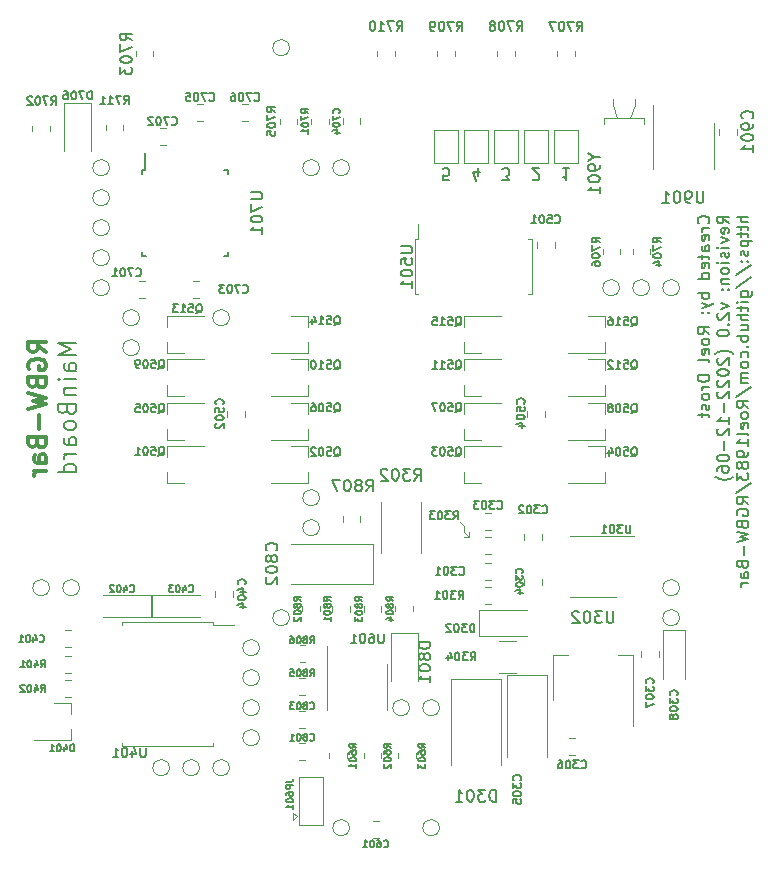
<source format=gbo>
G04 #@! TF.GenerationSoftware,KiCad,Pcbnew,5.1.12-84ad8e8a86~92~ubuntu16.04.1*
G04 #@! TF.CreationDate,2022-12-06T17:37:32+01:00*
G04 #@! TF.ProjectId,Mainboard,4d61696e-626f-4617-9264-2e6b69636164,rev?*
G04 #@! TF.SameCoordinates,Original*
G04 #@! TF.FileFunction,Legend,Bot*
G04 #@! TF.FilePolarity,Positive*
%FSLAX46Y46*%
G04 Gerber Fmt 4.6, Leading zero omitted, Abs format (unit mm)*
G04 Created by KiCad (PCBNEW 5.1.12-84ad8e8a86~92~ubuntu16.04.1) date 2022-12-06 17:37:32*
%MOMM*%
%LPD*%
G01*
G04 APERTURE LIST*
%ADD10C,0.300000*%
%ADD11C,0.150000*%
%ADD12C,0.120000*%
%ADD13C,0.200000*%
%ADD14C,1.000000*%
%ADD15R,1.000000X1.000000*%
%ADD16O,1.000000X1.000000*%
%ADD17R,2.032000X1.070000*%
%ADD18R,1.900000X0.800000*%
%ADD19C,0.100000*%
%ADD20C,3.000000*%
%ADD21C,4.300000*%
%ADD22C,2.800000*%
%ADD23C,2.000000*%
%ADD24R,1.800000X1.800000*%
%ADD25C,1.800000*%
%ADD26R,3.000000X8.000000*%
%ADD27R,0.550000X1.600000*%
%ADD28R,1.600000X0.550000*%
%ADD29R,2.000000X2.000000*%
%ADD30R,1.700000X1.700000*%
%ADD31O,1.700000X1.700000*%
%ADD32C,1.500000*%
%ADD33R,3.800000X2.000000*%
%ADD34R,1.500000X2.000000*%
%ADD35R,1.600000X1.600000*%
%ADD36O,1.600000X1.600000*%
%ADD37R,2.300000X3.500000*%
%ADD38R,1.500000X1.000000*%
G04 APERTURE END LIST*
D10*
X129964571Y-84185714D02*
X129250285Y-83685714D01*
X129964571Y-83328571D02*
X128464571Y-83328571D01*
X128464571Y-83900000D01*
X128536000Y-84042857D01*
X128607428Y-84114285D01*
X128750285Y-84185714D01*
X128964571Y-84185714D01*
X129107428Y-84114285D01*
X129178857Y-84042857D01*
X129250285Y-83900000D01*
X129250285Y-83328571D01*
X128536000Y-85614285D02*
X128464571Y-85471428D01*
X128464571Y-85257142D01*
X128536000Y-85042857D01*
X128678857Y-84900000D01*
X128821714Y-84828571D01*
X129107428Y-84757142D01*
X129321714Y-84757142D01*
X129607428Y-84828571D01*
X129750285Y-84900000D01*
X129893142Y-85042857D01*
X129964571Y-85257142D01*
X129964571Y-85400000D01*
X129893142Y-85614285D01*
X129821714Y-85685714D01*
X129321714Y-85685714D01*
X129321714Y-85400000D01*
X129178857Y-86828571D02*
X129250285Y-87042857D01*
X129321714Y-87114285D01*
X129464571Y-87185714D01*
X129678857Y-87185714D01*
X129821714Y-87114285D01*
X129893142Y-87042857D01*
X129964571Y-86900000D01*
X129964571Y-86328571D01*
X128464571Y-86328571D01*
X128464571Y-86828571D01*
X128536000Y-86971428D01*
X128607428Y-87042857D01*
X128750285Y-87114285D01*
X128893142Y-87114285D01*
X129036000Y-87042857D01*
X129107428Y-86971428D01*
X129178857Y-86828571D01*
X129178857Y-86328571D01*
X128464571Y-87685714D02*
X129964571Y-88042857D01*
X128893142Y-88328571D01*
X129964571Y-88614285D01*
X128464571Y-88971428D01*
X129393142Y-89542857D02*
X129393142Y-90685714D01*
X129178857Y-91900000D02*
X129250285Y-92114285D01*
X129321714Y-92185714D01*
X129464571Y-92257142D01*
X129678857Y-92257142D01*
X129821714Y-92185714D01*
X129893142Y-92114285D01*
X129964571Y-91971428D01*
X129964571Y-91400000D01*
X128464571Y-91400000D01*
X128464571Y-91900000D01*
X128536000Y-92042857D01*
X128607428Y-92114285D01*
X128750285Y-92185714D01*
X128893142Y-92185714D01*
X129036000Y-92114285D01*
X129107428Y-92042857D01*
X129178857Y-91900000D01*
X129178857Y-91400000D01*
X129964571Y-93542857D02*
X129178857Y-93542857D01*
X129036000Y-93471428D01*
X128964571Y-93328571D01*
X128964571Y-93042857D01*
X129036000Y-92900000D01*
X129893142Y-93542857D02*
X129964571Y-93400000D01*
X129964571Y-93042857D01*
X129893142Y-92900000D01*
X129750285Y-92828571D01*
X129607428Y-92828571D01*
X129464571Y-92900000D01*
X129393142Y-93042857D01*
X129393142Y-93400000D01*
X129321714Y-93542857D01*
X129964571Y-94257142D02*
X128964571Y-94257142D01*
X129250285Y-94257142D02*
X129107428Y-94328571D01*
X129036000Y-94400000D01*
X128964571Y-94542857D01*
X128964571Y-94685714D01*
D11*
X186032142Y-73297023D02*
X186079761Y-73249404D01*
X186127380Y-73106547D01*
X186127380Y-73011309D01*
X186079761Y-72868452D01*
X185984523Y-72773214D01*
X185889285Y-72725595D01*
X185698809Y-72677976D01*
X185555952Y-72677976D01*
X185365476Y-72725595D01*
X185270238Y-72773214D01*
X185175000Y-72868452D01*
X185127380Y-73011309D01*
X185127380Y-73106547D01*
X185175000Y-73249404D01*
X185222619Y-73297023D01*
X186127380Y-73725595D02*
X185460714Y-73725595D01*
X185651190Y-73725595D02*
X185555952Y-73773214D01*
X185508333Y-73820833D01*
X185460714Y-73916071D01*
X185460714Y-74011309D01*
X186079761Y-74725595D02*
X186127380Y-74630357D01*
X186127380Y-74439880D01*
X186079761Y-74344642D01*
X185984523Y-74297023D01*
X185603571Y-74297023D01*
X185508333Y-74344642D01*
X185460714Y-74439880D01*
X185460714Y-74630357D01*
X185508333Y-74725595D01*
X185603571Y-74773214D01*
X185698809Y-74773214D01*
X185794047Y-74297023D01*
X186127380Y-75630357D02*
X185603571Y-75630357D01*
X185508333Y-75582738D01*
X185460714Y-75487500D01*
X185460714Y-75297023D01*
X185508333Y-75201785D01*
X186079761Y-75630357D02*
X186127380Y-75535119D01*
X186127380Y-75297023D01*
X186079761Y-75201785D01*
X185984523Y-75154166D01*
X185889285Y-75154166D01*
X185794047Y-75201785D01*
X185746428Y-75297023D01*
X185746428Y-75535119D01*
X185698809Y-75630357D01*
X185460714Y-75963690D02*
X185460714Y-76344642D01*
X185127380Y-76106547D02*
X185984523Y-76106547D01*
X186079761Y-76154166D01*
X186127380Y-76249404D01*
X186127380Y-76344642D01*
X186079761Y-77058928D02*
X186127380Y-76963690D01*
X186127380Y-76773214D01*
X186079761Y-76677976D01*
X185984523Y-76630357D01*
X185603571Y-76630357D01*
X185508333Y-76677976D01*
X185460714Y-76773214D01*
X185460714Y-76963690D01*
X185508333Y-77058928D01*
X185603571Y-77106547D01*
X185698809Y-77106547D01*
X185794047Y-76630357D01*
X186127380Y-77963690D02*
X185127380Y-77963690D01*
X186079761Y-77963690D02*
X186127380Y-77868452D01*
X186127380Y-77677976D01*
X186079761Y-77582738D01*
X186032142Y-77535119D01*
X185936904Y-77487500D01*
X185651190Y-77487500D01*
X185555952Y-77535119D01*
X185508333Y-77582738D01*
X185460714Y-77677976D01*
X185460714Y-77868452D01*
X185508333Y-77963690D01*
X186127380Y-79201785D02*
X185127380Y-79201785D01*
X185508333Y-79201785D02*
X185460714Y-79297023D01*
X185460714Y-79487500D01*
X185508333Y-79582738D01*
X185555952Y-79630357D01*
X185651190Y-79677976D01*
X185936904Y-79677976D01*
X186032142Y-79630357D01*
X186079761Y-79582738D01*
X186127380Y-79487500D01*
X186127380Y-79297023D01*
X186079761Y-79201785D01*
X185460714Y-80011309D02*
X186127380Y-80249404D01*
X185460714Y-80487500D02*
X186127380Y-80249404D01*
X186365476Y-80154166D01*
X186413095Y-80106547D01*
X186460714Y-80011309D01*
X186032142Y-80868452D02*
X186079761Y-80916071D01*
X186127380Y-80868452D01*
X186079761Y-80820833D01*
X186032142Y-80868452D01*
X186127380Y-80868452D01*
X185508333Y-80868452D02*
X185555952Y-80916071D01*
X185603571Y-80868452D01*
X185555952Y-80820833D01*
X185508333Y-80868452D01*
X185603571Y-80868452D01*
X186127380Y-82677976D02*
X185651190Y-82344642D01*
X186127380Y-82106547D02*
X185127380Y-82106547D01*
X185127380Y-82487500D01*
X185175000Y-82582738D01*
X185222619Y-82630357D01*
X185317857Y-82677976D01*
X185460714Y-82677976D01*
X185555952Y-82630357D01*
X185603571Y-82582738D01*
X185651190Y-82487500D01*
X185651190Y-82106547D01*
X186127380Y-83249404D02*
X186079761Y-83154166D01*
X186032142Y-83106547D01*
X185936904Y-83058928D01*
X185651190Y-83058928D01*
X185555952Y-83106547D01*
X185508333Y-83154166D01*
X185460714Y-83249404D01*
X185460714Y-83392261D01*
X185508333Y-83487500D01*
X185555952Y-83535119D01*
X185651190Y-83582738D01*
X185936904Y-83582738D01*
X186032142Y-83535119D01*
X186079761Y-83487500D01*
X186127380Y-83392261D01*
X186127380Y-83249404D01*
X186079761Y-84392261D02*
X186127380Y-84297023D01*
X186127380Y-84106547D01*
X186079761Y-84011309D01*
X185984523Y-83963690D01*
X185603571Y-83963690D01*
X185508333Y-84011309D01*
X185460714Y-84106547D01*
X185460714Y-84297023D01*
X185508333Y-84392261D01*
X185603571Y-84439880D01*
X185698809Y-84439880D01*
X185794047Y-83963690D01*
X186127380Y-85011309D02*
X186079761Y-84916071D01*
X185984523Y-84868452D01*
X185127380Y-84868452D01*
X186127380Y-86154166D02*
X185127380Y-86154166D01*
X185127380Y-86392261D01*
X185175000Y-86535119D01*
X185270238Y-86630357D01*
X185365476Y-86677976D01*
X185555952Y-86725595D01*
X185698809Y-86725595D01*
X185889285Y-86677976D01*
X185984523Y-86630357D01*
X186079761Y-86535119D01*
X186127380Y-86392261D01*
X186127380Y-86154166D01*
X186127380Y-87154166D02*
X185460714Y-87154166D01*
X185651190Y-87154166D02*
X185555952Y-87201785D01*
X185508333Y-87249404D01*
X185460714Y-87344642D01*
X185460714Y-87439880D01*
X186127380Y-87916071D02*
X186079761Y-87820833D01*
X186032142Y-87773214D01*
X185936904Y-87725595D01*
X185651190Y-87725595D01*
X185555952Y-87773214D01*
X185508333Y-87820833D01*
X185460714Y-87916071D01*
X185460714Y-88058928D01*
X185508333Y-88154166D01*
X185555952Y-88201785D01*
X185651190Y-88249404D01*
X185936904Y-88249404D01*
X186032142Y-88201785D01*
X186079761Y-88154166D01*
X186127380Y-88058928D01*
X186127380Y-87916071D01*
X186079761Y-88630357D02*
X186127380Y-88725595D01*
X186127380Y-88916071D01*
X186079761Y-89011309D01*
X185984523Y-89058928D01*
X185936904Y-89058928D01*
X185841666Y-89011309D01*
X185794047Y-88916071D01*
X185794047Y-88773214D01*
X185746428Y-88677976D01*
X185651190Y-88630357D01*
X185603571Y-88630357D01*
X185508333Y-88677976D01*
X185460714Y-88773214D01*
X185460714Y-88916071D01*
X185508333Y-89011309D01*
X185460714Y-89344642D02*
X185460714Y-89725595D01*
X185127380Y-89487500D02*
X185984523Y-89487500D01*
X186079761Y-89535119D01*
X186127380Y-89630357D01*
X186127380Y-89725595D01*
X187777380Y-73297023D02*
X187301190Y-72963690D01*
X187777380Y-72725595D02*
X186777380Y-72725595D01*
X186777380Y-73106547D01*
X186825000Y-73201785D01*
X186872619Y-73249404D01*
X186967857Y-73297023D01*
X187110714Y-73297023D01*
X187205952Y-73249404D01*
X187253571Y-73201785D01*
X187301190Y-73106547D01*
X187301190Y-72725595D01*
X187729761Y-74106547D02*
X187777380Y-74011309D01*
X187777380Y-73820833D01*
X187729761Y-73725595D01*
X187634523Y-73677976D01*
X187253571Y-73677976D01*
X187158333Y-73725595D01*
X187110714Y-73820833D01*
X187110714Y-74011309D01*
X187158333Y-74106547D01*
X187253571Y-74154166D01*
X187348809Y-74154166D01*
X187444047Y-73677976D01*
X187110714Y-74487500D02*
X187777380Y-74725595D01*
X187110714Y-74963690D01*
X187777380Y-75344642D02*
X187110714Y-75344642D01*
X186777380Y-75344642D02*
X186825000Y-75297023D01*
X186872619Y-75344642D01*
X186825000Y-75392261D01*
X186777380Y-75344642D01*
X186872619Y-75344642D01*
X187729761Y-75773214D02*
X187777380Y-75868452D01*
X187777380Y-76058928D01*
X187729761Y-76154166D01*
X187634523Y-76201785D01*
X187586904Y-76201785D01*
X187491666Y-76154166D01*
X187444047Y-76058928D01*
X187444047Y-75916071D01*
X187396428Y-75820833D01*
X187301190Y-75773214D01*
X187253571Y-75773214D01*
X187158333Y-75820833D01*
X187110714Y-75916071D01*
X187110714Y-76058928D01*
X187158333Y-76154166D01*
X187777380Y-76630357D02*
X187110714Y-76630357D01*
X186777380Y-76630357D02*
X186825000Y-76582738D01*
X186872619Y-76630357D01*
X186825000Y-76677976D01*
X186777380Y-76630357D01*
X186872619Y-76630357D01*
X187777380Y-77249404D02*
X187729761Y-77154166D01*
X187682142Y-77106547D01*
X187586904Y-77058928D01*
X187301190Y-77058928D01*
X187205952Y-77106547D01*
X187158333Y-77154166D01*
X187110714Y-77249404D01*
X187110714Y-77392261D01*
X187158333Y-77487500D01*
X187205952Y-77535119D01*
X187301190Y-77582738D01*
X187586904Y-77582738D01*
X187682142Y-77535119D01*
X187729761Y-77487500D01*
X187777380Y-77392261D01*
X187777380Y-77249404D01*
X187110714Y-78011309D02*
X187777380Y-78011309D01*
X187205952Y-78011309D02*
X187158333Y-78058928D01*
X187110714Y-78154166D01*
X187110714Y-78297023D01*
X187158333Y-78392261D01*
X187253571Y-78439880D01*
X187777380Y-78439880D01*
X187682142Y-78916071D02*
X187729761Y-78963690D01*
X187777380Y-78916071D01*
X187729761Y-78868452D01*
X187682142Y-78916071D01*
X187777380Y-78916071D01*
X187158333Y-78916071D02*
X187205952Y-78963690D01*
X187253571Y-78916071D01*
X187205952Y-78868452D01*
X187158333Y-78916071D01*
X187253571Y-78916071D01*
X187110714Y-80058928D02*
X187777380Y-80297023D01*
X187110714Y-80535119D01*
X186872619Y-80868452D02*
X186825000Y-80916071D01*
X186777380Y-81011309D01*
X186777380Y-81249404D01*
X186825000Y-81344642D01*
X186872619Y-81392261D01*
X186967857Y-81439880D01*
X187063095Y-81439880D01*
X187205952Y-81392261D01*
X187777380Y-80820833D01*
X187777380Y-81439880D01*
X187682142Y-81868452D02*
X187729761Y-81916071D01*
X187777380Y-81868452D01*
X187729761Y-81820833D01*
X187682142Y-81868452D01*
X187777380Y-81868452D01*
X186777380Y-82535119D02*
X186777380Y-82630357D01*
X186825000Y-82725595D01*
X186872619Y-82773214D01*
X186967857Y-82820833D01*
X187158333Y-82868452D01*
X187396428Y-82868452D01*
X187586904Y-82820833D01*
X187682142Y-82773214D01*
X187729761Y-82725595D01*
X187777380Y-82630357D01*
X187777380Y-82535119D01*
X187729761Y-82439880D01*
X187682142Y-82392261D01*
X187586904Y-82344642D01*
X187396428Y-82297023D01*
X187158333Y-82297023D01*
X186967857Y-82344642D01*
X186872619Y-82392261D01*
X186825000Y-82439880D01*
X186777380Y-82535119D01*
X188158333Y-84344642D02*
X188110714Y-84297023D01*
X187967857Y-84201785D01*
X187872619Y-84154166D01*
X187729761Y-84106547D01*
X187491666Y-84058928D01*
X187301190Y-84058928D01*
X187063095Y-84106547D01*
X186920238Y-84154166D01*
X186825000Y-84201785D01*
X186682142Y-84297023D01*
X186634523Y-84344642D01*
X186872619Y-84677976D02*
X186825000Y-84725595D01*
X186777380Y-84820833D01*
X186777380Y-85058928D01*
X186825000Y-85154166D01*
X186872619Y-85201785D01*
X186967857Y-85249404D01*
X187063095Y-85249404D01*
X187205952Y-85201785D01*
X187777380Y-84630357D01*
X187777380Y-85249404D01*
X186777380Y-85868452D02*
X186777380Y-85963690D01*
X186825000Y-86058928D01*
X186872619Y-86106547D01*
X186967857Y-86154166D01*
X187158333Y-86201785D01*
X187396428Y-86201785D01*
X187586904Y-86154166D01*
X187682142Y-86106547D01*
X187729761Y-86058928D01*
X187777380Y-85963690D01*
X187777380Y-85868452D01*
X187729761Y-85773214D01*
X187682142Y-85725595D01*
X187586904Y-85677976D01*
X187396428Y-85630357D01*
X187158333Y-85630357D01*
X186967857Y-85677976D01*
X186872619Y-85725595D01*
X186825000Y-85773214D01*
X186777380Y-85868452D01*
X186872619Y-86582738D02*
X186825000Y-86630357D01*
X186777380Y-86725595D01*
X186777380Y-86963690D01*
X186825000Y-87058928D01*
X186872619Y-87106547D01*
X186967857Y-87154166D01*
X187063095Y-87154166D01*
X187205952Y-87106547D01*
X187777380Y-86535119D01*
X187777380Y-87154166D01*
X186872619Y-87535119D02*
X186825000Y-87582738D01*
X186777380Y-87677976D01*
X186777380Y-87916071D01*
X186825000Y-88011309D01*
X186872619Y-88058928D01*
X186967857Y-88106547D01*
X187063095Y-88106547D01*
X187205952Y-88058928D01*
X187777380Y-87487500D01*
X187777380Y-88106547D01*
X187396428Y-88535119D02*
X187396428Y-89297023D01*
X187777380Y-90297023D02*
X187777380Y-89725595D01*
X187777380Y-90011309D02*
X186777380Y-90011309D01*
X186920238Y-89916071D01*
X187015476Y-89820833D01*
X187063095Y-89725595D01*
X186872619Y-90677976D02*
X186825000Y-90725595D01*
X186777380Y-90820833D01*
X186777380Y-91058928D01*
X186825000Y-91154166D01*
X186872619Y-91201785D01*
X186967857Y-91249404D01*
X187063095Y-91249404D01*
X187205952Y-91201785D01*
X187777380Y-90630357D01*
X187777380Y-91249404D01*
X187396428Y-91677976D02*
X187396428Y-92439880D01*
X186777380Y-93106547D02*
X186777380Y-93201785D01*
X186825000Y-93297023D01*
X186872619Y-93344642D01*
X186967857Y-93392261D01*
X187158333Y-93439880D01*
X187396428Y-93439880D01*
X187586904Y-93392261D01*
X187682142Y-93344642D01*
X187729761Y-93297023D01*
X187777380Y-93201785D01*
X187777380Y-93106547D01*
X187729761Y-93011309D01*
X187682142Y-92963690D01*
X187586904Y-92916071D01*
X187396428Y-92868452D01*
X187158333Y-92868452D01*
X186967857Y-92916071D01*
X186872619Y-92963690D01*
X186825000Y-93011309D01*
X186777380Y-93106547D01*
X186777380Y-94297023D02*
X186777380Y-94106547D01*
X186825000Y-94011309D01*
X186872619Y-93963690D01*
X187015476Y-93868452D01*
X187205952Y-93820833D01*
X187586904Y-93820833D01*
X187682142Y-93868452D01*
X187729761Y-93916071D01*
X187777380Y-94011309D01*
X187777380Y-94201785D01*
X187729761Y-94297023D01*
X187682142Y-94344642D01*
X187586904Y-94392261D01*
X187348809Y-94392261D01*
X187253571Y-94344642D01*
X187205952Y-94297023D01*
X187158333Y-94201785D01*
X187158333Y-94011309D01*
X187205952Y-93916071D01*
X187253571Y-93868452D01*
X187348809Y-93820833D01*
X188158333Y-94725595D02*
X188110714Y-94773214D01*
X187967857Y-94868452D01*
X187872619Y-94916071D01*
X187729761Y-94963690D01*
X187491666Y-95011309D01*
X187301190Y-95011309D01*
X187063095Y-94963690D01*
X186920238Y-94916071D01*
X186825000Y-94868452D01*
X186682142Y-94773214D01*
X186634523Y-94725595D01*
X189427380Y-72725595D02*
X188427380Y-72725595D01*
X189427380Y-73154166D02*
X188903571Y-73154166D01*
X188808333Y-73106547D01*
X188760714Y-73011309D01*
X188760714Y-72868452D01*
X188808333Y-72773214D01*
X188855952Y-72725595D01*
X188760714Y-73487500D02*
X188760714Y-73868452D01*
X188427380Y-73630357D02*
X189284523Y-73630357D01*
X189379761Y-73677976D01*
X189427380Y-73773214D01*
X189427380Y-73868452D01*
X188760714Y-74058928D02*
X188760714Y-74439880D01*
X188427380Y-74201785D02*
X189284523Y-74201785D01*
X189379761Y-74249404D01*
X189427380Y-74344642D01*
X189427380Y-74439880D01*
X188760714Y-74773214D02*
X189760714Y-74773214D01*
X188808333Y-74773214D02*
X188760714Y-74868452D01*
X188760714Y-75058928D01*
X188808333Y-75154166D01*
X188855952Y-75201785D01*
X188951190Y-75249404D01*
X189236904Y-75249404D01*
X189332142Y-75201785D01*
X189379761Y-75154166D01*
X189427380Y-75058928D01*
X189427380Y-74868452D01*
X189379761Y-74773214D01*
X189379761Y-75630357D02*
X189427380Y-75725595D01*
X189427380Y-75916071D01*
X189379761Y-76011309D01*
X189284523Y-76058928D01*
X189236904Y-76058928D01*
X189141666Y-76011309D01*
X189094047Y-75916071D01*
X189094047Y-75773214D01*
X189046428Y-75677976D01*
X188951190Y-75630357D01*
X188903571Y-75630357D01*
X188808333Y-75677976D01*
X188760714Y-75773214D01*
X188760714Y-75916071D01*
X188808333Y-76011309D01*
X189332142Y-76487500D02*
X189379761Y-76535119D01*
X189427380Y-76487500D01*
X189379761Y-76439880D01*
X189332142Y-76487500D01*
X189427380Y-76487500D01*
X188808333Y-76487500D02*
X188855952Y-76535119D01*
X188903571Y-76487500D01*
X188855952Y-76439880D01*
X188808333Y-76487500D01*
X188903571Y-76487500D01*
X188379761Y-77677976D02*
X189665476Y-76820833D01*
X188379761Y-78725595D02*
X189665476Y-77868452D01*
X188760714Y-79487500D02*
X189570238Y-79487500D01*
X189665476Y-79439880D01*
X189713095Y-79392261D01*
X189760714Y-79297023D01*
X189760714Y-79154166D01*
X189713095Y-79058928D01*
X189379761Y-79487500D02*
X189427380Y-79392261D01*
X189427380Y-79201785D01*
X189379761Y-79106547D01*
X189332142Y-79058928D01*
X189236904Y-79011309D01*
X188951190Y-79011309D01*
X188855952Y-79058928D01*
X188808333Y-79106547D01*
X188760714Y-79201785D01*
X188760714Y-79392261D01*
X188808333Y-79487500D01*
X189427380Y-79963690D02*
X188760714Y-79963690D01*
X188427380Y-79963690D02*
X188475000Y-79916071D01*
X188522619Y-79963690D01*
X188475000Y-80011309D01*
X188427380Y-79963690D01*
X188522619Y-79963690D01*
X188760714Y-80297023D02*
X188760714Y-80677976D01*
X188427380Y-80439880D02*
X189284523Y-80439880D01*
X189379761Y-80487500D01*
X189427380Y-80582738D01*
X189427380Y-80677976D01*
X189427380Y-81011309D02*
X188427380Y-81011309D01*
X189427380Y-81439880D02*
X188903571Y-81439880D01*
X188808333Y-81392261D01*
X188760714Y-81297023D01*
X188760714Y-81154166D01*
X188808333Y-81058928D01*
X188855952Y-81011309D01*
X188760714Y-82344642D02*
X189427380Y-82344642D01*
X188760714Y-81916071D02*
X189284523Y-81916071D01*
X189379761Y-81963690D01*
X189427380Y-82058928D01*
X189427380Y-82201785D01*
X189379761Y-82297023D01*
X189332142Y-82344642D01*
X189427380Y-82820833D02*
X188427380Y-82820833D01*
X188808333Y-82820833D02*
X188760714Y-82916071D01*
X188760714Y-83106547D01*
X188808333Y-83201785D01*
X188855952Y-83249404D01*
X188951190Y-83297023D01*
X189236904Y-83297023D01*
X189332142Y-83249404D01*
X189379761Y-83201785D01*
X189427380Y-83106547D01*
X189427380Y-82916071D01*
X189379761Y-82820833D01*
X189332142Y-83725595D02*
X189379761Y-83773214D01*
X189427380Y-83725595D01*
X189379761Y-83677976D01*
X189332142Y-83725595D01*
X189427380Y-83725595D01*
X189379761Y-84630357D02*
X189427380Y-84535119D01*
X189427380Y-84344642D01*
X189379761Y-84249404D01*
X189332142Y-84201785D01*
X189236904Y-84154166D01*
X188951190Y-84154166D01*
X188855952Y-84201785D01*
X188808333Y-84249404D01*
X188760714Y-84344642D01*
X188760714Y-84535119D01*
X188808333Y-84630357D01*
X189427380Y-85201785D02*
X189379761Y-85106547D01*
X189332142Y-85058928D01*
X189236904Y-85011309D01*
X188951190Y-85011309D01*
X188855952Y-85058928D01*
X188808333Y-85106547D01*
X188760714Y-85201785D01*
X188760714Y-85344642D01*
X188808333Y-85439880D01*
X188855952Y-85487500D01*
X188951190Y-85535119D01*
X189236904Y-85535119D01*
X189332142Y-85487500D01*
X189379761Y-85439880D01*
X189427380Y-85344642D01*
X189427380Y-85201785D01*
X189427380Y-85963690D02*
X188760714Y-85963690D01*
X188855952Y-85963690D02*
X188808333Y-86011309D01*
X188760714Y-86106547D01*
X188760714Y-86249404D01*
X188808333Y-86344642D01*
X188903571Y-86392261D01*
X189427380Y-86392261D01*
X188903571Y-86392261D02*
X188808333Y-86439880D01*
X188760714Y-86535119D01*
X188760714Y-86677976D01*
X188808333Y-86773214D01*
X188903571Y-86820833D01*
X189427380Y-86820833D01*
X188379761Y-88011309D02*
X189665476Y-87154166D01*
X189427380Y-88916071D02*
X188951190Y-88582738D01*
X189427380Y-88344642D02*
X188427380Y-88344642D01*
X188427380Y-88725595D01*
X188475000Y-88820833D01*
X188522619Y-88868452D01*
X188617857Y-88916071D01*
X188760714Y-88916071D01*
X188855952Y-88868452D01*
X188903571Y-88820833D01*
X188951190Y-88725595D01*
X188951190Y-88344642D01*
X189427380Y-89487499D02*
X189379761Y-89392261D01*
X189332142Y-89344642D01*
X189236904Y-89297023D01*
X188951190Y-89297023D01*
X188855952Y-89344642D01*
X188808333Y-89392261D01*
X188760714Y-89487499D01*
X188760714Y-89630357D01*
X188808333Y-89725595D01*
X188855952Y-89773214D01*
X188951190Y-89820833D01*
X189236904Y-89820833D01*
X189332142Y-89773214D01*
X189379761Y-89725595D01*
X189427380Y-89630357D01*
X189427380Y-89487499D01*
X189379761Y-90630357D02*
X189427380Y-90535119D01*
X189427380Y-90344642D01*
X189379761Y-90249404D01*
X189284523Y-90201785D01*
X188903571Y-90201785D01*
X188808333Y-90249404D01*
X188760714Y-90344642D01*
X188760714Y-90535119D01*
X188808333Y-90630357D01*
X188903571Y-90677976D01*
X188998809Y-90677976D01*
X189094047Y-90201785D01*
X189427380Y-91249404D02*
X189379761Y-91154166D01*
X189284523Y-91106547D01*
X188427380Y-91106547D01*
X189427380Y-92154166D02*
X189427380Y-91582738D01*
X189427380Y-91868452D02*
X188427380Y-91868452D01*
X188570238Y-91773214D01*
X188665476Y-91677976D01*
X188713095Y-91582738D01*
X189427380Y-92630357D02*
X189427380Y-92820833D01*
X189379761Y-92916071D01*
X189332142Y-92963690D01*
X189189285Y-93058928D01*
X188998809Y-93106547D01*
X188617857Y-93106547D01*
X188522619Y-93058928D01*
X188475000Y-93011309D01*
X188427380Y-92916071D01*
X188427380Y-92725595D01*
X188475000Y-92630357D01*
X188522619Y-92582738D01*
X188617857Y-92535119D01*
X188855952Y-92535119D01*
X188951190Y-92582738D01*
X188998809Y-92630357D01*
X189046428Y-92725595D01*
X189046428Y-92916071D01*
X188998809Y-93011309D01*
X188951190Y-93058928D01*
X188855952Y-93106547D01*
X188855952Y-93677976D02*
X188808333Y-93582738D01*
X188760714Y-93535119D01*
X188665476Y-93487499D01*
X188617857Y-93487499D01*
X188522619Y-93535119D01*
X188475000Y-93582738D01*
X188427380Y-93677976D01*
X188427380Y-93868452D01*
X188475000Y-93963690D01*
X188522619Y-94011309D01*
X188617857Y-94058928D01*
X188665476Y-94058928D01*
X188760714Y-94011309D01*
X188808333Y-93963690D01*
X188855952Y-93868452D01*
X188855952Y-93677976D01*
X188903571Y-93582738D01*
X188951190Y-93535119D01*
X189046428Y-93487499D01*
X189236904Y-93487499D01*
X189332142Y-93535119D01*
X189379761Y-93582738D01*
X189427380Y-93677976D01*
X189427380Y-93868452D01*
X189379761Y-93963690D01*
X189332142Y-94011309D01*
X189236904Y-94058928D01*
X189046428Y-94058928D01*
X188951190Y-94011309D01*
X188903571Y-93963690D01*
X188855952Y-93868452D01*
X188427380Y-94392261D02*
X188427380Y-95011309D01*
X188808333Y-94677976D01*
X188808333Y-94820833D01*
X188855952Y-94916071D01*
X188903571Y-94963690D01*
X188998809Y-95011309D01*
X189236904Y-95011309D01*
X189332142Y-94963690D01*
X189379761Y-94916071D01*
X189427380Y-94820833D01*
X189427380Y-94535119D01*
X189379761Y-94439880D01*
X189332142Y-94392261D01*
X188379761Y-96154166D02*
X189665476Y-95297023D01*
X189427380Y-97058928D02*
X188951190Y-96725595D01*
X189427380Y-96487499D02*
X188427380Y-96487499D01*
X188427380Y-96868452D01*
X188475000Y-96963690D01*
X188522619Y-97011309D01*
X188617857Y-97058928D01*
X188760714Y-97058928D01*
X188855952Y-97011309D01*
X188903571Y-96963690D01*
X188951190Y-96868452D01*
X188951190Y-96487499D01*
X188475000Y-98011309D02*
X188427380Y-97916071D01*
X188427380Y-97773214D01*
X188475000Y-97630357D01*
X188570238Y-97535119D01*
X188665476Y-97487499D01*
X188855952Y-97439880D01*
X188998809Y-97439880D01*
X189189285Y-97487499D01*
X189284523Y-97535119D01*
X189379761Y-97630357D01*
X189427380Y-97773214D01*
X189427380Y-97868452D01*
X189379761Y-98011309D01*
X189332142Y-98058928D01*
X188998809Y-98058928D01*
X188998809Y-97868452D01*
X188903571Y-98820833D02*
X188951190Y-98963690D01*
X188998809Y-99011309D01*
X189094047Y-99058928D01*
X189236904Y-99058928D01*
X189332142Y-99011309D01*
X189379761Y-98963690D01*
X189427380Y-98868452D01*
X189427380Y-98487499D01*
X188427380Y-98487499D01*
X188427380Y-98820833D01*
X188475000Y-98916071D01*
X188522619Y-98963690D01*
X188617857Y-99011309D01*
X188713095Y-99011309D01*
X188808333Y-98963690D01*
X188855952Y-98916071D01*
X188903571Y-98820833D01*
X188903571Y-98487499D01*
X188427380Y-99392261D02*
X189427380Y-99630357D01*
X188713095Y-99820833D01*
X189427380Y-100011309D01*
X188427380Y-100249404D01*
X189046428Y-100630357D02*
X189046428Y-101392261D01*
X188903571Y-102201785D02*
X188951190Y-102344642D01*
X188998809Y-102392261D01*
X189094047Y-102439880D01*
X189236904Y-102439880D01*
X189332142Y-102392261D01*
X189379761Y-102344642D01*
X189427380Y-102249404D01*
X189427380Y-101868452D01*
X188427380Y-101868452D01*
X188427380Y-102201785D01*
X188475000Y-102297023D01*
X188522619Y-102344642D01*
X188617857Y-102392261D01*
X188713095Y-102392261D01*
X188808333Y-102344642D01*
X188855952Y-102297023D01*
X188903571Y-102201785D01*
X188903571Y-101868452D01*
X189427380Y-103297023D02*
X188903571Y-103297023D01*
X188808333Y-103249404D01*
X188760714Y-103154166D01*
X188760714Y-102963690D01*
X188808333Y-102868452D01*
X189379761Y-103297023D02*
X189427380Y-103201785D01*
X189427380Y-102963690D01*
X189379761Y-102868452D01*
X189284523Y-102820833D01*
X189189285Y-102820833D01*
X189094047Y-102868452D01*
X189046428Y-102963690D01*
X189046428Y-103201785D01*
X188998809Y-103297023D01*
X189427380Y-103773214D02*
X188760714Y-103773214D01*
X188951190Y-103773214D02*
X188855952Y-103820833D01*
X188808333Y-103868452D01*
X188760714Y-103963690D01*
X188760714Y-104058928D01*
D12*
X164973000Y-98552000D02*
X165354000Y-98933000D01*
X165354000Y-98933000D02*
X165354000Y-99441000D01*
X165354000Y-99441000D02*
X165735000Y-99822000D01*
X165735000Y-99822000D02*
X165735000Y-99441000D01*
X165735000Y-99822000D02*
X165354000Y-99822000D01*
D11*
X174275714Y-68635619D02*
X173704285Y-68635619D01*
X173990000Y-68635619D02*
X173990000Y-69635619D01*
X173894761Y-69492761D01*
X173799523Y-69397523D01*
X173704285Y-69349904D01*
X171164285Y-69540380D02*
X171211904Y-69588000D01*
X171307142Y-69635619D01*
X171545238Y-69635619D01*
X171640476Y-69588000D01*
X171688095Y-69540380D01*
X171735714Y-69445142D01*
X171735714Y-69349904D01*
X171688095Y-69207047D01*
X171116666Y-68635619D01*
X171735714Y-68635619D01*
X168576666Y-69635619D02*
X169195714Y-69635619D01*
X168862380Y-69254666D01*
X169005238Y-69254666D01*
X169100476Y-69207047D01*
X169148095Y-69159428D01*
X169195714Y-69064190D01*
X169195714Y-68826095D01*
X169148095Y-68730857D01*
X169100476Y-68683238D01*
X169005238Y-68635619D01*
X168719523Y-68635619D01*
X168624285Y-68683238D01*
X168576666Y-68730857D01*
X166560476Y-69302285D02*
X166560476Y-68635619D01*
X166322380Y-69683238D02*
X166084285Y-68968952D01*
X166703333Y-68968952D01*
X164068095Y-69635619D02*
X163591904Y-69635619D01*
X163544285Y-69159428D01*
X163591904Y-69207047D01*
X163687142Y-69254666D01*
X163925238Y-69254666D01*
X164020476Y-69207047D01*
X164068095Y-69159428D01*
X164115714Y-69064190D01*
X164115714Y-68826095D01*
X164068095Y-68730857D01*
X164020476Y-68683238D01*
X163925238Y-68635619D01*
X163687142Y-68635619D01*
X163591904Y-68683238D01*
X163544285Y-68730857D01*
D13*
X132504571Y-83435714D02*
X131004571Y-83435714D01*
X132076000Y-83935714D01*
X131004571Y-84435714D01*
X132504571Y-84435714D01*
X132504571Y-85792857D02*
X131718857Y-85792857D01*
X131576000Y-85721428D01*
X131504571Y-85578571D01*
X131504571Y-85292857D01*
X131576000Y-85150000D01*
X132433142Y-85792857D02*
X132504571Y-85650000D01*
X132504571Y-85292857D01*
X132433142Y-85150000D01*
X132290285Y-85078571D01*
X132147428Y-85078571D01*
X132004571Y-85150000D01*
X131933142Y-85292857D01*
X131933142Y-85650000D01*
X131861714Y-85792857D01*
X132504571Y-86507142D02*
X131504571Y-86507142D01*
X131004571Y-86507142D02*
X131076000Y-86435714D01*
X131147428Y-86507142D01*
X131076000Y-86578571D01*
X131004571Y-86507142D01*
X131147428Y-86507142D01*
X131504571Y-87221428D02*
X132504571Y-87221428D01*
X131647428Y-87221428D02*
X131576000Y-87292857D01*
X131504571Y-87435714D01*
X131504571Y-87650000D01*
X131576000Y-87792857D01*
X131718857Y-87864285D01*
X132504571Y-87864285D01*
X131718857Y-89078571D02*
X131790285Y-89292857D01*
X131861714Y-89364285D01*
X132004571Y-89435714D01*
X132218857Y-89435714D01*
X132361714Y-89364285D01*
X132433142Y-89292857D01*
X132504571Y-89150000D01*
X132504571Y-88578571D01*
X131004571Y-88578571D01*
X131004571Y-89078571D01*
X131076000Y-89221428D01*
X131147428Y-89292857D01*
X131290285Y-89364285D01*
X131433142Y-89364285D01*
X131576000Y-89292857D01*
X131647428Y-89221428D01*
X131718857Y-89078571D01*
X131718857Y-88578571D01*
X132504571Y-90292857D02*
X132433142Y-90150000D01*
X132361714Y-90078571D01*
X132218857Y-90007142D01*
X131790285Y-90007142D01*
X131647428Y-90078571D01*
X131576000Y-90150000D01*
X131504571Y-90292857D01*
X131504571Y-90507142D01*
X131576000Y-90650000D01*
X131647428Y-90721428D01*
X131790285Y-90792857D01*
X132218857Y-90792857D01*
X132361714Y-90721428D01*
X132433142Y-90650000D01*
X132504571Y-90507142D01*
X132504571Y-90292857D01*
X132504571Y-92078571D02*
X131718857Y-92078571D01*
X131576000Y-92007142D01*
X131504571Y-91864285D01*
X131504571Y-91578571D01*
X131576000Y-91435714D01*
X132433142Y-92078571D02*
X132504571Y-91935714D01*
X132504571Y-91578571D01*
X132433142Y-91435714D01*
X132290285Y-91364285D01*
X132147428Y-91364285D01*
X132004571Y-91435714D01*
X131933142Y-91578571D01*
X131933142Y-91935714D01*
X131861714Y-92078571D01*
X132504571Y-92792857D02*
X131504571Y-92792857D01*
X131790285Y-92792857D02*
X131647428Y-92864285D01*
X131576000Y-92935714D01*
X131504571Y-93078571D01*
X131504571Y-93221428D01*
X132504571Y-94364285D02*
X131004571Y-94364285D01*
X132433142Y-94364285D02*
X132504571Y-94221428D01*
X132504571Y-93935714D01*
X132433142Y-93792857D01*
X132361714Y-93721428D01*
X132218857Y-93650000D01*
X131790285Y-93650000D01*
X131647428Y-93721428D01*
X131576000Y-93792857D01*
X131504571Y-93935714D01*
X131504571Y-94221428D01*
X131576000Y-94364285D01*
D12*
X131516500Y-67132000D02*
X131516500Y-63072000D01*
X131516500Y-63072000D02*
X133786500Y-63072000D01*
X133786500Y-63072000D02*
X133786500Y-67132000D01*
X153100000Y-68580000D02*
G75*
G03*
X153100000Y-68580000I-700000J0D01*
G01*
X160720000Y-114300000D02*
G75*
G03*
X160720000Y-114300000I-700000J0D01*
G01*
X153100000Y-96520000D02*
G75*
G03*
X153100000Y-96520000I-700000J0D01*
G01*
X153100000Y-99060000D02*
G75*
G03*
X153100000Y-99060000I-700000J0D01*
G01*
X183580000Y-104140000D02*
G75*
G03*
X183580000Y-104140000I-700000J0D01*
G01*
X170637000Y-108259500D02*
X166577000Y-108259500D01*
X166577000Y-108259500D02*
X166577000Y-105989500D01*
X166577000Y-105989500D02*
X170637000Y-105989500D01*
X130240000Y-104140000D02*
G75*
G03*
X130240000Y-104140000I-700000J0D01*
G01*
X148020000Y-109220000D02*
G75*
G03*
X148020000Y-109220000I-700000J0D01*
G01*
X148020000Y-116840000D02*
G75*
G03*
X148020000Y-116840000I-700000J0D01*
G01*
X135320000Y-68580000D02*
G75*
G03*
X135320000Y-68580000I-700000J0D01*
G01*
X140210000Y-91623000D02*
X140210000Y-90693000D01*
X140210000Y-88463000D02*
X140210000Y-89393000D01*
X140210000Y-88463000D02*
X143370000Y-88463000D01*
X140210000Y-91623000D02*
X141670000Y-91623000D01*
X140210000Y-95306000D02*
X140210000Y-94376000D01*
X140210000Y-92146000D02*
X140210000Y-93076000D01*
X140210000Y-92146000D02*
X143370000Y-92146000D01*
X140210000Y-95306000D02*
X141670000Y-95306000D01*
X164830000Y-65402000D02*
X162830000Y-65402000D01*
X164830000Y-68202000D02*
X164830000Y-65402000D01*
X162830000Y-68202000D02*
X164830000Y-68202000D01*
X162830000Y-65402000D02*
X162830000Y-68202000D01*
X167370000Y-65402000D02*
X165370000Y-65402000D01*
X167370000Y-68202000D02*
X167370000Y-65402000D01*
X165370000Y-68202000D02*
X167370000Y-68202000D01*
X165370000Y-65402000D02*
X165370000Y-68202000D01*
X169910000Y-65402000D02*
X167910000Y-65402000D01*
X169910000Y-68202000D02*
X169910000Y-65402000D01*
X167910000Y-68202000D02*
X169910000Y-68202000D01*
X167910000Y-65402000D02*
X167910000Y-68202000D01*
X172450000Y-65402000D02*
X170450000Y-65402000D01*
X172450000Y-68202000D02*
X172450000Y-65402000D01*
X170450000Y-68202000D02*
X172450000Y-68202000D01*
X170450000Y-65402000D02*
X170450000Y-68202000D01*
X174990000Y-65402000D02*
X172990000Y-65402000D01*
X174990000Y-68202000D02*
X174990000Y-65402000D01*
X172990000Y-68202000D02*
X174990000Y-68202000D01*
X172990000Y-65402000D02*
X172990000Y-68202000D01*
X157599748Y-125322000D02*
X158122252Y-125322000D01*
X157599748Y-123852000D02*
X158122252Y-123852000D01*
X172185000Y-89669252D02*
X172185000Y-89146748D01*
X170715000Y-89669252D02*
X170715000Y-89146748D01*
X146785000Y-89669252D02*
X146785000Y-89146748D01*
X145315000Y-89669252D02*
X145315000Y-89146748D01*
X174780752Y-116867000D02*
X174258248Y-116867000D01*
X174780752Y-118337000D02*
X174258248Y-118337000D01*
X168978000Y-118506500D02*
X168978000Y-111571500D01*
X168978000Y-111571500D02*
X172398000Y-111571500D01*
X172398000Y-111571500D02*
X172398000Y-118506500D01*
X131598936Y-111352000D02*
X132053064Y-111352000D01*
X131598936Y-109882000D02*
X132053064Y-109882000D01*
X145769000Y-104909252D02*
X145769000Y-104386748D01*
X144299000Y-104909252D02*
X144299000Y-104386748D01*
X131564748Y-109193000D02*
X132087252Y-109193000D01*
X131564748Y-107723000D02*
X132087252Y-107723000D01*
X169760737Y-108627000D02*
X168313263Y-108627000D01*
X169760737Y-111337000D02*
X168313263Y-111337000D01*
X163260000Y-114300000D02*
G75*
G03*
X163260000Y-114300000I-700000J0D01*
G01*
X148020000Y-111760000D02*
G75*
G03*
X148020000Y-111760000I-700000J0D01*
G01*
X148020000Y-114300000D02*
G75*
G03*
X148020000Y-114300000I-700000J0D01*
G01*
X135320000Y-76200000D02*
G75*
G03*
X135320000Y-76200000I-700000J0D01*
G01*
X150560000Y-58420000D02*
G75*
G03*
X150560000Y-58420000I-700000J0D01*
G01*
X183580000Y-78740000D02*
G75*
G03*
X183580000Y-78740000I-700000J0D01*
G01*
X181040000Y-78740000D02*
G75*
G03*
X181040000Y-78740000I-700000J0D01*
G01*
X152144000Y-92146000D02*
X152144000Y-93076000D01*
X152144000Y-95306000D02*
X152144000Y-94376000D01*
X152144000Y-95306000D02*
X148984000Y-95306000D01*
X152144000Y-92146000D02*
X150684000Y-92146000D01*
X176276000Y-104922000D02*
X174326000Y-104922000D01*
X176276000Y-104922000D02*
X178226000Y-104922000D01*
X176276000Y-99802000D02*
X174326000Y-99802000D01*
X176276000Y-99802000D02*
X179726000Y-99802000D01*
X180582000Y-64903000D02*
X180582000Y-64403000D01*
X180582000Y-64403000D02*
X177182000Y-64403000D01*
X177182000Y-64403000D02*
X177182000Y-64903000D01*
X179427000Y-64403000D02*
X179832000Y-63253000D01*
X179832000Y-63253000D02*
X179832000Y-62803000D01*
X178337000Y-64403000D02*
X177932000Y-63253000D01*
X177932000Y-63253000D02*
X177932000Y-62803000D01*
X188441000Y-65793252D02*
X188441000Y-65270748D01*
X186971000Y-65793252D02*
X186971000Y-65270748D01*
X179635000Y-75462936D02*
X179635000Y-75917064D01*
X181105000Y-75462936D02*
X181105000Y-75917064D01*
X186476000Y-66740000D02*
X186476000Y-68690000D01*
X186476000Y-66740000D02*
X186476000Y-64790000D01*
X181356000Y-66740000D02*
X181356000Y-68690000D01*
X181356000Y-66740000D02*
X181356000Y-63290000D01*
X134798000Y-104729000D02*
X138883000Y-104729000D01*
X138883000Y-104729000D02*
X138883000Y-106599000D01*
X138883000Y-106599000D02*
X134798000Y-106599000D01*
X142991500Y-106599000D02*
X138906500Y-106599000D01*
X138906500Y-106599000D02*
X138906500Y-104729000D01*
X138906500Y-104729000D02*
X142991500Y-104729000D01*
X140088252Y-65178000D02*
X139565748Y-65178000D01*
X140088252Y-66648000D02*
X139565748Y-66648000D01*
X142359748Y-79602000D02*
X142882252Y-79602000D01*
X142359748Y-78132000D02*
X142882252Y-78132000D01*
X150670000Y-100398000D02*
X157605000Y-100398000D01*
X157605000Y-100398000D02*
X157605000Y-103818000D01*
X157605000Y-103818000D02*
X150670000Y-103818000D01*
X132078000Y-113863000D02*
X132078000Y-114793000D01*
X132078000Y-117023000D02*
X132078000Y-116093000D01*
X132078000Y-117023000D02*
X128918000Y-117023000D01*
X132078000Y-113863000D02*
X130618000Y-113863000D01*
X159139000Y-112026500D02*
X159139000Y-107966500D01*
X159139000Y-107966500D02*
X161409000Y-107966500D01*
X161409000Y-107966500D02*
X161409000Y-112026500D01*
X131598936Y-113384000D02*
X132053064Y-113384000D01*
X131598936Y-111914000D02*
X132053064Y-111914000D01*
X140208000Y-117528000D02*
X136348000Y-117528000D01*
X136348000Y-117528000D02*
X136348000Y-117273000D01*
X140208000Y-117528000D02*
X144068000Y-117528000D01*
X144068000Y-117528000D02*
X144068000Y-117273000D01*
X140208000Y-107008000D02*
X136348000Y-107008000D01*
X136348000Y-107008000D02*
X136348000Y-107263000D01*
X140208000Y-107008000D02*
X144068000Y-107008000D01*
X144068000Y-107008000D02*
X144068000Y-107263000D01*
X144068000Y-107263000D02*
X145883000Y-107263000D01*
D11*
X138107000Y-68765000D02*
X138332000Y-68765000D01*
X138107000Y-76015000D02*
X138432000Y-76015000D01*
X145357000Y-76015000D02*
X145032000Y-76015000D01*
X145357000Y-68765000D02*
X145032000Y-68765000D01*
X138107000Y-68765000D02*
X138107000Y-69090000D01*
X145357000Y-68765000D02*
X145357000Y-69090000D01*
X145357000Y-76015000D02*
X145357000Y-75690000D01*
X138107000Y-76015000D02*
X138107000Y-75690000D01*
X138332000Y-68765000D02*
X138332000Y-67340000D01*
D12*
X158310000Y-96882936D02*
X158310000Y-101237064D01*
X161730000Y-96882936D02*
X161730000Y-101237064D01*
X146550748Y-64616000D02*
X147073252Y-64616000D01*
X146550748Y-63146000D02*
X147073252Y-63146000D01*
X143263252Y-63146000D02*
X142740748Y-63146000D01*
X143263252Y-64616000D02*
X142740748Y-64616000D01*
X165356000Y-95306000D02*
X165356000Y-94376000D01*
X165356000Y-92146000D02*
X165356000Y-93076000D01*
X165356000Y-92146000D02*
X168516000Y-92146000D01*
X165356000Y-95306000D02*
X166816000Y-95306000D01*
X177085000Y-75464936D02*
X177085000Y-75919064D01*
X178555000Y-75464936D02*
X178555000Y-75919064D01*
X149760000Y-64415936D02*
X149760000Y-64870064D01*
X151230000Y-64415936D02*
X151230000Y-64870064D01*
X137787748Y-79602000D02*
X138310252Y-79602000D01*
X137787748Y-78132000D02*
X138310252Y-78132000D01*
X172866000Y-109850000D02*
X174126000Y-109850000D01*
X179686000Y-109850000D02*
X178426000Y-109850000D01*
X172866000Y-113610000D02*
X172866000Y-109850000D01*
X179686000Y-115860000D02*
X179686000Y-109850000D01*
X130275000Y-65505064D02*
X130275000Y-65050936D01*
X128805000Y-65505064D02*
X128805000Y-65050936D01*
X167158936Y-101319000D02*
X167613064Y-101319000D01*
X167158936Y-99849000D02*
X167613064Y-99849000D01*
X167158936Y-105510000D02*
X167613064Y-105510000D01*
X167158936Y-104040000D02*
X167613064Y-104040000D01*
X171540500Y-74859248D02*
X171540500Y-75381752D01*
X173010500Y-74859248D02*
X173010500Y-75381752D01*
X182199000Y-111836000D02*
X182199000Y-107751000D01*
X182199000Y-107751000D02*
X184069000Y-107751000D01*
X184069000Y-107751000D02*
X184069000Y-111836000D01*
X158833500Y-112522000D02*
X158833500Y-114472000D01*
X158833500Y-112522000D02*
X158833500Y-110572000D01*
X153713500Y-112522000D02*
X153713500Y-114472000D01*
X153713500Y-112522000D02*
X153713500Y-109072000D01*
X171076000Y-76962000D02*
X171076000Y-79272000D01*
X171076000Y-79272000D02*
X170801000Y-79272000D01*
X171076000Y-76962000D02*
X171076000Y-74652000D01*
X171076000Y-74652000D02*
X170801000Y-74652000D01*
X161156000Y-76962000D02*
X161156000Y-79272000D01*
X161156000Y-79272000D02*
X161431000Y-79272000D01*
X161156000Y-76962000D02*
X161156000Y-74652000D01*
X161156000Y-74652000D02*
X161431000Y-74652000D01*
X161431000Y-74652000D02*
X161431000Y-73362000D01*
X151376748Y-116051000D02*
X151899252Y-116051000D01*
X151376748Y-114581000D02*
X151899252Y-114581000D01*
X156564000Y-64904252D02*
X156564000Y-64381748D01*
X155094000Y-64904252D02*
X155094000Y-64381748D01*
X158015000Y-58700936D02*
X158015000Y-59155064D01*
X159485000Y-58700936D02*
X159485000Y-59155064D01*
X163095000Y-58700936D02*
X163095000Y-59155064D01*
X164565000Y-58700936D02*
X164565000Y-59155064D01*
X168175000Y-58700936D02*
X168175000Y-59155064D01*
X169645000Y-58700936D02*
X169645000Y-59155064D01*
X173255000Y-58700936D02*
X173255000Y-59155064D01*
X174725000Y-58700936D02*
X174725000Y-59155064D01*
X151376748Y-118718000D02*
X151899252Y-118718000D01*
X151376748Y-117248000D02*
X151899252Y-117248000D01*
X139038000Y-59155064D02*
X139038000Y-58700936D01*
X137568000Y-59155064D02*
X137568000Y-58700936D01*
X152427000Y-64415936D02*
X152427000Y-64870064D01*
X153897000Y-64415936D02*
X153897000Y-64870064D01*
X164220000Y-111859000D02*
X168520000Y-111859000D01*
X168520000Y-111859000D02*
X168520000Y-119159000D01*
X164220000Y-111859000D02*
X164220000Y-119159000D01*
X170461000Y-103370748D02*
X170461000Y-103893252D01*
X171931000Y-103370748D02*
X171931000Y-103893252D01*
X180367000Y-109466748D02*
X180367000Y-109989252D01*
X181837000Y-109466748D02*
X181837000Y-109989252D01*
X167124748Y-99287000D02*
X167647252Y-99287000D01*
X167124748Y-97817000D02*
X167647252Y-97817000D01*
X170461000Y-99560748D02*
X170461000Y-100083252D01*
X171931000Y-99560748D02*
X171931000Y-100083252D01*
X167124748Y-103478000D02*
X167647252Y-103478000D01*
X167124748Y-102008000D02*
X167647252Y-102008000D01*
X156564000Y-98541064D02*
X156564000Y-98086936D01*
X155094000Y-98541064D02*
X155094000Y-98086936D01*
X151426936Y-110463000D02*
X151881064Y-110463000D01*
X151426936Y-108993000D02*
X151881064Y-108993000D01*
X151410936Y-113257000D02*
X151865064Y-113257000D01*
X151410936Y-111787000D02*
X151865064Y-111787000D01*
X159539000Y-105690936D02*
X159539000Y-106145064D01*
X161009000Y-105690936D02*
X161009000Y-106145064D01*
X156872000Y-105716336D02*
X156872000Y-106170464D01*
X158342000Y-105716336D02*
X158342000Y-106170464D01*
X153135000Y-106145064D02*
X153135000Y-105690936D01*
X151665000Y-106145064D02*
X151665000Y-105690936D01*
X154205000Y-105716336D02*
X154205000Y-106170464D01*
X155675000Y-105716336D02*
X155675000Y-106170464D01*
X159793000Y-118136936D02*
X159793000Y-118591064D01*
X161263000Y-118136936D02*
X161263000Y-118591064D01*
X158342000Y-118591064D02*
X158342000Y-118136936D01*
X156872000Y-118591064D02*
X156872000Y-118136936D01*
X153951000Y-118136936D02*
X153951000Y-118591064D01*
X155421000Y-118136936D02*
X155421000Y-118591064D01*
X177290000Y-81097000D02*
X177290000Y-82027000D01*
X177290000Y-84257000D02*
X177290000Y-83327000D01*
X177290000Y-84257000D02*
X174130000Y-84257000D01*
X177290000Y-81097000D02*
X175830000Y-81097000D01*
X165356000Y-84257000D02*
X165356000Y-83327000D01*
X165356000Y-81097000D02*
X165356000Y-82027000D01*
X165356000Y-81097000D02*
X168516000Y-81097000D01*
X165356000Y-84257000D02*
X166816000Y-84257000D01*
X152144000Y-81097000D02*
X152144000Y-82027000D01*
X152144000Y-84257000D02*
X152144000Y-83327000D01*
X152144000Y-84257000D02*
X148984000Y-84257000D01*
X152144000Y-81097000D02*
X150684000Y-81097000D01*
X140210000Y-84257000D02*
X140210000Y-83327000D01*
X140210000Y-81097000D02*
X140210000Y-82027000D01*
X140210000Y-81097000D02*
X143370000Y-81097000D01*
X140210000Y-84257000D02*
X141670000Y-84257000D01*
X165356000Y-87940000D02*
X165356000Y-87010000D01*
X165356000Y-84780000D02*
X165356000Y-85710000D01*
X165356000Y-84780000D02*
X168516000Y-84780000D01*
X165356000Y-87940000D02*
X166816000Y-87940000D01*
X152144000Y-84780000D02*
X152144000Y-85710000D01*
X152144000Y-87940000D02*
X152144000Y-87010000D01*
X152144000Y-87940000D02*
X148984000Y-87940000D01*
X152144000Y-84780000D02*
X150684000Y-84780000D01*
X140210000Y-87940000D02*
X140210000Y-87010000D01*
X140210000Y-84780000D02*
X140210000Y-85710000D01*
X140210000Y-84780000D02*
X143370000Y-84780000D01*
X140210000Y-87940000D02*
X141670000Y-87940000D01*
X177290000Y-88463000D02*
X177290000Y-89393000D01*
X177290000Y-91623000D02*
X177290000Y-90693000D01*
X177290000Y-91623000D02*
X174130000Y-91623000D01*
X177290000Y-88463000D02*
X175830000Y-88463000D01*
X165356000Y-91623000D02*
X165356000Y-90693000D01*
X165356000Y-88463000D02*
X165356000Y-89393000D01*
X165356000Y-88463000D02*
X168516000Y-88463000D01*
X165356000Y-91623000D02*
X166816000Y-91623000D01*
X152144000Y-88463000D02*
X152144000Y-89393000D01*
X152144000Y-91623000D02*
X152144000Y-90693000D01*
X152144000Y-91623000D02*
X148984000Y-91623000D01*
X152144000Y-88463000D02*
X150684000Y-88463000D01*
X135320000Y-78740000D02*
G75*
G03*
X135320000Y-78740000I-700000J0D01*
G01*
X150560000Y-106680000D02*
G75*
G03*
X150560000Y-106680000I-700000J0D01*
G01*
X135320000Y-73660000D02*
G75*
G03*
X135320000Y-73660000I-700000J0D01*
G01*
X177290000Y-92146000D02*
X177290000Y-93076000D01*
X177290000Y-95306000D02*
X177290000Y-94376000D01*
X177290000Y-95306000D02*
X174130000Y-95306000D01*
X177290000Y-92146000D02*
X175830000Y-92146000D01*
X163260000Y-124460000D02*
G75*
G03*
X163260000Y-124460000I-700000J0D01*
G01*
X155640000Y-68580000D02*
G75*
G03*
X155640000Y-68580000I-700000J0D01*
G01*
X145480000Y-81280000D02*
G75*
G03*
X145480000Y-81280000I-700000J0D01*
G01*
X137860000Y-83820000D02*
G75*
G03*
X137860000Y-83820000I-700000J0D01*
G01*
X137860000Y-81280000D02*
G75*
G03*
X137860000Y-81280000I-700000J0D01*
G01*
X155640000Y-124460000D02*
G75*
G03*
X155640000Y-124460000I-700000J0D01*
G01*
X177290000Y-84780000D02*
X177290000Y-85710000D01*
X177290000Y-87940000D02*
X177290000Y-87010000D01*
X177290000Y-87940000D02*
X174130000Y-87940000D01*
X177290000Y-84780000D02*
X175830000Y-84780000D01*
X135320000Y-71120000D02*
G75*
G03*
X135320000Y-71120000I-700000J0D01*
G01*
X178500000Y-78740000D02*
G75*
G03*
X178500000Y-78740000I-700000J0D01*
G01*
X183580000Y-106680000D02*
G75*
G03*
X183580000Y-106680000I-700000J0D01*
G01*
X145480000Y-119380000D02*
G75*
G03*
X145480000Y-119380000I-700000J0D01*
G01*
X140400000Y-119380000D02*
G75*
G03*
X140400000Y-119380000I-700000J0D01*
G01*
X142940000Y-119380000D02*
G75*
G03*
X142940000Y-119380000I-700000J0D01*
G01*
X132780000Y-104140000D02*
G75*
G03*
X132780000Y-104140000I-700000J0D01*
G01*
X135028000Y-64923936D02*
X135028000Y-65378064D01*
X136498000Y-64923936D02*
X136498000Y-65378064D01*
X153400000Y-124254000D02*
X153400000Y-120154000D01*
X153400000Y-120154000D02*
X151400000Y-120154000D01*
X151400000Y-120154000D02*
X151400000Y-124254000D01*
X151400000Y-124254000D02*
X153400000Y-124254000D01*
X151200000Y-123504000D02*
X150900000Y-123804000D01*
X150900000Y-123804000D02*
X150900000Y-123204000D01*
X151200000Y-123504000D02*
X150900000Y-123204000D01*
D11*
X133834833Y-62800666D02*
X133834833Y-62100666D01*
X133668166Y-62100666D01*
X133568166Y-62134000D01*
X133501500Y-62200666D01*
X133468166Y-62267333D01*
X133434833Y-62400666D01*
X133434833Y-62500666D01*
X133468166Y-62634000D01*
X133501500Y-62700666D01*
X133568166Y-62767333D01*
X133668166Y-62800666D01*
X133834833Y-62800666D01*
X133201500Y-62100666D02*
X132734833Y-62100666D01*
X133034833Y-62800666D01*
X132334833Y-62100666D02*
X132268166Y-62100666D01*
X132201500Y-62134000D01*
X132168166Y-62167333D01*
X132134833Y-62234000D01*
X132101500Y-62367333D01*
X132101500Y-62534000D01*
X132134833Y-62667333D01*
X132168166Y-62734000D01*
X132201500Y-62767333D01*
X132268166Y-62800666D01*
X132334833Y-62800666D01*
X132401500Y-62767333D01*
X132434833Y-62734000D01*
X132468166Y-62667333D01*
X132501500Y-62534000D01*
X132501500Y-62367333D01*
X132468166Y-62234000D01*
X132434833Y-62167333D01*
X132401500Y-62134000D01*
X132334833Y-62100666D01*
X131501500Y-62100666D02*
X131634833Y-62100666D01*
X131701500Y-62134000D01*
X131734833Y-62167333D01*
X131801500Y-62267333D01*
X131834833Y-62400666D01*
X131834833Y-62667333D01*
X131801500Y-62734000D01*
X131768166Y-62767333D01*
X131701500Y-62800666D01*
X131568166Y-62800666D01*
X131501500Y-62767333D01*
X131468166Y-62734000D01*
X131434833Y-62667333D01*
X131434833Y-62500666D01*
X131468166Y-62434000D01*
X131501500Y-62400666D01*
X131568166Y-62367333D01*
X131701500Y-62367333D01*
X131768166Y-62400666D01*
X131801500Y-62434000D01*
X131834833Y-62500666D01*
X166232833Y-107885666D02*
X166232833Y-107185666D01*
X166066166Y-107185666D01*
X165966166Y-107219000D01*
X165899500Y-107285666D01*
X165866166Y-107352333D01*
X165832833Y-107485666D01*
X165832833Y-107585666D01*
X165866166Y-107719000D01*
X165899500Y-107785666D01*
X165966166Y-107852333D01*
X166066166Y-107885666D01*
X166232833Y-107885666D01*
X165599500Y-107185666D02*
X165166166Y-107185666D01*
X165399500Y-107452333D01*
X165299500Y-107452333D01*
X165232833Y-107485666D01*
X165199500Y-107519000D01*
X165166166Y-107585666D01*
X165166166Y-107752333D01*
X165199500Y-107819000D01*
X165232833Y-107852333D01*
X165299500Y-107885666D01*
X165499500Y-107885666D01*
X165566166Y-107852333D01*
X165599500Y-107819000D01*
X164732833Y-107185666D02*
X164666166Y-107185666D01*
X164599500Y-107219000D01*
X164566166Y-107252333D01*
X164532833Y-107319000D01*
X164499500Y-107452333D01*
X164499500Y-107619000D01*
X164532833Y-107752333D01*
X164566166Y-107819000D01*
X164599500Y-107852333D01*
X164666166Y-107885666D01*
X164732833Y-107885666D01*
X164799500Y-107852333D01*
X164832833Y-107819000D01*
X164866166Y-107752333D01*
X164899500Y-107619000D01*
X164899500Y-107452333D01*
X164866166Y-107319000D01*
X164832833Y-107252333D01*
X164799500Y-107219000D01*
X164732833Y-107185666D01*
X164232833Y-107252333D02*
X164199500Y-107219000D01*
X164132833Y-107185666D01*
X163966166Y-107185666D01*
X163899500Y-107219000D01*
X163866166Y-107252333D01*
X163832833Y-107319000D01*
X163832833Y-107385666D01*
X163866166Y-107485666D01*
X164266166Y-107885666D01*
X163832833Y-107885666D01*
X139477166Y-89346833D02*
X139543833Y-89313500D01*
X139610500Y-89246833D01*
X139710500Y-89146833D01*
X139777166Y-89113500D01*
X139843833Y-89113500D01*
X139810500Y-89280166D02*
X139877166Y-89246833D01*
X139943833Y-89180166D01*
X139977166Y-89046833D01*
X139977166Y-88813500D01*
X139943833Y-88680166D01*
X139877166Y-88613500D01*
X139810500Y-88580166D01*
X139677166Y-88580166D01*
X139610500Y-88613500D01*
X139543833Y-88680166D01*
X139510500Y-88813500D01*
X139510500Y-89046833D01*
X139543833Y-89180166D01*
X139610500Y-89246833D01*
X139677166Y-89280166D01*
X139810500Y-89280166D01*
X138877166Y-88580166D02*
X139210500Y-88580166D01*
X139243833Y-88913500D01*
X139210500Y-88880166D01*
X139143833Y-88846833D01*
X138977166Y-88846833D01*
X138910500Y-88880166D01*
X138877166Y-88913500D01*
X138843833Y-88980166D01*
X138843833Y-89146833D01*
X138877166Y-89213500D01*
X138910500Y-89246833D01*
X138977166Y-89280166D01*
X139143833Y-89280166D01*
X139210500Y-89246833D01*
X139243833Y-89213500D01*
X138410500Y-88580166D02*
X138343833Y-88580166D01*
X138277166Y-88613500D01*
X138243833Y-88646833D01*
X138210500Y-88713500D01*
X138177166Y-88846833D01*
X138177166Y-89013500D01*
X138210500Y-89146833D01*
X138243833Y-89213500D01*
X138277166Y-89246833D01*
X138343833Y-89280166D01*
X138410500Y-89280166D01*
X138477166Y-89246833D01*
X138510500Y-89213500D01*
X138543833Y-89146833D01*
X138577166Y-89013500D01*
X138577166Y-88846833D01*
X138543833Y-88713500D01*
X138510500Y-88646833D01*
X138477166Y-88613500D01*
X138410500Y-88580166D01*
X137543833Y-88580166D02*
X137877166Y-88580166D01*
X137910500Y-88913500D01*
X137877166Y-88880166D01*
X137810500Y-88846833D01*
X137643833Y-88846833D01*
X137577166Y-88880166D01*
X137543833Y-88913500D01*
X137510500Y-88980166D01*
X137510500Y-89146833D01*
X137543833Y-89213500D01*
X137577166Y-89246833D01*
X137643833Y-89280166D01*
X137810500Y-89280166D01*
X137877166Y-89246833D01*
X137910500Y-89213500D01*
X139477166Y-92966333D02*
X139543833Y-92933000D01*
X139610500Y-92866333D01*
X139710500Y-92766333D01*
X139777166Y-92733000D01*
X139843833Y-92733000D01*
X139810500Y-92899666D02*
X139877166Y-92866333D01*
X139943833Y-92799666D01*
X139977166Y-92666333D01*
X139977166Y-92433000D01*
X139943833Y-92299666D01*
X139877166Y-92233000D01*
X139810500Y-92199666D01*
X139677166Y-92199666D01*
X139610500Y-92233000D01*
X139543833Y-92299666D01*
X139510500Y-92433000D01*
X139510500Y-92666333D01*
X139543833Y-92799666D01*
X139610500Y-92866333D01*
X139677166Y-92899666D01*
X139810500Y-92899666D01*
X138877166Y-92199666D02*
X139210500Y-92199666D01*
X139243833Y-92533000D01*
X139210500Y-92499666D01*
X139143833Y-92466333D01*
X138977166Y-92466333D01*
X138910500Y-92499666D01*
X138877166Y-92533000D01*
X138843833Y-92599666D01*
X138843833Y-92766333D01*
X138877166Y-92833000D01*
X138910500Y-92866333D01*
X138977166Y-92899666D01*
X139143833Y-92899666D01*
X139210500Y-92866333D01*
X139243833Y-92833000D01*
X138410500Y-92199666D02*
X138343833Y-92199666D01*
X138277166Y-92233000D01*
X138243833Y-92266333D01*
X138210500Y-92333000D01*
X138177166Y-92466333D01*
X138177166Y-92633000D01*
X138210500Y-92766333D01*
X138243833Y-92833000D01*
X138277166Y-92866333D01*
X138343833Y-92899666D01*
X138410500Y-92899666D01*
X138477166Y-92866333D01*
X138510500Y-92833000D01*
X138543833Y-92766333D01*
X138577166Y-92633000D01*
X138577166Y-92466333D01*
X138543833Y-92333000D01*
X138510500Y-92266333D01*
X138477166Y-92233000D01*
X138410500Y-92199666D01*
X137510500Y-92899666D02*
X137910500Y-92899666D01*
X137710500Y-92899666D02*
X137710500Y-92199666D01*
X137777166Y-92299666D01*
X137843833Y-92366333D01*
X137910500Y-92399666D01*
X158532428Y-126071285D02*
X158561000Y-126099857D01*
X158646714Y-126128428D01*
X158703857Y-126128428D01*
X158789571Y-126099857D01*
X158846714Y-126042714D01*
X158875285Y-125985571D01*
X158903857Y-125871285D01*
X158903857Y-125785571D01*
X158875285Y-125671285D01*
X158846714Y-125614142D01*
X158789571Y-125557000D01*
X158703857Y-125528428D01*
X158646714Y-125528428D01*
X158561000Y-125557000D01*
X158532428Y-125585571D01*
X158018142Y-125528428D02*
X158132428Y-125528428D01*
X158189571Y-125557000D01*
X158218142Y-125585571D01*
X158275285Y-125671285D01*
X158303857Y-125785571D01*
X158303857Y-126014142D01*
X158275285Y-126071285D01*
X158246714Y-126099857D01*
X158189571Y-126128428D01*
X158075285Y-126128428D01*
X158018142Y-126099857D01*
X157989571Y-126071285D01*
X157961000Y-126014142D01*
X157961000Y-125871285D01*
X157989571Y-125814142D01*
X158018142Y-125785571D01*
X158075285Y-125757000D01*
X158189571Y-125757000D01*
X158246714Y-125785571D01*
X158275285Y-125814142D01*
X158303857Y-125871285D01*
X157589571Y-125528428D02*
X157532428Y-125528428D01*
X157475285Y-125557000D01*
X157446714Y-125585571D01*
X157418142Y-125642714D01*
X157389571Y-125757000D01*
X157389571Y-125899857D01*
X157418142Y-126014142D01*
X157446714Y-126071285D01*
X157475285Y-126099857D01*
X157532428Y-126128428D01*
X157589571Y-126128428D01*
X157646714Y-126099857D01*
X157675285Y-126071285D01*
X157703857Y-126014142D01*
X157732428Y-125899857D01*
X157732428Y-125757000D01*
X157703857Y-125642714D01*
X157675285Y-125585571D01*
X157646714Y-125557000D01*
X157589571Y-125528428D01*
X156818142Y-126128428D02*
X157161000Y-126128428D01*
X156989571Y-126128428D02*
X156989571Y-125528428D01*
X157046714Y-125614142D01*
X157103857Y-125671285D01*
X157161000Y-125699857D01*
X170430000Y-88553666D02*
X170463333Y-88520333D01*
X170496666Y-88420333D01*
X170496666Y-88353666D01*
X170463333Y-88253666D01*
X170396666Y-88187000D01*
X170330000Y-88153666D01*
X170196666Y-88120333D01*
X170096666Y-88120333D01*
X169963333Y-88153666D01*
X169896666Y-88187000D01*
X169830000Y-88253666D01*
X169796666Y-88353666D01*
X169796666Y-88420333D01*
X169830000Y-88520333D01*
X169863333Y-88553666D01*
X169796666Y-89187000D02*
X169796666Y-88853666D01*
X170130000Y-88820333D01*
X170096666Y-88853666D01*
X170063333Y-88920333D01*
X170063333Y-89087000D01*
X170096666Y-89153666D01*
X170130000Y-89187000D01*
X170196666Y-89220333D01*
X170363333Y-89220333D01*
X170430000Y-89187000D01*
X170463333Y-89153666D01*
X170496666Y-89087000D01*
X170496666Y-88920333D01*
X170463333Y-88853666D01*
X170430000Y-88820333D01*
X169796666Y-89653666D02*
X169796666Y-89720333D01*
X169830000Y-89787000D01*
X169863333Y-89820333D01*
X169930000Y-89853666D01*
X170063333Y-89887000D01*
X170230000Y-89887000D01*
X170363333Y-89853666D01*
X170430000Y-89820333D01*
X170463333Y-89787000D01*
X170496666Y-89720333D01*
X170496666Y-89653666D01*
X170463333Y-89587000D01*
X170430000Y-89553666D01*
X170363333Y-89520333D01*
X170230000Y-89487000D01*
X170063333Y-89487000D01*
X169930000Y-89520333D01*
X169863333Y-89553666D01*
X169830000Y-89587000D01*
X169796666Y-89653666D01*
X170030000Y-90487000D02*
X170496666Y-90487000D01*
X169763333Y-90320333D02*
X170263333Y-90153666D01*
X170263333Y-90587000D01*
X144935300Y-88624666D02*
X144968633Y-88591333D01*
X145001966Y-88491333D01*
X145001966Y-88424666D01*
X144968633Y-88324666D01*
X144901966Y-88258000D01*
X144835300Y-88224666D01*
X144701966Y-88191333D01*
X144601966Y-88191333D01*
X144468633Y-88224666D01*
X144401966Y-88258000D01*
X144335300Y-88324666D01*
X144301966Y-88424666D01*
X144301966Y-88491333D01*
X144335300Y-88591333D01*
X144368633Y-88624666D01*
X144301966Y-89258000D02*
X144301966Y-88924666D01*
X144635300Y-88891333D01*
X144601966Y-88924666D01*
X144568633Y-88991333D01*
X144568633Y-89158000D01*
X144601966Y-89224666D01*
X144635300Y-89258000D01*
X144701966Y-89291333D01*
X144868633Y-89291333D01*
X144935300Y-89258000D01*
X144968633Y-89224666D01*
X145001966Y-89158000D01*
X145001966Y-88991333D01*
X144968633Y-88924666D01*
X144935300Y-88891333D01*
X144301966Y-89724666D02*
X144301966Y-89791333D01*
X144335300Y-89858000D01*
X144368633Y-89891333D01*
X144435300Y-89924666D01*
X144568633Y-89958000D01*
X144735300Y-89958000D01*
X144868633Y-89924666D01*
X144935300Y-89891333D01*
X144968633Y-89858000D01*
X145001966Y-89791333D01*
X145001966Y-89724666D01*
X144968633Y-89658000D01*
X144935300Y-89624666D01*
X144868633Y-89591333D01*
X144735300Y-89558000D01*
X144568633Y-89558000D01*
X144435300Y-89591333D01*
X144368633Y-89624666D01*
X144335300Y-89658000D01*
X144301966Y-89724666D01*
X144368633Y-90224666D02*
X144335300Y-90258000D01*
X144301966Y-90324666D01*
X144301966Y-90491333D01*
X144335300Y-90558000D01*
X144368633Y-90591333D01*
X144435300Y-90624666D01*
X144501966Y-90624666D01*
X144601966Y-90591333D01*
X145001966Y-90191333D01*
X145001966Y-90624666D01*
X175281333Y-119376000D02*
X175314666Y-119409333D01*
X175414666Y-119442666D01*
X175481333Y-119442666D01*
X175581333Y-119409333D01*
X175648000Y-119342666D01*
X175681333Y-119276000D01*
X175714666Y-119142666D01*
X175714666Y-119042666D01*
X175681333Y-118909333D01*
X175648000Y-118842666D01*
X175581333Y-118776000D01*
X175481333Y-118742666D01*
X175414666Y-118742666D01*
X175314666Y-118776000D01*
X175281333Y-118809333D01*
X175048000Y-118742666D02*
X174614666Y-118742666D01*
X174848000Y-119009333D01*
X174748000Y-119009333D01*
X174681333Y-119042666D01*
X174648000Y-119076000D01*
X174614666Y-119142666D01*
X174614666Y-119309333D01*
X174648000Y-119376000D01*
X174681333Y-119409333D01*
X174748000Y-119442666D01*
X174948000Y-119442666D01*
X175014666Y-119409333D01*
X175048000Y-119376000D01*
X174181333Y-118742666D02*
X174114666Y-118742666D01*
X174048000Y-118776000D01*
X174014666Y-118809333D01*
X173981333Y-118876000D01*
X173948000Y-119009333D01*
X173948000Y-119176000D01*
X173981333Y-119309333D01*
X174014666Y-119376000D01*
X174048000Y-119409333D01*
X174114666Y-119442666D01*
X174181333Y-119442666D01*
X174248000Y-119409333D01*
X174281333Y-119376000D01*
X174314666Y-119309333D01*
X174348000Y-119176000D01*
X174348000Y-119009333D01*
X174314666Y-118876000D01*
X174281333Y-118809333D01*
X174248000Y-118776000D01*
X174181333Y-118742666D01*
X173348000Y-118742666D02*
X173481333Y-118742666D01*
X173548000Y-118776000D01*
X173581333Y-118809333D01*
X173648000Y-118909333D01*
X173681333Y-119042666D01*
X173681333Y-119309333D01*
X173648000Y-119376000D01*
X173614666Y-119409333D01*
X173548000Y-119442666D01*
X173414666Y-119442666D01*
X173348000Y-119409333D01*
X173314666Y-119376000D01*
X173281333Y-119309333D01*
X173281333Y-119142666D01*
X173314666Y-119076000D01*
X173348000Y-119042666D01*
X173414666Y-119009333D01*
X173548000Y-119009333D01*
X173614666Y-119042666D01*
X173648000Y-119076000D01*
X173681333Y-119142666D01*
X170112500Y-120438166D02*
X170145833Y-120404833D01*
X170179166Y-120304833D01*
X170179166Y-120238166D01*
X170145833Y-120138166D01*
X170079166Y-120071500D01*
X170012500Y-120038166D01*
X169879166Y-120004833D01*
X169779166Y-120004833D01*
X169645833Y-120038166D01*
X169579166Y-120071500D01*
X169512500Y-120138166D01*
X169479166Y-120238166D01*
X169479166Y-120304833D01*
X169512500Y-120404833D01*
X169545833Y-120438166D01*
X169479166Y-120671500D02*
X169479166Y-121104833D01*
X169745833Y-120871500D01*
X169745833Y-120971500D01*
X169779166Y-121038166D01*
X169812500Y-121071500D01*
X169879166Y-121104833D01*
X170045833Y-121104833D01*
X170112500Y-121071500D01*
X170145833Y-121038166D01*
X170179166Y-120971500D01*
X170179166Y-120771500D01*
X170145833Y-120704833D01*
X170112500Y-120671500D01*
X169479166Y-121538166D02*
X169479166Y-121604833D01*
X169512500Y-121671500D01*
X169545833Y-121704833D01*
X169612500Y-121738166D01*
X169745833Y-121771500D01*
X169912500Y-121771500D01*
X170045833Y-121738166D01*
X170112500Y-121704833D01*
X170145833Y-121671500D01*
X170179166Y-121604833D01*
X170179166Y-121538166D01*
X170145833Y-121471500D01*
X170112500Y-121438166D01*
X170045833Y-121404833D01*
X169912500Y-121371500D01*
X169745833Y-121371500D01*
X169612500Y-121404833D01*
X169545833Y-121438166D01*
X169512500Y-121471500D01*
X169479166Y-121538166D01*
X169479166Y-122404833D02*
X169479166Y-122071500D01*
X169812500Y-122038166D01*
X169779166Y-122071500D01*
X169745833Y-122138166D01*
X169745833Y-122304833D01*
X169779166Y-122371500D01*
X169812500Y-122404833D01*
X169879166Y-122438166D01*
X170045833Y-122438166D01*
X170112500Y-122404833D01*
X170145833Y-122371500D01*
X170179166Y-122304833D01*
X170179166Y-122138166D01*
X170145833Y-122071500D01*
X170112500Y-122038166D01*
X129508885Y-110876628D02*
X129708885Y-110590914D01*
X129851742Y-110876628D02*
X129851742Y-110276628D01*
X129623171Y-110276628D01*
X129566028Y-110305200D01*
X129537457Y-110333771D01*
X129508885Y-110390914D01*
X129508885Y-110476628D01*
X129537457Y-110533771D01*
X129566028Y-110562342D01*
X129623171Y-110590914D01*
X129851742Y-110590914D01*
X128994600Y-110476628D02*
X128994600Y-110876628D01*
X129137457Y-110248057D02*
X129280314Y-110676628D01*
X128908885Y-110676628D01*
X128566028Y-110276628D02*
X128508885Y-110276628D01*
X128451742Y-110305200D01*
X128423171Y-110333771D01*
X128394600Y-110390914D01*
X128366028Y-110505200D01*
X128366028Y-110648057D01*
X128394600Y-110762342D01*
X128423171Y-110819485D01*
X128451742Y-110848057D01*
X128508885Y-110876628D01*
X128566028Y-110876628D01*
X128623171Y-110848057D01*
X128651742Y-110819485D01*
X128680314Y-110762342D01*
X128708885Y-110648057D01*
X128708885Y-110505200D01*
X128680314Y-110390914D01*
X128651742Y-110333771D01*
X128623171Y-110305200D01*
X128566028Y-110276628D01*
X127794600Y-110876628D02*
X128137457Y-110876628D01*
X127966028Y-110876628D02*
X127966028Y-110276628D01*
X128023171Y-110362342D01*
X128080314Y-110419485D01*
X128137457Y-110448057D01*
X146808000Y-103864666D02*
X146841333Y-103831333D01*
X146874666Y-103731333D01*
X146874666Y-103664666D01*
X146841333Y-103564666D01*
X146774666Y-103498000D01*
X146708000Y-103464666D01*
X146574666Y-103431333D01*
X146474666Y-103431333D01*
X146341333Y-103464666D01*
X146274666Y-103498000D01*
X146208000Y-103564666D01*
X146174666Y-103664666D01*
X146174666Y-103731333D01*
X146208000Y-103831333D01*
X146241333Y-103864666D01*
X146408000Y-104464666D02*
X146874666Y-104464666D01*
X146141333Y-104298000D02*
X146641333Y-104131333D01*
X146641333Y-104564666D01*
X146174666Y-104964666D02*
X146174666Y-105031333D01*
X146208000Y-105098000D01*
X146241333Y-105131333D01*
X146308000Y-105164666D01*
X146441333Y-105198000D01*
X146608000Y-105198000D01*
X146741333Y-105164666D01*
X146808000Y-105131333D01*
X146841333Y-105098000D01*
X146874666Y-105031333D01*
X146874666Y-104964666D01*
X146841333Y-104898000D01*
X146808000Y-104864666D01*
X146741333Y-104831333D01*
X146608000Y-104798000D01*
X146441333Y-104798000D01*
X146308000Y-104831333D01*
X146241333Y-104864666D01*
X146208000Y-104898000D01*
X146174666Y-104964666D01*
X146408000Y-105798000D02*
X146874666Y-105798000D01*
X146141333Y-105631333D02*
X146641333Y-105464666D01*
X146641333Y-105898000D01*
X129407285Y-108672285D02*
X129435857Y-108700857D01*
X129521571Y-108729428D01*
X129578714Y-108729428D01*
X129664428Y-108700857D01*
X129721571Y-108643714D01*
X129750142Y-108586571D01*
X129778714Y-108472285D01*
X129778714Y-108386571D01*
X129750142Y-108272285D01*
X129721571Y-108215142D01*
X129664428Y-108158000D01*
X129578714Y-108129428D01*
X129521571Y-108129428D01*
X129435857Y-108158000D01*
X129407285Y-108186571D01*
X128893000Y-108329428D02*
X128893000Y-108729428D01*
X129035857Y-108100857D02*
X129178714Y-108529428D01*
X128807285Y-108529428D01*
X128464428Y-108129428D02*
X128407285Y-108129428D01*
X128350142Y-108158000D01*
X128321571Y-108186571D01*
X128293000Y-108243714D01*
X128264428Y-108358000D01*
X128264428Y-108500857D01*
X128293000Y-108615142D01*
X128321571Y-108672285D01*
X128350142Y-108700857D01*
X128407285Y-108729428D01*
X128464428Y-108729428D01*
X128521571Y-108700857D01*
X128550142Y-108672285D01*
X128578714Y-108615142D01*
X128607285Y-108500857D01*
X128607285Y-108358000D01*
X128578714Y-108243714D01*
X128550142Y-108186571D01*
X128521571Y-108158000D01*
X128464428Y-108129428D01*
X127693000Y-108729428D02*
X128035857Y-108729428D01*
X127864428Y-108729428D02*
X127864428Y-108129428D01*
X127921571Y-108215142D01*
X127978714Y-108272285D01*
X128035857Y-108300857D01*
X165896333Y-110298666D02*
X166129666Y-109965333D01*
X166296333Y-110298666D02*
X166296333Y-109598666D01*
X166029666Y-109598666D01*
X165963000Y-109632000D01*
X165929666Y-109665333D01*
X165896333Y-109732000D01*
X165896333Y-109832000D01*
X165929666Y-109898666D01*
X165963000Y-109932000D01*
X166029666Y-109965333D01*
X166296333Y-109965333D01*
X165663000Y-109598666D02*
X165229666Y-109598666D01*
X165463000Y-109865333D01*
X165363000Y-109865333D01*
X165296333Y-109898666D01*
X165263000Y-109932000D01*
X165229666Y-109998666D01*
X165229666Y-110165333D01*
X165263000Y-110232000D01*
X165296333Y-110265333D01*
X165363000Y-110298666D01*
X165563000Y-110298666D01*
X165629666Y-110265333D01*
X165663000Y-110232000D01*
X164796333Y-109598666D02*
X164729666Y-109598666D01*
X164663000Y-109632000D01*
X164629666Y-109665333D01*
X164596333Y-109732000D01*
X164563000Y-109865333D01*
X164563000Y-110032000D01*
X164596333Y-110165333D01*
X164629666Y-110232000D01*
X164663000Y-110265333D01*
X164729666Y-110298666D01*
X164796333Y-110298666D01*
X164863000Y-110265333D01*
X164896333Y-110232000D01*
X164929666Y-110165333D01*
X164963000Y-110032000D01*
X164963000Y-109865333D01*
X164929666Y-109732000D01*
X164896333Y-109665333D01*
X164863000Y-109632000D01*
X164796333Y-109598666D01*
X163963000Y-109832000D02*
X163963000Y-110298666D01*
X164129666Y-109565333D02*
X164296333Y-110065333D01*
X163863000Y-110065333D01*
X154343500Y-93029833D02*
X154410166Y-92996500D01*
X154476833Y-92929833D01*
X154576833Y-92829833D01*
X154643500Y-92796500D01*
X154710166Y-92796500D01*
X154676833Y-92963166D02*
X154743500Y-92929833D01*
X154810166Y-92863166D01*
X154843500Y-92729833D01*
X154843500Y-92496500D01*
X154810166Y-92363166D01*
X154743500Y-92296500D01*
X154676833Y-92263166D01*
X154543500Y-92263166D01*
X154476833Y-92296500D01*
X154410166Y-92363166D01*
X154376833Y-92496500D01*
X154376833Y-92729833D01*
X154410166Y-92863166D01*
X154476833Y-92929833D01*
X154543500Y-92963166D01*
X154676833Y-92963166D01*
X153743500Y-92263166D02*
X154076833Y-92263166D01*
X154110166Y-92596500D01*
X154076833Y-92563166D01*
X154010166Y-92529833D01*
X153843500Y-92529833D01*
X153776833Y-92563166D01*
X153743500Y-92596500D01*
X153710166Y-92663166D01*
X153710166Y-92829833D01*
X153743500Y-92896500D01*
X153776833Y-92929833D01*
X153843500Y-92963166D01*
X154010166Y-92963166D01*
X154076833Y-92929833D01*
X154110166Y-92896500D01*
X153276833Y-92263166D02*
X153210166Y-92263166D01*
X153143500Y-92296500D01*
X153110166Y-92329833D01*
X153076833Y-92396500D01*
X153043500Y-92529833D01*
X153043500Y-92696500D01*
X153076833Y-92829833D01*
X153110166Y-92896500D01*
X153143500Y-92929833D01*
X153210166Y-92963166D01*
X153276833Y-92963166D01*
X153343500Y-92929833D01*
X153376833Y-92896500D01*
X153410166Y-92829833D01*
X153443500Y-92696500D01*
X153443500Y-92529833D01*
X153410166Y-92396500D01*
X153376833Y-92329833D01*
X153343500Y-92296500D01*
X153276833Y-92263166D01*
X152776833Y-92329833D02*
X152743500Y-92296500D01*
X152676833Y-92263166D01*
X152510166Y-92263166D01*
X152443500Y-92296500D01*
X152410166Y-92329833D01*
X152376833Y-92396500D01*
X152376833Y-92463166D01*
X152410166Y-92563166D01*
X152810166Y-92963166D01*
X152376833Y-92963166D01*
X179440833Y-98803666D02*
X179440833Y-99370333D01*
X179407500Y-99437000D01*
X179374166Y-99470333D01*
X179307500Y-99503666D01*
X179174166Y-99503666D01*
X179107500Y-99470333D01*
X179074166Y-99437000D01*
X179040833Y-99370333D01*
X179040833Y-98803666D01*
X178774166Y-98803666D02*
X178340833Y-98803666D01*
X178574166Y-99070333D01*
X178474166Y-99070333D01*
X178407500Y-99103666D01*
X178374166Y-99137000D01*
X178340833Y-99203666D01*
X178340833Y-99370333D01*
X178374166Y-99437000D01*
X178407500Y-99470333D01*
X178474166Y-99503666D01*
X178674166Y-99503666D01*
X178740833Y-99470333D01*
X178774166Y-99437000D01*
X177907500Y-98803666D02*
X177840833Y-98803666D01*
X177774166Y-98837000D01*
X177740833Y-98870333D01*
X177707500Y-98937000D01*
X177674166Y-99070333D01*
X177674166Y-99237000D01*
X177707500Y-99370333D01*
X177740833Y-99437000D01*
X177774166Y-99470333D01*
X177840833Y-99503666D01*
X177907500Y-99503666D01*
X177974166Y-99470333D01*
X178007500Y-99437000D01*
X178040833Y-99370333D01*
X178074166Y-99237000D01*
X178074166Y-99070333D01*
X178040833Y-98937000D01*
X178007500Y-98870333D01*
X177974166Y-98837000D01*
X177907500Y-98803666D01*
X177007500Y-99503666D02*
X177407500Y-99503666D01*
X177207500Y-99503666D02*
X177207500Y-98803666D01*
X177274166Y-98903666D01*
X177340833Y-98970333D01*
X177407500Y-99003666D01*
X176379190Y-67659428D02*
X176855380Y-67659428D01*
X175855380Y-67326095D02*
X176379190Y-67659428D01*
X175855380Y-67992761D01*
X176855380Y-68373714D02*
X176855380Y-68564190D01*
X176807761Y-68659428D01*
X176760142Y-68707047D01*
X176617285Y-68802285D01*
X176426809Y-68849904D01*
X176045857Y-68849904D01*
X175950619Y-68802285D01*
X175903000Y-68754666D01*
X175855380Y-68659428D01*
X175855380Y-68468952D01*
X175903000Y-68373714D01*
X175950619Y-68326095D01*
X176045857Y-68278476D01*
X176283952Y-68278476D01*
X176379190Y-68326095D01*
X176426809Y-68373714D01*
X176474428Y-68468952D01*
X176474428Y-68659428D01*
X176426809Y-68754666D01*
X176379190Y-68802285D01*
X176283952Y-68849904D01*
X175855380Y-69468952D02*
X175855380Y-69564190D01*
X175903000Y-69659428D01*
X175950619Y-69707047D01*
X176045857Y-69754666D01*
X176236333Y-69802285D01*
X176474428Y-69802285D01*
X176664904Y-69754666D01*
X176760142Y-69707047D01*
X176807761Y-69659428D01*
X176855380Y-69564190D01*
X176855380Y-69468952D01*
X176807761Y-69373714D01*
X176760142Y-69326095D01*
X176664904Y-69278476D01*
X176474428Y-69230857D01*
X176236333Y-69230857D01*
X176045857Y-69278476D01*
X175950619Y-69326095D01*
X175903000Y-69373714D01*
X175855380Y-69468952D01*
X176855380Y-70754666D02*
X176855380Y-70183238D01*
X176855380Y-70468952D02*
X175855380Y-70468952D01*
X175998238Y-70373714D01*
X176093476Y-70278476D01*
X176141095Y-70183238D01*
X189743142Y-64412952D02*
X189790761Y-64365333D01*
X189838380Y-64222476D01*
X189838380Y-64127238D01*
X189790761Y-63984380D01*
X189695523Y-63889142D01*
X189600285Y-63841523D01*
X189409809Y-63793904D01*
X189266952Y-63793904D01*
X189076476Y-63841523D01*
X188981238Y-63889142D01*
X188886000Y-63984380D01*
X188838380Y-64127238D01*
X188838380Y-64222476D01*
X188886000Y-64365333D01*
X188933619Y-64412952D01*
X189838380Y-64889142D02*
X189838380Y-65079619D01*
X189790761Y-65174857D01*
X189743142Y-65222476D01*
X189600285Y-65317714D01*
X189409809Y-65365333D01*
X189028857Y-65365333D01*
X188933619Y-65317714D01*
X188886000Y-65270095D01*
X188838380Y-65174857D01*
X188838380Y-64984380D01*
X188886000Y-64889142D01*
X188933619Y-64841523D01*
X189028857Y-64793904D01*
X189266952Y-64793904D01*
X189362190Y-64841523D01*
X189409809Y-64889142D01*
X189457428Y-64984380D01*
X189457428Y-65174857D01*
X189409809Y-65270095D01*
X189362190Y-65317714D01*
X189266952Y-65365333D01*
X188838380Y-65984380D02*
X188838380Y-66079619D01*
X188886000Y-66174857D01*
X188933619Y-66222476D01*
X189028857Y-66270095D01*
X189219333Y-66317714D01*
X189457428Y-66317714D01*
X189647904Y-66270095D01*
X189743142Y-66222476D01*
X189790761Y-66174857D01*
X189838380Y-66079619D01*
X189838380Y-65984380D01*
X189790761Y-65889142D01*
X189743142Y-65841523D01*
X189647904Y-65793904D01*
X189457428Y-65746285D01*
X189219333Y-65746285D01*
X189028857Y-65793904D01*
X188933619Y-65841523D01*
X188886000Y-65889142D01*
X188838380Y-65984380D01*
X189838380Y-67270095D02*
X189838380Y-66698666D01*
X189838380Y-66984380D02*
X188838380Y-66984380D01*
X188981238Y-66889142D01*
X189076476Y-66793904D01*
X189124095Y-66698666D01*
X182053666Y-74908666D02*
X181720333Y-74675333D01*
X182053666Y-74508666D02*
X181353666Y-74508666D01*
X181353666Y-74775333D01*
X181387000Y-74842000D01*
X181420333Y-74875333D01*
X181487000Y-74908666D01*
X181587000Y-74908666D01*
X181653666Y-74875333D01*
X181687000Y-74842000D01*
X181720333Y-74775333D01*
X181720333Y-74508666D01*
X181353666Y-75142000D02*
X181353666Y-75608666D01*
X182053666Y-75308666D01*
X181353666Y-76008666D02*
X181353666Y-76075333D01*
X181387000Y-76142000D01*
X181420333Y-76175333D01*
X181487000Y-76208666D01*
X181620333Y-76242000D01*
X181787000Y-76242000D01*
X181920333Y-76208666D01*
X181987000Y-76175333D01*
X182020333Y-76142000D01*
X182053666Y-76075333D01*
X182053666Y-76008666D01*
X182020333Y-75942000D01*
X181987000Y-75908666D01*
X181920333Y-75875333D01*
X181787000Y-75842000D01*
X181620333Y-75842000D01*
X181487000Y-75875333D01*
X181420333Y-75908666D01*
X181387000Y-75942000D01*
X181353666Y-76008666D01*
X181587000Y-76842000D02*
X182053666Y-76842000D01*
X181320333Y-76675333D02*
X181820333Y-76508666D01*
X181820333Y-76942000D01*
X185610285Y-70572380D02*
X185610285Y-71381904D01*
X185562666Y-71477142D01*
X185515047Y-71524761D01*
X185419809Y-71572380D01*
X185229333Y-71572380D01*
X185134095Y-71524761D01*
X185086476Y-71477142D01*
X185038857Y-71381904D01*
X185038857Y-70572380D01*
X184515047Y-71572380D02*
X184324571Y-71572380D01*
X184229333Y-71524761D01*
X184181714Y-71477142D01*
X184086476Y-71334285D01*
X184038857Y-71143809D01*
X184038857Y-70762857D01*
X184086476Y-70667619D01*
X184134095Y-70620000D01*
X184229333Y-70572380D01*
X184419809Y-70572380D01*
X184515047Y-70620000D01*
X184562666Y-70667619D01*
X184610285Y-70762857D01*
X184610285Y-71000952D01*
X184562666Y-71096190D01*
X184515047Y-71143809D01*
X184419809Y-71191428D01*
X184229333Y-71191428D01*
X184134095Y-71143809D01*
X184086476Y-71096190D01*
X184038857Y-71000952D01*
X183419809Y-70572380D02*
X183324571Y-70572380D01*
X183229333Y-70620000D01*
X183181714Y-70667619D01*
X183134095Y-70762857D01*
X183086476Y-70953333D01*
X183086476Y-71191428D01*
X183134095Y-71381904D01*
X183181714Y-71477142D01*
X183229333Y-71524761D01*
X183324571Y-71572380D01*
X183419809Y-71572380D01*
X183515047Y-71524761D01*
X183562666Y-71477142D01*
X183610285Y-71381904D01*
X183657904Y-71191428D01*
X183657904Y-70953333D01*
X183610285Y-70762857D01*
X183562666Y-70667619D01*
X183515047Y-70620000D01*
X183419809Y-70572380D01*
X182134095Y-71572380D02*
X182705523Y-71572380D01*
X182419809Y-71572380D02*
X182419809Y-70572380D01*
X182515047Y-70715238D01*
X182610285Y-70810476D01*
X182705523Y-70858095D01*
X137069428Y-104455885D02*
X137098000Y-104484457D01*
X137183714Y-104513028D01*
X137240857Y-104513028D01*
X137326571Y-104484457D01*
X137383714Y-104427314D01*
X137412285Y-104370171D01*
X137440857Y-104255885D01*
X137440857Y-104170171D01*
X137412285Y-104055885D01*
X137383714Y-103998742D01*
X137326571Y-103941600D01*
X137240857Y-103913028D01*
X137183714Y-103913028D01*
X137098000Y-103941600D01*
X137069428Y-103970171D01*
X136555142Y-104113028D02*
X136555142Y-104513028D01*
X136698000Y-103884457D02*
X136840857Y-104313028D01*
X136469428Y-104313028D01*
X136126571Y-103913028D02*
X136069428Y-103913028D01*
X136012285Y-103941600D01*
X135983714Y-103970171D01*
X135955142Y-104027314D01*
X135926571Y-104141600D01*
X135926571Y-104284457D01*
X135955142Y-104398742D01*
X135983714Y-104455885D01*
X136012285Y-104484457D01*
X136069428Y-104513028D01*
X136126571Y-104513028D01*
X136183714Y-104484457D01*
X136212285Y-104455885D01*
X136240857Y-104398742D01*
X136269428Y-104284457D01*
X136269428Y-104141600D01*
X136240857Y-104027314D01*
X136212285Y-103970171D01*
X136183714Y-103941600D01*
X136126571Y-103913028D01*
X135698000Y-103970171D02*
X135669428Y-103941600D01*
X135612285Y-103913028D01*
X135469428Y-103913028D01*
X135412285Y-103941600D01*
X135383714Y-103970171D01*
X135355142Y-104027314D01*
X135355142Y-104084457D01*
X135383714Y-104170171D01*
X135726571Y-104513028D01*
X135355142Y-104513028D01*
X142068928Y-104455885D02*
X142097500Y-104484457D01*
X142183214Y-104513028D01*
X142240357Y-104513028D01*
X142326071Y-104484457D01*
X142383214Y-104427314D01*
X142411785Y-104370171D01*
X142440357Y-104255885D01*
X142440357Y-104170171D01*
X142411785Y-104055885D01*
X142383214Y-103998742D01*
X142326071Y-103941600D01*
X142240357Y-103913028D01*
X142183214Y-103913028D01*
X142097500Y-103941600D01*
X142068928Y-103970171D01*
X141554642Y-104113028D02*
X141554642Y-104513028D01*
X141697500Y-103884457D02*
X141840357Y-104313028D01*
X141468928Y-104313028D01*
X141126071Y-103913028D02*
X141068928Y-103913028D01*
X141011785Y-103941600D01*
X140983214Y-103970171D01*
X140954642Y-104027314D01*
X140926071Y-104141600D01*
X140926071Y-104284457D01*
X140954642Y-104398742D01*
X140983214Y-104455885D01*
X141011785Y-104484457D01*
X141068928Y-104513028D01*
X141126071Y-104513028D01*
X141183214Y-104484457D01*
X141211785Y-104455885D01*
X141240357Y-104398742D01*
X141268928Y-104284457D01*
X141268928Y-104141600D01*
X141240357Y-104027314D01*
X141211785Y-103970171D01*
X141183214Y-103941600D01*
X141126071Y-103913028D01*
X140726071Y-103913028D02*
X140354642Y-103913028D01*
X140554642Y-104141600D01*
X140468928Y-104141600D01*
X140411785Y-104170171D01*
X140383214Y-104198742D01*
X140354642Y-104255885D01*
X140354642Y-104398742D01*
X140383214Y-104455885D01*
X140411785Y-104484457D01*
X140468928Y-104513028D01*
X140640357Y-104513028D01*
X140697500Y-104484457D01*
X140726071Y-104455885D01*
X140610333Y-64893000D02*
X140643666Y-64926333D01*
X140743666Y-64959666D01*
X140810333Y-64959666D01*
X140910333Y-64926333D01*
X140977000Y-64859666D01*
X141010333Y-64793000D01*
X141043666Y-64659666D01*
X141043666Y-64559666D01*
X141010333Y-64426333D01*
X140977000Y-64359666D01*
X140910333Y-64293000D01*
X140810333Y-64259666D01*
X140743666Y-64259666D01*
X140643666Y-64293000D01*
X140610333Y-64326333D01*
X140377000Y-64259666D02*
X139910333Y-64259666D01*
X140210333Y-64959666D01*
X139510333Y-64259666D02*
X139443666Y-64259666D01*
X139377000Y-64293000D01*
X139343666Y-64326333D01*
X139310333Y-64393000D01*
X139277000Y-64526333D01*
X139277000Y-64693000D01*
X139310333Y-64826333D01*
X139343666Y-64893000D01*
X139377000Y-64926333D01*
X139443666Y-64959666D01*
X139510333Y-64959666D01*
X139577000Y-64926333D01*
X139610333Y-64893000D01*
X139643666Y-64826333D01*
X139677000Y-64693000D01*
X139677000Y-64526333D01*
X139643666Y-64393000D01*
X139610333Y-64326333D01*
X139577000Y-64293000D01*
X139510333Y-64259666D01*
X139010333Y-64326333D02*
X138977000Y-64293000D01*
X138910333Y-64259666D01*
X138743666Y-64259666D01*
X138677000Y-64293000D01*
X138643666Y-64326333D01*
X138610333Y-64393000D01*
X138610333Y-64459666D01*
X138643666Y-64559666D01*
X139043666Y-64959666D01*
X138610333Y-64959666D01*
X146629833Y-79117000D02*
X146663166Y-79150333D01*
X146763166Y-79183666D01*
X146829833Y-79183666D01*
X146929833Y-79150333D01*
X146996500Y-79083666D01*
X147029833Y-79017000D01*
X147063166Y-78883666D01*
X147063166Y-78783666D01*
X147029833Y-78650333D01*
X146996500Y-78583666D01*
X146929833Y-78517000D01*
X146829833Y-78483666D01*
X146763166Y-78483666D01*
X146663166Y-78517000D01*
X146629833Y-78550333D01*
X146396500Y-78483666D02*
X145929833Y-78483666D01*
X146229833Y-79183666D01*
X145529833Y-78483666D02*
X145463166Y-78483666D01*
X145396500Y-78517000D01*
X145363166Y-78550333D01*
X145329833Y-78617000D01*
X145296500Y-78750333D01*
X145296500Y-78917000D01*
X145329833Y-79050333D01*
X145363166Y-79117000D01*
X145396500Y-79150333D01*
X145463166Y-79183666D01*
X145529833Y-79183666D01*
X145596500Y-79150333D01*
X145629833Y-79117000D01*
X145663166Y-79050333D01*
X145696500Y-78917000D01*
X145696500Y-78750333D01*
X145663166Y-78617000D01*
X145629833Y-78550333D01*
X145596500Y-78517000D01*
X145529833Y-78483666D01*
X145063166Y-78483666D02*
X144629833Y-78483666D01*
X144863166Y-78750333D01*
X144763166Y-78750333D01*
X144696500Y-78783666D01*
X144663166Y-78817000D01*
X144629833Y-78883666D01*
X144629833Y-79050333D01*
X144663166Y-79117000D01*
X144696500Y-79150333D01*
X144763166Y-79183666D01*
X144963166Y-79183666D01*
X145029833Y-79150333D01*
X145063166Y-79117000D01*
X149455142Y-100988952D02*
X149502761Y-100941333D01*
X149550380Y-100798476D01*
X149550380Y-100703238D01*
X149502761Y-100560380D01*
X149407523Y-100465142D01*
X149312285Y-100417523D01*
X149121809Y-100369904D01*
X148978952Y-100369904D01*
X148788476Y-100417523D01*
X148693238Y-100465142D01*
X148598000Y-100560380D01*
X148550380Y-100703238D01*
X148550380Y-100798476D01*
X148598000Y-100941333D01*
X148645619Y-100988952D01*
X148978952Y-101560380D02*
X148931333Y-101465142D01*
X148883714Y-101417523D01*
X148788476Y-101369904D01*
X148740857Y-101369904D01*
X148645619Y-101417523D01*
X148598000Y-101465142D01*
X148550380Y-101560380D01*
X148550380Y-101750857D01*
X148598000Y-101846095D01*
X148645619Y-101893714D01*
X148740857Y-101941333D01*
X148788476Y-101941333D01*
X148883714Y-101893714D01*
X148931333Y-101846095D01*
X148978952Y-101750857D01*
X148978952Y-101560380D01*
X149026571Y-101465142D01*
X149074190Y-101417523D01*
X149169428Y-101369904D01*
X149359904Y-101369904D01*
X149455142Y-101417523D01*
X149502761Y-101465142D01*
X149550380Y-101560380D01*
X149550380Y-101750857D01*
X149502761Y-101846095D01*
X149455142Y-101893714D01*
X149359904Y-101941333D01*
X149169428Y-101941333D01*
X149074190Y-101893714D01*
X149026571Y-101846095D01*
X148978952Y-101750857D01*
X148550380Y-102560380D02*
X148550380Y-102655619D01*
X148598000Y-102750857D01*
X148645619Y-102798476D01*
X148740857Y-102846095D01*
X148931333Y-102893714D01*
X149169428Y-102893714D01*
X149359904Y-102846095D01*
X149455142Y-102798476D01*
X149502761Y-102750857D01*
X149550380Y-102655619D01*
X149550380Y-102560380D01*
X149502761Y-102465142D01*
X149455142Y-102417523D01*
X149359904Y-102369904D01*
X149169428Y-102322285D01*
X148931333Y-102322285D01*
X148740857Y-102369904D01*
X148645619Y-102417523D01*
X148598000Y-102465142D01*
X148550380Y-102560380D01*
X148645619Y-103274666D02*
X148598000Y-103322285D01*
X148550380Y-103417523D01*
X148550380Y-103655619D01*
X148598000Y-103750857D01*
X148645619Y-103798476D01*
X148740857Y-103846095D01*
X148836095Y-103846095D01*
X148978952Y-103798476D01*
X149550380Y-103227047D01*
X149550380Y-103846095D01*
X132332285Y-118000428D02*
X132332285Y-117400428D01*
X132189428Y-117400428D01*
X132103714Y-117429000D01*
X132046571Y-117486142D01*
X132018000Y-117543285D01*
X131989428Y-117657571D01*
X131989428Y-117743285D01*
X132018000Y-117857571D01*
X132046571Y-117914714D01*
X132103714Y-117971857D01*
X132189428Y-118000428D01*
X132332285Y-118000428D01*
X131475142Y-117600428D02*
X131475142Y-118000428D01*
X131618000Y-117371857D02*
X131760857Y-117800428D01*
X131389428Y-117800428D01*
X131046571Y-117400428D02*
X130989428Y-117400428D01*
X130932285Y-117429000D01*
X130903714Y-117457571D01*
X130875142Y-117514714D01*
X130846571Y-117629000D01*
X130846571Y-117771857D01*
X130875142Y-117886142D01*
X130903714Y-117943285D01*
X130932285Y-117971857D01*
X130989428Y-118000428D01*
X131046571Y-118000428D01*
X131103714Y-117971857D01*
X131132285Y-117943285D01*
X131160857Y-117886142D01*
X131189428Y-117771857D01*
X131189428Y-117629000D01*
X131160857Y-117514714D01*
X131132285Y-117457571D01*
X131103714Y-117429000D01*
X131046571Y-117400428D01*
X130275142Y-118000428D02*
X130618000Y-118000428D01*
X130446571Y-118000428D02*
X130446571Y-117400428D01*
X130503714Y-117486142D01*
X130560857Y-117543285D01*
X130618000Y-117571857D01*
X162504380Y-108736023D02*
X161504380Y-108736023D01*
X161504380Y-108974119D01*
X161552000Y-109116976D01*
X161647238Y-109212214D01*
X161742476Y-109259833D01*
X161932952Y-109307452D01*
X162075809Y-109307452D01*
X162266285Y-109259833D01*
X162361523Y-109212214D01*
X162456761Y-109116976D01*
X162504380Y-108974119D01*
X162504380Y-108736023D01*
X161932952Y-109878880D02*
X161885333Y-109783642D01*
X161837714Y-109736023D01*
X161742476Y-109688404D01*
X161694857Y-109688404D01*
X161599619Y-109736023D01*
X161552000Y-109783642D01*
X161504380Y-109878880D01*
X161504380Y-110069357D01*
X161552000Y-110164595D01*
X161599619Y-110212214D01*
X161694857Y-110259833D01*
X161742476Y-110259833D01*
X161837714Y-110212214D01*
X161885333Y-110164595D01*
X161932952Y-110069357D01*
X161932952Y-109878880D01*
X161980571Y-109783642D01*
X162028190Y-109736023D01*
X162123428Y-109688404D01*
X162313904Y-109688404D01*
X162409142Y-109736023D01*
X162456761Y-109783642D01*
X162504380Y-109878880D01*
X162504380Y-110069357D01*
X162456761Y-110164595D01*
X162409142Y-110212214D01*
X162313904Y-110259833D01*
X162123428Y-110259833D01*
X162028190Y-110212214D01*
X161980571Y-110164595D01*
X161932952Y-110069357D01*
X161504380Y-110878880D02*
X161504380Y-110974119D01*
X161552000Y-111069357D01*
X161599619Y-111116976D01*
X161694857Y-111164595D01*
X161885333Y-111212214D01*
X162123428Y-111212214D01*
X162313904Y-111164595D01*
X162409142Y-111116976D01*
X162456761Y-111069357D01*
X162504380Y-110974119D01*
X162504380Y-110878880D01*
X162456761Y-110783642D01*
X162409142Y-110736023D01*
X162313904Y-110688404D01*
X162123428Y-110640785D01*
X161885333Y-110640785D01*
X161694857Y-110688404D01*
X161599619Y-110736023D01*
X161552000Y-110783642D01*
X161504380Y-110878880D01*
X162504380Y-112164595D02*
X162504380Y-111593166D01*
X162504380Y-111878880D02*
X161504380Y-111878880D01*
X161647238Y-111783642D01*
X161742476Y-111688404D01*
X161790095Y-111593166D01*
X129508885Y-112959428D02*
X129708885Y-112673714D01*
X129851742Y-112959428D02*
X129851742Y-112359428D01*
X129623171Y-112359428D01*
X129566028Y-112388000D01*
X129537457Y-112416571D01*
X129508885Y-112473714D01*
X129508885Y-112559428D01*
X129537457Y-112616571D01*
X129566028Y-112645142D01*
X129623171Y-112673714D01*
X129851742Y-112673714D01*
X128994600Y-112559428D02*
X128994600Y-112959428D01*
X129137457Y-112330857D02*
X129280314Y-112759428D01*
X128908885Y-112759428D01*
X128566028Y-112359428D02*
X128508885Y-112359428D01*
X128451742Y-112388000D01*
X128423171Y-112416571D01*
X128394600Y-112473714D01*
X128366028Y-112588000D01*
X128366028Y-112730857D01*
X128394600Y-112845142D01*
X128423171Y-112902285D01*
X128451742Y-112930857D01*
X128508885Y-112959428D01*
X128566028Y-112959428D01*
X128623171Y-112930857D01*
X128651742Y-112902285D01*
X128680314Y-112845142D01*
X128708885Y-112730857D01*
X128708885Y-112588000D01*
X128680314Y-112473714D01*
X128651742Y-112416571D01*
X128623171Y-112388000D01*
X128566028Y-112359428D01*
X128137457Y-112416571D02*
X128108885Y-112388000D01*
X128051742Y-112359428D01*
X127908885Y-112359428D01*
X127851742Y-112388000D01*
X127823171Y-112416571D01*
X127794600Y-112473714D01*
X127794600Y-112530857D01*
X127823171Y-112616571D01*
X128166028Y-112959428D01*
X127794600Y-112959428D01*
X138396023Y-117671904D02*
X138396023Y-118319523D01*
X138357928Y-118395714D01*
X138319833Y-118433809D01*
X138243642Y-118471904D01*
X138091261Y-118471904D01*
X138015071Y-118433809D01*
X137976976Y-118395714D01*
X137938880Y-118319523D01*
X137938880Y-117671904D01*
X137215071Y-117938571D02*
X137215071Y-118471904D01*
X137405547Y-117633809D02*
X137596023Y-118205238D01*
X137100785Y-118205238D01*
X136643642Y-117671904D02*
X136567452Y-117671904D01*
X136491261Y-117710000D01*
X136453166Y-117748095D01*
X136415071Y-117824285D01*
X136376976Y-117976666D01*
X136376976Y-118167142D01*
X136415071Y-118319523D01*
X136453166Y-118395714D01*
X136491261Y-118433809D01*
X136567452Y-118471904D01*
X136643642Y-118471904D01*
X136719833Y-118433809D01*
X136757928Y-118395714D01*
X136796023Y-118319523D01*
X136834119Y-118167142D01*
X136834119Y-117976666D01*
X136796023Y-117824285D01*
X136757928Y-117748095D01*
X136719833Y-117710000D01*
X136643642Y-117671904D01*
X135615071Y-118471904D02*
X136072214Y-118471904D01*
X135843642Y-118471904D02*
X135843642Y-117671904D01*
X135919833Y-117786190D01*
X135996023Y-117862380D01*
X136072214Y-117900476D01*
X147280380Y-70675714D02*
X148089904Y-70675714D01*
X148185142Y-70723333D01*
X148232761Y-70770952D01*
X148280380Y-70866190D01*
X148280380Y-71056666D01*
X148232761Y-71151904D01*
X148185142Y-71199523D01*
X148089904Y-71247142D01*
X147280380Y-71247142D01*
X147280380Y-71628095D02*
X147280380Y-72294761D01*
X148280380Y-71866190D01*
X147280380Y-72866190D02*
X147280380Y-72961428D01*
X147328000Y-73056666D01*
X147375619Y-73104285D01*
X147470857Y-73151904D01*
X147661333Y-73199523D01*
X147899428Y-73199523D01*
X148089904Y-73151904D01*
X148185142Y-73104285D01*
X148232761Y-73056666D01*
X148280380Y-72961428D01*
X148280380Y-72866190D01*
X148232761Y-72770952D01*
X148185142Y-72723333D01*
X148089904Y-72675714D01*
X147899428Y-72628095D01*
X147661333Y-72628095D01*
X147470857Y-72675714D01*
X147375619Y-72723333D01*
X147328000Y-72770952D01*
X147280380Y-72866190D01*
X148280380Y-74151904D02*
X148280380Y-73580476D01*
X148280380Y-73866190D02*
X147280380Y-73866190D01*
X147423238Y-73770952D01*
X147518476Y-73675714D01*
X147566095Y-73580476D01*
X161139047Y-95067380D02*
X161472380Y-94591190D01*
X161710476Y-95067380D02*
X161710476Y-94067380D01*
X161329523Y-94067380D01*
X161234285Y-94115000D01*
X161186666Y-94162619D01*
X161139047Y-94257857D01*
X161139047Y-94400714D01*
X161186666Y-94495952D01*
X161234285Y-94543571D01*
X161329523Y-94591190D01*
X161710476Y-94591190D01*
X160805714Y-94067380D02*
X160186666Y-94067380D01*
X160520000Y-94448333D01*
X160377142Y-94448333D01*
X160281904Y-94495952D01*
X160234285Y-94543571D01*
X160186666Y-94638809D01*
X160186666Y-94876904D01*
X160234285Y-94972142D01*
X160281904Y-95019761D01*
X160377142Y-95067380D01*
X160662857Y-95067380D01*
X160758095Y-95019761D01*
X160805714Y-94972142D01*
X159567619Y-94067380D02*
X159472380Y-94067380D01*
X159377142Y-94115000D01*
X159329523Y-94162619D01*
X159281904Y-94257857D01*
X159234285Y-94448333D01*
X159234285Y-94686428D01*
X159281904Y-94876904D01*
X159329523Y-94972142D01*
X159377142Y-95019761D01*
X159472380Y-95067380D01*
X159567619Y-95067380D01*
X159662857Y-95019761D01*
X159710476Y-94972142D01*
X159758095Y-94876904D01*
X159805714Y-94686428D01*
X159805714Y-94448333D01*
X159758095Y-94257857D01*
X159710476Y-94162619D01*
X159662857Y-94115000D01*
X159567619Y-94067380D01*
X158853333Y-94162619D02*
X158805714Y-94115000D01*
X158710476Y-94067380D01*
X158472380Y-94067380D01*
X158377142Y-94115000D01*
X158329523Y-94162619D01*
X158281904Y-94257857D01*
X158281904Y-94353095D01*
X158329523Y-94495952D01*
X158900952Y-95067380D01*
X158281904Y-95067380D01*
X147595333Y-62861000D02*
X147628666Y-62894333D01*
X147728666Y-62927666D01*
X147795333Y-62927666D01*
X147895333Y-62894333D01*
X147962000Y-62827666D01*
X147995333Y-62761000D01*
X148028666Y-62627666D01*
X148028666Y-62527666D01*
X147995333Y-62394333D01*
X147962000Y-62327666D01*
X147895333Y-62261000D01*
X147795333Y-62227666D01*
X147728666Y-62227666D01*
X147628666Y-62261000D01*
X147595333Y-62294333D01*
X147362000Y-62227666D02*
X146895333Y-62227666D01*
X147195333Y-62927666D01*
X146495333Y-62227666D02*
X146428666Y-62227666D01*
X146362000Y-62261000D01*
X146328666Y-62294333D01*
X146295333Y-62361000D01*
X146262000Y-62494333D01*
X146262000Y-62661000D01*
X146295333Y-62794333D01*
X146328666Y-62861000D01*
X146362000Y-62894333D01*
X146428666Y-62927666D01*
X146495333Y-62927666D01*
X146562000Y-62894333D01*
X146595333Y-62861000D01*
X146628666Y-62794333D01*
X146662000Y-62661000D01*
X146662000Y-62494333D01*
X146628666Y-62361000D01*
X146595333Y-62294333D01*
X146562000Y-62261000D01*
X146495333Y-62227666D01*
X145662000Y-62227666D02*
X145795333Y-62227666D01*
X145862000Y-62261000D01*
X145895333Y-62294333D01*
X145962000Y-62394333D01*
X145995333Y-62527666D01*
X145995333Y-62794333D01*
X145962000Y-62861000D01*
X145928666Y-62894333D01*
X145862000Y-62927666D01*
X145728666Y-62927666D01*
X145662000Y-62894333D01*
X145628666Y-62861000D01*
X145595333Y-62794333D01*
X145595333Y-62627666D01*
X145628666Y-62561000D01*
X145662000Y-62527666D01*
X145728666Y-62494333D01*
X145862000Y-62494333D01*
X145928666Y-62527666D01*
X145962000Y-62561000D01*
X145995333Y-62627666D01*
X143785333Y-62861000D02*
X143818666Y-62894333D01*
X143918666Y-62927666D01*
X143985333Y-62927666D01*
X144085333Y-62894333D01*
X144152000Y-62827666D01*
X144185333Y-62761000D01*
X144218666Y-62627666D01*
X144218666Y-62527666D01*
X144185333Y-62394333D01*
X144152000Y-62327666D01*
X144085333Y-62261000D01*
X143985333Y-62227666D01*
X143918666Y-62227666D01*
X143818666Y-62261000D01*
X143785333Y-62294333D01*
X143552000Y-62227666D02*
X143085333Y-62227666D01*
X143385333Y-62927666D01*
X142685333Y-62227666D02*
X142618666Y-62227666D01*
X142552000Y-62261000D01*
X142518666Y-62294333D01*
X142485333Y-62361000D01*
X142452000Y-62494333D01*
X142452000Y-62661000D01*
X142485333Y-62794333D01*
X142518666Y-62861000D01*
X142552000Y-62894333D01*
X142618666Y-62927666D01*
X142685333Y-62927666D01*
X142752000Y-62894333D01*
X142785333Y-62861000D01*
X142818666Y-62794333D01*
X142852000Y-62661000D01*
X142852000Y-62494333D01*
X142818666Y-62361000D01*
X142785333Y-62294333D01*
X142752000Y-62261000D01*
X142685333Y-62227666D01*
X141818666Y-62227666D02*
X142152000Y-62227666D01*
X142185333Y-62561000D01*
X142152000Y-62527666D01*
X142085333Y-62494333D01*
X141918666Y-62494333D01*
X141852000Y-62527666D01*
X141818666Y-62561000D01*
X141785333Y-62627666D01*
X141785333Y-62794333D01*
X141818666Y-62861000D01*
X141852000Y-62894333D01*
X141918666Y-62927666D01*
X142085333Y-62927666D01*
X142152000Y-62894333D01*
X142185333Y-62861000D01*
X164618866Y-93022333D02*
X164685533Y-92989000D01*
X164752200Y-92922333D01*
X164852200Y-92822333D01*
X164918866Y-92789000D01*
X164985533Y-92789000D01*
X164952200Y-92955666D02*
X165018866Y-92922333D01*
X165085533Y-92855666D01*
X165118866Y-92722333D01*
X165118866Y-92489000D01*
X165085533Y-92355666D01*
X165018866Y-92289000D01*
X164952200Y-92255666D01*
X164818866Y-92255666D01*
X164752200Y-92289000D01*
X164685533Y-92355666D01*
X164652200Y-92489000D01*
X164652200Y-92722333D01*
X164685533Y-92855666D01*
X164752200Y-92922333D01*
X164818866Y-92955666D01*
X164952200Y-92955666D01*
X164018866Y-92255666D02*
X164352200Y-92255666D01*
X164385533Y-92589000D01*
X164352200Y-92555666D01*
X164285533Y-92522333D01*
X164118866Y-92522333D01*
X164052200Y-92555666D01*
X164018866Y-92589000D01*
X163985533Y-92655666D01*
X163985533Y-92822333D01*
X164018866Y-92889000D01*
X164052200Y-92922333D01*
X164118866Y-92955666D01*
X164285533Y-92955666D01*
X164352200Y-92922333D01*
X164385533Y-92889000D01*
X163552200Y-92255666D02*
X163485533Y-92255666D01*
X163418866Y-92289000D01*
X163385533Y-92322333D01*
X163352200Y-92389000D01*
X163318866Y-92522333D01*
X163318866Y-92689000D01*
X163352200Y-92822333D01*
X163385533Y-92889000D01*
X163418866Y-92922333D01*
X163485533Y-92955666D01*
X163552200Y-92955666D01*
X163618866Y-92922333D01*
X163652200Y-92889000D01*
X163685533Y-92822333D01*
X163718866Y-92689000D01*
X163718866Y-92522333D01*
X163685533Y-92389000D01*
X163652200Y-92322333D01*
X163618866Y-92289000D01*
X163552200Y-92255666D01*
X163085533Y-92255666D02*
X162652200Y-92255666D01*
X162885533Y-92522333D01*
X162785533Y-92522333D01*
X162718866Y-92555666D01*
X162685533Y-92589000D01*
X162652200Y-92655666D01*
X162652200Y-92822333D01*
X162685533Y-92889000D01*
X162718866Y-92922333D01*
X162785533Y-92955666D01*
X162985533Y-92955666D01*
X163052200Y-92922333D01*
X163085533Y-92889000D01*
X176846666Y-74908666D02*
X176513333Y-74675333D01*
X176846666Y-74508666D02*
X176146666Y-74508666D01*
X176146666Y-74775333D01*
X176180000Y-74842000D01*
X176213333Y-74875333D01*
X176280000Y-74908666D01*
X176380000Y-74908666D01*
X176446666Y-74875333D01*
X176480000Y-74842000D01*
X176513333Y-74775333D01*
X176513333Y-74508666D01*
X176146666Y-75142000D02*
X176146666Y-75608666D01*
X176846666Y-75308666D01*
X176146666Y-76008666D02*
X176146666Y-76075333D01*
X176180000Y-76142000D01*
X176213333Y-76175333D01*
X176280000Y-76208666D01*
X176413333Y-76242000D01*
X176580000Y-76242000D01*
X176713333Y-76208666D01*
X176780000Y-76175333D01*
X176813333Y-76142000D01*
X176846666Y-76075333D01*
X176846666Y-76008666D01*
X176813333Y-75942000D01*
X176780000Y-75908666D01*
X176713333Y-75875333D01*
X176580000Y-75842000D01*
X176413333Y-75842000D01*
X176280000Y-75875333D01*
X176213333Y-75908666D01*
X176180000Y-75942000D01*
X176146666Y-76008666D01*
X176146666Y-76842000D02*
X176146666Y-76708666D01*
X176180000Y-76642000D01*
X176213333Y-76608666D01*
X176313333Y-76542000D01*
X176446666Y-76508666D01*
X176713333Y-76508666D01*
X176780000Y-76542000D01*
X176813333Y-76575333D01*
X176846666Y-76642000D01*
X176846666Y-76775333D01*
X176813333Y-76842000D01*
X176780000Y-76875333D01*
X176713333Y-76908666D01*
X176546666Y-76908666D01*
X176480000Y-76875333D01*
X176446666Y-76842000D01*
X176413333Y-76775333D01*
X176413333Y-76642000D01*
X176446666Y-76575333D01*
X176480000Y-76542000D01*
X176546666Y-76508666D01*
X149373666Y-63859666D02*
X149040333Y-63626333D01*
X149373666Y-63459666D02*
X148673666Y-63459666D01*
X148673666Y-63726333D01*
X148707000Y-63793000D01*
X148740333Y-63826333D01*
X148807000Y-63859666D01*
X148907000Y-63859666D01*
X148973666Y-63826333D01*
X149007000Y-63793000D01*
X149040333Y-63726333D01*
X149040333Y-63459666D01*
X148673666Y-64093000D02*
X148673666Y-64559666D01*
X149373666Y-64259666D01*
X148673666Y-64959666D02*
X148673666Y-65026333D01*
X148707000Y-65093000D01*
X148740333Y-65126333D01*
X148807000Y-65159666D01*
X148940333Y-65193000D01*
X149107000Y-65193000D01*
X149240333Y-65159666D01*
X149307000Y-65126333D01*
X149340333Y-65093000D01*
X149373666Y-65026333D01*
X149373666Y-64959666D01*
X149340333Y-64893000D01*
X149307000Y-64859666D01*
X149240333Y-64826333D01*
X149107000Y-64793000D01*
X148940333Y-64793000D01*
X148807000Y-64826333D01*
X148740333Y-64859666D01*
X148707000Y-64893000D01*
X148673666Y-64959666D01*
X148673666Y-65826333D02*
X148673666Y-65493000D01*
X149007000Y-65459666D01*
X148973666Y-65493000D01*
X148940333Y-65559666D01*
X148940333Y-65726333D01*
X148973666Y-65793000D01*
X149007000Y-65826333D01*
X149073666Y-65859666D01*
X149240333Y-65859666D01*
X149307000Y-65826333D01*
X149340333Y-65793000D01*
X149373666Y-65726333D01*
X149373666Y-65559666D01*
X149340333Y-65493000D01*
X149307000Y-65459666D01*
X137575333Y-77720000D02*
X137608666Y-77753333D01*
X137708666Y-77786666D01*
X137775333Y-77786666D01*
X137875333Y-77753333D01*
X137942000Y-77686666D01*
X137975333Y-77620000D01*
X138008666Y-77486666D01*
X138008666Y-77386666D01*
X137975333Y-77253333D01*
X137942000Y-77186666D01*
X137875333Y-77120000D01*
X137775333Y-77086666D01*
X137708666Y-77086666D01*
X137608666Y-77120000D01*
X137575333Y-77153333D01*
X137342000Y-77086666D02*
X136875333Y-77086666D01*
X137175333Y-77786666D01*
X136475333Y-77086666D02*
X136408666Y-77086666D01*
X136342000Y-77120000D01*
X136308666Y-77153333D01*
X136275333Y-77220000D01*
X136242000Y-77353333D01*
X136242000Y-77520000D01*
X136275333Y-77653333D01*
X136308666Y-77720000D01*
X136342000Y-77753333D01*
X136408666Y-77786666D01*
X136475333Y-77786666D01*
X136542000Y-77753333D01*
X136575333Y-77720000D01*
X136608666Y-77653333D01*
X136642000Y-77520000D01*
X136642000Y-77353333D01*
X136608666Y-77220000D01*
X136575333Y-77153333D01*
X136542000Y-77120000D01*
X136475333Y-77086666D01*
X135575333Y-77786666D02*
X135975333Y-77786666D01*
X135775333Y-77786666D02*
X135775333Y-77086666D01*
X135842000Y-77186666D01*
X135908666Y-77253333D01*
X135975333Y-77286666D01*
X177990285Y-106132380D02*
X177990285Y-106941904D01*
X177942666Y-107037142D01*
X177895047Y-107084761D01*
X177799809Y-107132380D01*
X177609333Y-107132380D01*
X177514095Y-107084761D01*
X177466476Y-107037142D01*
X177418857Y-106941904D01*
X177418857Y-106132380D01*
X177037904Y-106132380D02*
X176418857Y-106132380D01*
X176752190Y-106513333D01*
X176609333Y-106513333D01*
X176514095Y-106560952D01*
X176466476Y-106608571D01*
X176418857Y-106703809D01*
X176418857Y-106941904D01*
X176466476Y-107037142D01*
X176514095Y-107084761D01*
X176609333Y-107132380D01*
X176895047Y-107132380D01*
X176990285Y-107084761D01*
X177037904Y-107037142D01*
X175799809Y-106132380D02*
X175704571Y-106132380D01*
X175609333Y-106180000D01*
X175561714Y-106227619D01*
X175514095Y-106322857D01*
X175466476Y-106513333D01*
X175466476Y-106751428D01*
X175514095Y-106941904D01*
X175561714Y-107037142D01*
X175609333Y-107084761D01*
X175704571Y-107132380D01*
X175799809Y-107132380D01*
X175895047Y-107084761D01*
X175942666Y-107037142D01*
X175990285Y-106941904D01*
X176037904Y-106751428D01*
X176037904Y-106513333D01*
X175990285Y-106322857D01*
X175942666Y-106227619D01*
X175895047Y-106180000D01*
X175799809Y-106132380D01*
X175085523Y-106227619D02*
X175037904Y-106180000D01*
X174942666Y-106132380D01*
X174704571Y-106132380D01*
X174609333Y-106180000D01*
X174561714Y-106227619D01*
X174514095Y-106322857D01*
X174514095Y-106418095D01*
X174561714Y-106560952D01*
X175133142Y-107132380D01*
X174514095Y-107132380D01*
X130386833Y-63245166D02*
X130620166Y-62911833D01*
X130786833Y-63245166D02*
X130786833Y-62545166D01*
X130520166Y-62545166D01*
X130453500Y-62578500D01*
X130420166Y-62611833D01*
X130386833Y-62678500D01*
X130386833Y-62778500D01*
X130420166Y-62845166D01*
X130453500Y-62878500D01*
X130520166Y-62911833D01*
X130786833Y-62911833D01*
X130153500Y-62545166D02*
X129686833Y-62545166D01*
X129986833Y-63245166D01*
X129286833Y-62545166D02*
X129220166Y-62545166D01*
X129153500Y-62578500D01*
X129120166Y-62611833D01*
X129086833Y-62678500D01*
X129053500Y-62811833D01*
X129053500Y-62978500D01*
X129086833Y-63111833D01*
X129120166Y-63178500D01*
X129153500Y-63211833D01*
X129220166Y-63245166D01*
X129286833Y-63245166D01*
X129353500Y-63211833D01*
X129386833Y-63178500D01*
X129420166Y-63111833D01*
X129453500Y-62978500D01*
X129453500Y-62811833D01*
X129420166Y-62678500D01*
X129386833Y-62611833D01*
X129353500Y-62578500D01*
X129286833Y-62545166D01*
X128786833Y-62611833D02*
X128753500Y-62578500D01*
X128686833Y-62545166D01*
X128520166Y-62545166D01*
X128453500Y-62578500D01*
X128420166Y-62611833D01*
X128386833Y-62678500D01*
X128386833Y-62745166D01*
X128420166Y-62845166D01*
X128820166Y-63245166D01*
X128386833Y-63245166D01*
X164435833Y-98360666D02*
X164669166Y-98027333D01*
X164835833Y-98360666D02*
X164835833Y-97660666D01*
X164569166Y-97660666D01*
X164502500Y-97694000D01*
X164469166Y-97727333D01*
X164435833Y-97794000D01*
X164435833Y-97894000D01*
X164469166Y-97960666D01*
X164502500Y-97994000D01*
X164569166Y-98027333D01*
X164835833Y-98027333D01*
X164202500Y-97660666D02*
X163769166Y-97660666D01*
X164002500Y-97927333D01*
X163902500Y-97927333D01*
X163835833Y-97960666D01*
X163802500Y-97994000D01*
X163769166Y-98060666D01*
X163769166Y-98227333D01*
X163802500Y-98294000D01*
X163835833Y-98327333D01*
X163902500Y-98360666D01*
X164102500Y-98360666D01*
X164169166Y-98327333D01*
X164202500Y-98294000D01*
X163335833Y-97660666D02*
X163269166Y-97660666D01*
X163202500Y-97694000D01*
X163169166Y-97727333D01*
X163135833Y-97794000D01*
X163102500Y-97927333D01*
X163102500Y-98094000D01*
X163135833Y-98227333D01*
X163169166Y-98294000D01*
X163202500Y-98327333D01*
X163269166Y-98360666D01*
X163335833Y-98360666D01*
X163402500Y-98327333D01*
X163435833Y-98294000D01*
X163469166Y-98227333D01*
X163502500Y-98094000D01*
X163502500Y-97927333D01*
X163469166Y-97794000D01*
X163435833Y-97727333D01*
X163402500Y-97694000D01*
X163335833Y-97660666D01*
X162869166Y-97660666D02*
X162435833Y-97660666D01*
X162669166Y-97927333D01*
X162569166Y-97927333D01*
X162502500Y-97960666D01*
X162469166Y-97994000D01*
X162435833Y-98060666D01*
X162435833Y-98227333D01*
X162469166Y-98294000D01*
X162502500Y-98327333D01*
X162569166Y-98360666D01*
X162769166Y-98360666D01*
X162835833Y-98327333D01*
X162869166Y-98294000D01*
X164880333Y-105091666D02*
X165113666Y-104758333D01*
X165280333Y-105091666D02*
X165280333Y-104391666D01*
X165013666Y-104391666D01*
X164947000Y-104425000D01*
X164913666Y-104458333D01*
X164880333Y-104525000D01*
X164880333Y-104625000D01*
X164913666Y-104691666D01*
X164947000Y-104725000D01*
X165013666Y-104758333D01*
X165280333Y-104758333D01*
X164647000Y-104391666D02*
X164213666Y-104391666D01*
X164447000Y-104658333D01*
X164347000Y-104658333D01*
X164280333Y-104691666D01*
X164247000Y-104725000D01*
X164213666Y-104791666D01*
X164213666Y-104958333D01*
X164247000Y-105025000D01*
X164280333Y-105058333D01*
X164347000Y-105091666D01*
X164547000Y-105091666D01*
X164613666Y-105058333D01*
X164647000Y-105025000D01*
X163780333Y-104391666D02*
X163713666Y-104391666D01*
X163647000Y-104425000D01*
X163613666Y-104458333D01*
X163580333Y-104525000D01*
X163547000Y-104658333D01*
X163547000Y-104825000D01*
X163580333Y-104958333D01*
X163613666Y-105025000D01*
X163647000Y-105058333D01*
X163713666Y-105091666D01*
X163780333Y-105091666D01*
X163847000Y-105058333D01*
X163880333Y-105025000D01*
X163913666Y-104958333D01*
X163947000Y-104825000D01*
X163947000Y-104658333D01*
X163913666Y-104525000D01*
X163880333Y-104458333D01*
X163847000Y-104425000D01*
X163780333Y-104391666D01*
X162880333Y-105091666D02*
X163280333Y-105091666D01*
X163080333Y-105091666D02*
X163080333Y-104391666D01*
X163147000Y-104491666D01*
X163213666Y-104558333D01*
X163280333Y-104591666D01*
X173058833Y-73211500D02*
X173092166Y-73244833D01*
X173192166Y-73278166D01*
X173258833Y-73278166D01*
X173358833Y-73244833D01*
X173425500Y-73178166D01*
X173458833Y-73111500D01*
X173492166Y-72978166D01*
X173492166Y-72878166D01*
X173458833Y-72744833D01*
X173425500Y-72678166D01*
X173358833Y-72611500D01*
X173258833Y-72578166D01*
X173192166Y-72578166D01*
X173092166Y-72611500D01*
X173058833Y-72644833D01*
X172425500Y-72578166D02*
X172758833Y-72578166D01*
X172792166Y-72911500D01*
X172758833Y-72878166D01*
X172692166Y-72844833D01*
X172525500Y-72844833D01*
X172458833Y-72878166D01*
X172425500Y-72911500D01*
X172392166Y-72978166D01*
X172392166Y-73144833D01*
X172425500Y-73211500D01*
X172458833Y-73244833D01*
X172525500Y-73278166D01*
X172692166Y-73278166D01*
X172758833Y-73244833D01*
X172792166Y-73211500D01*
X171958833Y-72578166D02*
X171892166Y-72578166D01*
X171825500Y-72611500D01*
X171792166Y-72644833D01*
X171758833Y-72711500D01*
X171725500Y-72844833D01*
X171725500Y-73011500D01*
X171758833Y-73144833D01*
X171792166Y-73211500D01*
X171825500Y-73244833D01*
X171892166Y-73278166D01*
X171958833Y-73278166D01*
X172025500Y-73244833D01*
X172058833Y-73211500D01*
X172092166Y-73144833D01*
X172125500Y-73011500D01*
X172125500Y-72844833D01*
X172092166Y-72711500D01*
X172058833Y-72644833D01*
X172025500Y-72611500D01*
X171958833Y-72578166D01*
X171058833Y-73278166D02*
X171458833Y-73278166D01*
X171258833Y-73278166D02*
X171258833Y-72578166D01*
X171325500Y-72678166D01*
X171392166Y-72744833D01*
X171458833Y-72778166D01*
X183384000Y-113262666D02*
X183417333Y-113229333D01*
X183450666Y-113129333D01*
X183450666Y-113062666D01*
X183417333Y-112962666D01*
X183350666Y-112896000D01*
X183284000Y-112862666D01*
X183150666Y-112829333D01*
X183050666Y-112829333D01*
X182917333Y-112862666D01*
X182850666Y-112896000D01*
X182784000Y-112962666D01*
X182750666Y-113062666D01*
X182750666Y-113129333D01*
X182784000Y-113229333D01*
X182817333Y-113262666D01*
X182750666Y-113496000D02*
X182750666Y-113929333D01*
X183017333Y-113696000D01*
X183017333Y-113796000D01*
X183050666Y-113862666D01*
X183084000Y-113896000D01*
X183150666Y-113929333D01*
X183317333Y-113929333D01*
X183384000Y-113896000D01*
X183417333Y-113862666D01*
X183450666Y-113796000D01*
X183450666Y-113596000D01*
X183417333Y-113529333D01*
X183384000Y-113496000D01*
X182750666Y-114362666D02*
X182750666Y-114429333D01*
X182784000Y-114496000D01*
X182817333Y-114529333D01*
X182884000Y-114562666D01*
X183017333Y-114596000D01*
X183184000Y-114596000D01*
X183317333Y-114562666D01*
X183384000Y-114529333D01*
X183417333Y-114496000D01*
X183450666Y-114429333D01*
X183450666Y-114362666D01*
X183417333Y-114296000D01*
X183384000Y-114262666D01*
X183317333Y-114229333D01*
X183184000Y-114196000D01*
X183017333Y-114196000D01*
X182884000Y-114229333D01*
X182817333Y-114262666D01*
X182784000Y-114296000D01*
X182750666Y-114362666D01*
X183050666Y-114996000D02*
X183017333Y-114929333D01*
X182984000Y-114896000D01*
X182917333Y-114862666D01*
X182884000Y-114862666D01*
X182817333Y-114896000D01*
X182784000Y-114929333D01*
X182750666Y-114996000D01*
X182750666Y-115129333D01*
X182784000Y-115196000D01*
X182817333Y-115229333D01*
X182884000Y-115262666D01*
X182917333Y-115262666D01*
X182984000Y-115229333D01*
X183017333Y-115196000D01*
X183050666Y-115129333D01*
X183050666Y-114996000D01*
X183084000Y-114929333D01*
X183117333Y-114896000D01*
X183184000Y-114862666D01*
X183317333Y-114862666D01*
X183384000Y-114896000D01*
X183417333Y-114929333D01*
X183450666Y-114996000D01*
X183450666Y-115129333D01*
X183417333Y-115196000D01*
X183384000Y-115229333D01*
X183317333Y-115262666D01*
X183184000Y-115262666D01*
X183117333Y-115229333D01*
X183084000Y-115196000D01*
X183050666Y-115129333D01*
X158548383Y-108019904D02*
X158548383Y-108667523D01*
X158510288Y-108743714D01*
X158472193Y-108781809D01*
X158396002Y-108819904D01*
X158243621Y-108819904D01*
X158167431Y-108781809D01*
X158129336Y-108743714D01*
X158091240Y-108667523D01*
X158091240Y-108019904D01*
X157367431Y-108019904D02*
X157519812Y-108019904D01*
X157596002Y-108058000D01*
X157634098Y-108096095D01*
X157710288Y-108210380D01*
X157748383Y-108362761D01*
X157748383Y-108667523D01*
X157710288Y-108743714D01*
X157672193Y-108781809D01*
X157596002Y-108819904D01*
X157443621Y-108819904D01*
X157367431Y-108781809D01*
X157329336Y-108743714D01*
X157291240Y-108667523D01*
X157291240Y-108477047D01*
X157329336Y-108400857D01*
X157367431Y-108362761D01*
X157443621Y-108324666D01*
X157596002Y-108324666D01*
X157672193Y-108362761D01*
X157710288Y-108400857D01*
X157748383Y-108477047D01*
X156796002Y-108019904D02*
X156719812Y-108019904D01*
X156643621Y-108058000D01*
X156605526Y-108096095D01*
X156567431Y-108172285D01*
X156529336Y-108324666D01*
X156529336Y-108515142D01*
X156567431Y-108667523D01*
X156605526Y-108743714D01*
X156643621Y-108781809D01*
X156719812Y-108819904D01*
X156796002Y-108819904D01*
X156872193Y-108781809D01*
X156910288Y-108743714D01*
X156948383Y-108667523D01*
X156986479Y-108515142D01*
X156986479Y-108324666D01*
X156948383Y-108172285D01*
X156910288Y-108096095D01*
X156872193Y-108058000D01*
X156796002Y-108019904D01*
X155767431Y-108819904D02*
X156224574Y-108819904D01*
X155996002Y-108819904D02*
X155996002Y-108019904D01*
X156072193Y-108134190D01*
X156148383Y-108210380D01*
X156224574Y-108248476D01*
X159980380Y-75247714D02*
X160789904Y-75247714D01*
X160885142Y-75295333D01*
X160932761Y-75342952D01*
X160980380Y-75438190D01*
X160980380Y-75628666D01*
X160932761Y-75723904D01*
X160885142Y-75771523D01*
X160789904Y-75819142D01*
X159980380Y-75819142D01*
X159980380Y-76771523D02*
X159980380Y-76295333D01*
X160456571Y-76247714D01*
X160408952Y-76295333D01*
X160361333Y-76390571D01*
X160361333Y-76628666D01*
X160408952Y-76723904D01*
X160456571Y-76771523D01*
X160551809Y-76819142D01*
X160789904Y-76819142D01*
X160885142Y-76771523D01*
X160932761Y-76723904D01*
X160980380Y-76628666D01*
X160980380Y-76390571D01*
X160932761Y-76295333D01*
X160885142Y-76247714D01*
X159980380Y-77438190D02*
X159980380Y-77533428D01*
X160028000Y-77628666D01*
X160075619Y-77676285D01*
X160170857Y-77723904D01*
X160361333Y-77771523D01*
X160599428Y-77771523D01*
X160789904Y-77723904D01*
X160885142Y-77676285D01*
X160932761Y-77628666D01*
X160980380Y-77533428D01*
X160980380Y-77438190D01*
X160932761Y-77342952D01*
X160885142Y-77295333D01*
X160789904Y-77247714D01*
X160599428Y-77200095D01*
X160361333Y-77200095D01*
X160170857Y-77247714D01*
X160075619Y-77295333D01*
X160028000Y-77342952D01*
X159980380Y-77438190D01*
X160980380Y-78723904D02*
X160980380Y-78152476D01*
X160980380Y-78438190D02*
X159980380Y-78438190D01*
X160123238Y-78342952D01*
X160218476Y-78247714D01*
X160266095Y-78152476D01*
X152309428Y-114387285D02*
X152338000Y-114415857D01*
X152423714Y-114444428D01*
X152480857Y-114444428D01*
X152566571Y-114415857D01*
X152623714Y-114358714D01*
X152652285Y-114301571D01*
X152680857Y-114187285D01*
X152680857Y-114101571D01*
X152652285Y-113987285D01*
X152623714Y-113930142D01*
X152566571Y-113873000D01*
X152480857Y-113844428D01*
X152423714Y-113844428D01*
X152338000Y-113873000D01*
X152309428Y-113901571D01*
X151966571Y-114101571D02*
X152023714Y-114073000D01*
X152052285Y-114044428D01*
X152080857Y-113987285D01*
X152080857Y-113958714D01*
X152052285Y-113901571D01*
X152023714Y-113873000D01*
X151966571Y-113844428D01*
X151852285Y-113844428D01*
X151795142Y-113873000D01*
X151766571Y-113901571D01*
X151738000Y-113958714D01*
X151738000Y-113987285D01*
X151766571Y-114044428D01*
X151795142Y-114073000D01*
X151852285Y-114101571D01*
X151966571Y-114101571D01*
X152023714Y-114130142D01*
X152052285Y-114158714D01*
X152080857Y-114215857D01*
X152080857Y-114330142D01*
X152052285Y-114387285D01*
X152023714Y-114415857D01*
X151966571Y-114444428D01*
X151852285Y-114444428D01*
X151795142Y-114415857D01*
X151766571Y-114387285D01*
X151738000Y-114330142D01*
X151738000Y-114215857D01*
X151766571Y-114158714D01*
X151795142Y-114130142D01*
X151852285Y-114101571D01*
X151366571Y-113844428D02*
X151309428Y-113844428D01*
X151252285Y-113873000D01*
X151223714Y-113901571D01*
X151195142Y-113958714D01*
X151166571Y-114073000D01*
X151166571Y-114215857D01*
X151195142Y-114330142D01*
X151223714Y-114387285D01*
X151252285Y-114415857D01*
X151309428Y-114444428D01*
X151366571Y-114444428D01*
X151423714Y-114415857D01*
X151452285Y-114387285D01*
X151480857Y-114330142D01*
X151509428Y-114215857D01*
X151509428Y-114073000D01*
X151480857Y-113958714D01*
X151452285Y-113901571D01*
X151423714Y-113873000D01*
X151366571Y-113844428D01*
X150966571Y-113844428D02*
X150595142Y-113844428D01*
X150795142Y-114073000D01*
X150709428Y-114073000D01*
X150652285Y-114101571D01*
X150623714Y-114130142D01*
X150595142Y-114187285D01*
X150595142Y-114330142D01*
X150623714Y-114387285D01*
X150652285Y-114415857D01*
X150709428Y-114444428D01*
X150880857Y-114444428D01*
X150938000Y-114415857D01*
X150966571Y-114387285D01*
X154773285Y-63971571D02*
X154801857Y-63943000D01*
X154830428Y-63857285D01*
X154830428Y-63800142D01*
X154801857Y-63714428D01*
X154744714Y-63657285D01*
X154687571Y-63628714D01*
X154573285Y-63600142D01*
X154487571Y-63600142D01*
X154373285Y-63628714D01*
X154316142Y-63657285D01*
X154259000Y-63714428D01*
X154230428Y-63800142D01*
X154230428Y-63857285D01*
X154259000Y-63943000D01*
X154287571Y-63971571D01*
X154230428Y-64171571D02*
X154230428Y-64571571D01*
X154830428Y-64314428D01*
X154230428Y-64914428D02*
X154230428Y-64971571D01*
X154259000Y-65028714D01*
X154287571Y-65057285D01*
X154344714Y-65085857D01*
X154459000Y-65114428D01*
X154601857Y-65114428D01*
X154716142Y-65085857D01*
X154773285Y-65057285D01*
X154801857Y-65028714D01*
X154830428Y-64971571D01*
X154830428Y-64914428D01*
X154801857Y-64857285D01*
X154773285Y-64828714D01*
X154716142Y-64800142D01*
X154601857Y-64771571D01*
X154459000Y-64771571D01*
X154344714Y-64800142D01*
X154287571Y-64828714D01*
X154259000Y-64857285D01*
X154230428Y-64914428D01*
X154430428Y-65628714D02*
X154830428Y-65628714D01*
X154201857Y-65485857D02*
X154630428Y-65343000D01*
X154630428Y-65714428D01*
X159645238Y-56987904D02*
X159911904Y-56606952D01*
X160102380Y-56987904D02*
X160102380Y-56187904D01*
X159797619Y-56187904D01*
X159721428Y-56226000D01*
X159683333Y-56264095D01*
X159645238Y-56340285D01*
X159645238Y-56454571D01*
X159683333Y-56530761D01*
X159721428Y-56568857D01*
X159797619Y-56606952D01*
X160102380Y-56606952D01*
X159378571Y-56187904D02*
X158845238Y-56187904D01*
X159188095Y-56987904D01*
X158121428Y-56987904D02*
X158578571Y-56987904D01*
X158350000Y-56987904D02*
X158350000Y-56187904D01*
X158426190Y-56302190D01*
X158502380Y-56378380D01*
X158578571Y-56416476D01*
X157626190Y-56187904D02*
X157550000Y-56187904D01*
X157473809Y-56226000D01*
X157435714Y-56264095D01*
X157397619Y-56340285D01*
X157359523Y-56492666D01*
X157359523Y-56683142D01*
X157397619Y-56835523D01*
X157435714Y-56911714D01*
X157473809Y-56949809D01*
X157550000Y-56987904D01*
X157626190Y-56987904D01*
X157702380Y-56949809D01*
X157740476Y-56911714D01*
X157778571Y-56835523D01*
X157816666Y-56683142D01*
X157816666Y-56492666D01*
X157778571Y-56340285D01*
X157740476Y-56264095D01*
X157702380Y-56226000D01*
X157626190Y-56187904D01*
X164725238Y-57003904D02*
X164991904Y-56622952D01*
X165182380Y-57003904D02*
X165182380Y-56203904D01*
X164877619Y-56203904D01*
X164801428Y-56242000D01*
X164763333Y-56280095D01*
X164725238Y-56356285D01*
X164725238Y-56470571D01*
X164763333Y-56546761D01*
X164801428Y-56584857D01*
X164877619Y-56622952D01*
X165182380Y-56622952D01*
X164458571Y-56203904D02*
X163925238Y-56203904D01*
X164268095Y-57003904D01*
X163468095Y-56203904D02*
X163391904Y-56203904D01*
X163315714Y-56242000D01*
X163277619Y-56280095D01*
X163239523Y-56356285D01*
X163201428Y-56508666D01*
X163201428Y-56699142D01*
X163239523Y-56851523D01*
X163277619Y-56927714D01*
X163315714Y-56965809D01*
X163391904Y-57003904D01*
X163468095Y-57003904D01*
X163544285Y-56965809D01*
X163582380Y-56927714D01*
X163620476Y-56851523D01*
X163658571Y-56699142D01*
X163658571Y-56508666D01*
X163620476Y-56356285D01*
X163582380Y-56280095D01*
X163544285Y-56242000D01*
X163468095Y-56203904D01*
X162820476Y-57003904D02*
X162668095Y-57003904D01*
X162591904Y-56965809D01*
X162553809Y-56927714D01*
X162477619Y-56813428D01*
X162439523Y-56661047D01*
X162439523Y-56356285D01*
X162477619Y-56280095D01*
X162515714Y-56242000D01*
X162591904Y-56203904D01*
X162744285Y-56203904D01*
X162820476Y-56242000D01*
X162858571Y-56280095D01*
X162896666Y-56356285D01*
X162896666Y-56546761D01*
X162858571Y-56622952D01*
X162820476Y-56661047D01*
X162744285Y-56699142D01*
X162591904Y-56699142D01*
X162515714Y-56661047D01*
X162477619Y-56622952D01*
X162439523Y-56546761D01*
X169805238Y-56987904D02*
X170071904Y-56606952D01*
X170262380Y-56987904D02*
X170262380Y-56187904D01*
X169957619Y-56187904D01*
X169881428Y-56226000D01*
X169843333Y-56264095D01*
X169805238Y-56340285D01*
X169805238Y-56454571D01*
X169843333Y-56530761D01*
X169881428Y-56568857D01*
X169957619Y-56606952D01*
X170262380Y-56606952D01*
X169538571Y-56187904D02*
X169005238Y-56187904D01*
X169348095Y-56987904D01*
X168548095Y-56187904D02*
X168471904Y-56187904D01*
X168395714Y-56226000D01*
X168357619Y-56264095D01*
X168319523Y-56340285D01*
X168281428Y-56492666D01*
X168281428Y-56683142D01*
X168319523Y-56835523D01*
X168357619Y-56911714D01*
X168395714Y-56949809D01*
X168471904Y-56987904D01*
X168548095Y-56987904D01*
X168624285Y-56949809D01*
X168662380Y-56911714D01*
X168700476Y-56835523D01*
X168738571Y-56683142D01*
X168738571Y-56492666D01*
X168700476Y-56340285D01*
X168662380Y-56264095D01*
X168624285Y-56226000D01*
X168548095Y-56187904D01*
X167824285Y-56530761D02*
X167900476Y-56492666D01*
X167938571Y-56454571D01*
X167976666Y-56378380D01*
X167976666Y-56340285D01*
X167938571Y-56264095D01*
X167900476Y-56226000D01*
X167824285Y-56187904D01*
X167671904Y-56187904D01*
X167595714Y-56226000D01*
X167557619Y-56264095D01*
X167519523Y-56340285D01*
X167519523Y-56378380D01*
X167557619Y-56454571D01*
X167595714Y-56492666D01*
X167671904Y-56530761D01*
X167824285Y-56530761D01*
X167900476Y-56568857D01*
X167938571Y-56606952D01*
X167976666Y-56683142D01*
X167976666Y-56835523D01*
X167938571Y-56911714D01*
X167900476Y-56949809D01*
X167824285Y-56987904D01*
X167671904Y-56987904D01*
X167595714Y-56949809D01*
X167557619Y-56911714D01*
X167519523Y-56835523D01*
X167519523Y-56683142D01*
X167557619Y-56606952D01*
X167595714Y-56568857D01*
X167671904Y-56530761D01*
X174885238Y-57003904D02*
X175151904Y-56622952D01*
X175342380Y-57003904D02*
X175342380Y-56203904D01*
X175037619Y-56203904D01*
X174961428Y-56242000D01*
X174923333Y-56280095D01*
X174885238Y-56356285D01*
X174885238Y-56470571D01*
X174923333Y-56546761D01*
X174961428Y-56584857D01*
X175037619Y-56622952D01*
X175342380Y-56622952D01*
X174618571Y-56203904D02*
X174085238Y-56203904D01*
X174428095Y-57003904D01*
X173628095Y-56203904D02*
X173551904Y-56203904D01*
X173475714Y-56242000D01*
X173437619Y-56280095D01*
X173399523Y-56356285D01*
X173361428Y-56508666D01*
X173361428Y-56699142D01*
X173399523Y-56851523D01*
X173437619Y-56927714D01*
X173475714Y-56965809D01*
X173551904Y-57003904D01*
X173628095Y-57003904D01*
X173704285Y-56965809D01*
X173742380Y-56927714D01*
X173780476Y-56851523D01*
X173818571Y-56699142D01*
X173818571Y-56508666D01*
X173780476Y-56356285D01*
X173742380Y-56280095D01*
X173704285Y-56242000D01*
X173628095Y-56203904D01*
X173094761Y-56203904D02*
X172561428Y-56203904D01*
X172904285Y-57003904D01*
X152309428Y-117028885D02*
X152338000Y-117057457D01*
X152423714Y-117086028D01*
X152480857Y-117086028D01*
X152566571Y-117057457D01*
X152623714Y-117000314D01*
X152652285Y-116943171D01*
X152680857Y-116828885D01*
X152680857Y-116743171D01*
X152652285Y-116628885D01*
X152623714Y-116571742D01*
X152566571Y-116514600D01*
X152480857Y-116486028D01*
X152423714Y-116486028D01*
X152338000Y-116514600D01*
X152309428Y-116543171D01*
X151966571Y-116743171D02*
X152023714Y-116714600D01*
X152052285Y-116686028D01*
X152080857Y-116628885D01*
X152080857Y-116600314D01*
X152052285Y-116543171D01*
X152023714Y-116514600D01*
X151966571Y-116486028D01*
X151852285Y-116486028D01*
X151795142Y-116514600D01*
X151766571Y-116543171D01*
X151738000Y-116600314D01*
X151738000Y-116628885D01*
X151766571Y-116686028D01*
X151795142Y-116714600D01*
X151852285Y-116743171D01*
X151966571Y-116743171D01*
X152023714Y-116771742D01*
X152052285Y-116800314D01*
X152080857Y-116857457D01*
X152080857Y-116971742D01*
X152052285Y-117028885D01*
X152023714Y-117057457D01*
X151966571Y-117086028D01*
X151852285Y-117086028D01*
X151795142Y-117057457D01*
X151766571Y-117028885D01*
X151738000Y-116971742D01*
X151738000Y-116857457D01*
X151766571Y-116800314D01*
X151795142Y-116771742D01*
X151852285Y-116743171D01*
X151366571Y-116486028D02*
X151309428Y-116486028D01*
X151252285Y-116514600D01*
X151223714Y-116543171D01*
X151195142Y-116600314D01*
X151166571Y-116714600D01*
X151166571Y-116857457D01*
X151195142Y-116971742D01*
X151223714Y-117028885D01*
X151252285Y-117057457D01*
X151309428Y-117086028D01*
X151366571Y-117086028D01*
X151423714Y-117057457D01*
X151452285Y-117028885D01*
X151480857Y-116971742D01*
X151509428Y-116857457D01*
X151509428Y-116714600D01*
X151480857Y-116600314D01*
X151452285Y-116543171D01*
X151423714Y-116514600D01*
X151366571Y-116486028D01*
X150595142Y-117086028D02*
X150938000Y-117086028D01*
X150766571Y-117086028D02*
X150766571Y-116486028D01*
X150823714Y-116571742D01*
X150880857Y-116628885D01*
X150938000Y-116657457D01*
X137231380Y-57808952D02*
X136755190Y-57475619D01*
X137231380Y-57237523D02*
X136231380Y-57237523D01*
X136231380Y-57618476D01*
X136279000Y-57713714D01*
X136326619Y-57761333D01*
X136421857Y-57808952D01*
X136564714Y-57808952D01*
X136659952Y-57761333D01*
X136707571Y-57713714D01*
X136755190Y-57618476D01*
X136755190Y-57237523D01*
X136231380Y-58142285D02*
X136231380Y-58808952D01*
X137231380Y-58380380D01*
X136231380Y-59380380D02*
X136231380Y-59475619D01*
X136279000Y-59570857D01*
X136326619Y-59618476D01*
X136421857Y-59666095D01*
X136612333Y-59713714D01*
X136850428Y-59713714D01*
X137040904Y-59666095D01*
X137136142Y-59618476D01*
X137183761Y-59570857D01*
X137231380Y-59475619D01*
X137231380Y-59380380D01*
X137183761Y-59285142D01*
X137136142Y-59237523D01*
X137040904Y-59189904D01*
X136850428Y-59142285D01*
X136612333Y-59142285D01*
X136421857Y-59189904D01*
X136326619Y-59237523D01*
X136279000Y-59285142D01*
X136231380Y-59380380D01*
X136231380Y-60047047D02*
X136231380Y-60666095D01*
X136612333Y-60332761D01*
X136612333Y-60475619D01*
X136659952Y-60570857D01*
X136707571Y-60618476D01*
X136802809Y-60666095D01*
X137040904Y-60666095D01*
X137136142Y-60618476D01*
X137183761Y-60570857D01*
X137231380Y-60475619D01*
X137231380Y-60189904D01*
X137183761Y-60094666D01*
X137136142Y-60047047D01*
X152163428Y-63971571D02*
X151877714Y-63771571D01*
X152163428Y-63628714D02*
X151563428Y-63628714D01*
X151563428Y-63857285D01*
X151592000Y-63914428D01*
X151620571Y-63943000D01*
X151677714Y-63971571D01*
X151763428Y-63971571D01*
X151820571Y-63943000D01*
X151849142Y-63914428D01*
X151877714Y-63857285D01*
X151877714Y-63628714D01*
X151563428Y-64171571D02*
X151563428Y-64571571D01*
X152163428Y-64314428D01*
X151563428Y-64914428D02*
X151563428Y-64971571D01*
X151592000Y-65028714D01*
X151620571Y-65057285D01*
X151677714Y-65085857D01*
X151792000Y-65114428D01*
X151934857Y-65114428D01*
X152049142Y-65085857D01*
X152106285Y-65057285D01*
X152134857Y-65028714D01*
X152163428Y-64971571D01*
X152163428Y-64914428D01*
X152134857Y-64857285D01*
X152106285Y-64828714D01*
X152049142Y-64800142D01*
X151934857Y-64771571D01*
X151792000Y-64771571D01*
X151677714Y-64800142D01*
X151620571Y-64828714D01*
X151592000Y-64857285D01*
X151563428Y-64914428D01*
X152163428Y-65685857D02*
X152163428Y-65343000D01*
X152163428Y-65514428D02*
X151563428Y-65514428D01*
X151649142Y-65457285D01*
X151706285Y-65400142D01*
X151734857Y-65343000D01*
X168060476Y-122245380D02*
X168060476Y-121245380D01*
X167822380Y-121245380D01*
X167679523Y-121293000D01*
X167584285Y-121388238D01*
X167536666Y-121483476D01*
X167489047Y-121673952D01*
X167489047Y-121816809D01*
X167536666Y-122007285D01*
X167584285Y-122102523D01*
X167679523Y-122197761D01*
X167822380Y-122245380D01*
X168060476Y-122245380D01*
X167155714Y-121245380D02*
X166536666Y-121245380D01*
X166870000Y-121626333D01*
X166727142Y-121626333D01*
X166631904Y-121673952D01*
X166584285Y-121721571D01*
X166536666Y-121816809D01*
X166536666Y-122054904D01*
X166584285Y-122150142D01*
X166631904Y-122197761D01*
X166727142Y-122245380D01*
X167012857Y-122245380D01*
X167108095Y-122197761D01*
X167155714Y-122150142D01*
X165917619Y-121245380D02*
X165822380Y-121245380D01*
X165727142Y-121293000D01*
X165679523Y-121340619D01*
X165631904Y-121435857D01*
X165584285Y-121626333D01*
X165584285Y-121864428D01*
X165631904Y-122054904D01*
X165679523Y-122150142D01*
X165727142Y-122197761D01*
X165822380Y-122245380D01*
X165917619Y-122245380D01*
X166012857Y-122197761D01*
X166060476Y-122150142D01*
X166108095Y-122054904D01*
X166155714Y-121864428D01*
X166155714Y-121626333D01*
X166108095Y-121435857D01*
X166060476Y-121340619D01*
X166012857Y-121293000D01*
X165917619Y-121245380D01*
X164631904Y-122245380D02*
X165203333Y-122245380D01*
X164917619Y-122245380D02*
X164917619Y-121245380D01*
X165012857Y-121388238D01*
X165108095Y-121483476D01*
X165203333Y-121531095D01*
X170267285Y-102897071D02*
X170295857Y-102868500D01*
X170324428Y-102782785D01*
X170324428Y-102725642D01*
X170295857Y-102639928D01*
X170238714Y-102582785D01*
X170181571Y-102554214D01*
X170067285Y-102525642D01*
X169981571Y-102525642D01*
X169867285Y-102554214D01*
X169810142Y-102582785D01*
X169753000Y-102639928D01*
X169724428Y-102725642D01*
X169724428Y-102782785D01*
X169753000Y-102868500D01*
X169781571Y-102897071D01*
X169724428Y-103097071D02*
X169724428Y-103468500D01*
X169953000Y-103268500D01*
X169953000Y-103354214D01*
X169981571Y-103411357D01*
X170010142Y-103439928D01*
X170067285Y-103468500D01*
X170210142Y-103468500D01*
X170267285Y-103439928D01*
X170295857Y-103411357D01*
X170324428Y-103354214D01*
X170324428Y-103182785D01*
X170295857Y-103125642D01*
X170267285Y-103097071D01*
X169724428Y-103839928D02*
X169724428Y-103897071D01*
X169753000Y-103954214D01*
X169781571Y-103982785D01*
X169838714Y-104011357D01*
X169953000Y-104039928D01*
X170095857Y-104039928D01*
X170210142Y-104011357D01*
X170267285Y-103982785D01*
X170295857Y-103954214D01*
X170324428Y-103897071D01*
X170324428Y-103839928D01*
X170295857Y-103782785D01*
X170267285Y-103754214D01*
X170210142Y-103725642D01*
X170095857Y-103697071D01*
X169953000Y-103697071D01*
X169838714Y-103725642D01*
X169781571Y-103754214D01*
X169753000Y-103782785D01*
X169724428Y-103839928D01*
X169924428Y-104554214D02*
X170324428Y-104554214D01*
X169695857Y-104411357D02*
X170124428Y-104268500D01*
X170124428Y-104639928D01*
X181352000Y-112246666D02*
X181385333Y-112213333D01*
X181418666Y-112113333D01*
X181418666Y-112046666D01*
X181385333Y-111946666D01*
X181318666Y-111880000D01*
X181252000Y-111846666D01*
X181118666Y-111813333D01*
X181018666Y-111813333D01*
X180885333Y-111846666D01*
X180818666Y-111880000D01*
X180752000Y-111946666D01*
X180718666Y-112046666D01*
X180718666Y-112113333D01*
X180752000Y-112213333D01*
X180785333Y-112246666D01*
X180718666Y-112480000D02*
X180718666Y-112913333D01*
X180985333Y-112680000D01*
X180985333Y-112780000D01*
X181018666Y-112846666D01*
X181052000Y-112880000D01*
X181118666Y-112913333D01*
X181285333Y-112913333D01*
X181352000Y-112880000D01*
X181385333Y-112846666D01*
X181418666Y-112780000D01*
X181418666Y-112580000D01*
X181385333Y-112513333D01*
X181352000Y-112480000D01*
X180718666Y-113346666D02*
X180718666Y-113413333D01*
X180752000Y-113480000D01*
X180785333Y-113513333D01*
X180852000Y-113546666D01*
X180985333Y-113580000D01*
X181152000Y-113580000D01*
X181285333Y-113546666D01*
X181352000Y-113513333D01*
X181385333Y-113480000D01*
X181418666Y-113413333D01*
X181418666Y-113346666D01*
X181385333Y-113280000D01*
X181352000Y-113246666D01*
X181285333Y-113213333D01*
X181152000Y-113180000D01*
X180985333Y-113180000D01*
X180852000Y-113213333D01*
X180785333Y-113246666D01*
X180752000Y-113280000D01*
X180718666Y-113346666D01*
X180718666Y-113813333D02*
X180718666Y-114280000D01*
X181418666Y-113980000D01*
X168169333Y-97405000D02*
X168202666Y-97438333D01*
X168302666Y-97471666D01*
X168369333Y-97471666D01*
X168469333Y-97438333D01*
X168536000Y-97371666D01*
X168569333Y-97305000D01*
X168602666Y-97171666D01*
X168602666Y-97071666D01*
X168569333Y-96938333D01*
X168536000Y-96871666D01*
X168469333Y-96805000D01*
X168369333Y-96771666D01*
X168302666Y-96771666D01*
X168202666Y-96805000D01*
X168169333Y-96838333D01*
X167936000Y-96771666D02*
X167502666Y-96771666D01*
X167736000Y-97038333D01*
X167636000Y-97038333D01*
X167569333Y-97071666D01*
X167536000Y-97105000D01*
X167502666Y-97171666D01*
X167502666Y-97338333D01*
X167536000Y-97405000D01*
X167569333Y-97438333D01*
X167636000Y-97471666D01*
X167836000Y-97471666D01*
X167902666Y-97438333D01*
X167936000Y-97405000D01*
X167069333Y-96771666D02*
X167002666Y-96771666D01*
X166936000Y-96805000D01*
X166902666Y-96838333D01*
X166869333Y-96905000D01*
X166836000Y-97038333D01*
X166836000Y-97205000D01*
X166869333Y-97338333D01*
X166902666Y-97405000D01*
X166936000Y-97438333D01*
X167002666Y-97471666D01*
X167069333Y-97471666D01*
X167136000Y-97438333D01*
X167169333Y-97405000D01*
X167202666Y-97338333D01*
X167236000Y-97205000D01*
X167236000Y-97038333D01*
X167202666Y-96905000D01*
X167169333Y-96838333D01*
X167136000Y-96805000D01*
X167069333Y-96771666D01*
X166602666Y-96771666D02*
X166169333Y-96771666D01*
X166402666Y-97038333D01*
X166302666Y-97038333D01*
X166236000Y-97071666D01*
X166202666Y-97105000D01*
X166169333Y-97171666D01*
X166169333Y-97338333D01*
X166202666Y-97405000D01*
X166236000Y-97438333D01*
X166302666Y-97471666D01*
X166502666Y-97471666D01*
X166569333Y-97438333D01*
X166602666Y-97405000D01*
X171979333Y-97786000D02*
X172012666Y-97819333D01*
X172112666Y-97852666D01*
X172179333Y-97852666D01*
X172279333Y-97819333D01*
X172346000Y-97752666D01*
X172379333Y-97686000D01*
X172412666Y-97552666D01*
X172412666Y-97452666D01*
X172379333Y-97319333D01*
X172346000Y-97252666D01*
X172279333Y-97186000D01*
X172179333Y-97152666D01*
X172112666Y-97152666D01*
X172012666Y-97186000D01*
X171979333Y-97219333D01*
X171746000Y-97152666D02*
X171312666Y-97152666D01*
X171546000Y-97419333D01*
X171446000Y-97419333D01*
X171379333Y-97452666D01*
X171346000Y-97486000D01*
X171312666Y-97552666D01*
X171312666Y-97719333D01*
X171346000Y-97786000D01*
X171379333Y-97819333D01*
X171446000Y-97852666D01*
X171646000Y-97852666D01*
X171712666Y-97819333D01*
X171746000Y-97786000D01*
X170879333Y-97152666D02*
X170812666Y-97152666D01*
X170746000Y-97186000D01*
X170712666Y-97219333D01*
X170679333Y-97286000D01*
X170646000Y-97419333D01*
X170646000Y-97586000D01*
X170679333Y-97719333D01*
X170712666Y-97786000D01*
X170746000Y-97819333D01*
X170812666Y-97852666D01*
X170879333Y-97852666D01*
X170946000Y-97819333D01*
X170979333Y-97786000D01*
X171012666Y-97719333D01*
X171046000Y-97586000D01*
X171046000Y-97419333D01*
X171012666Y-97286000D01*
X170979333Y-97219333D01*
X170946000Y-97186000D01*
X170879333Y-97152666D01*
X170379333Y-97219333D02*
X170346000Y-97186000D01*
X170279333Y-97152666D01*
X170112666Y-97152666D01*
X170046000Y-97186000D01*
X170012666Y-97219333D01*
X169979333Y-97286000D01*
X169979333Y-97352666D01*
X170012666Y-97452666D01*
X170412666Y-97852666D01*
X169979333Y-97852666D01*
X164943833Y-102993000D02*
X164977166Y-103026333D01*
X165077166Y-103059666D01*
X165143833Y-103059666D01*
X165243833Y-103026333D01*
X165310500Y-102959666D01*
X165343833Y-102893000D01*
X165377166Y-102759666D01*
X165377166Y-102659666D01*
X165343833Y-102526333D01*
X165310500Y-102459666D01*
X165243833Y-102393000D01*
X165143833Y-102359666D01*
X165077166Y-102359666D01*
X164977166Y-102393000D01*
X164943833Y-102426333D01*
X164710500Y-102359666D02*
X164277166Y-102359666D01*
X164510500Y-102626333D01*
X164410500Y-102626333D01*
X164343833Y-102659666D01*
X164310500Y-102693000D01*
X164277166Y-102759666D01*
X164277166Y-102926333D01*
X164310500Y-102993000D01*
X164343833Y-103026333D01*
X164410500Y-103059666D01*
X164610500Y-103059666D01*
X164677166Y-103026333D01*
X164710500Y-102993000D01*
X163843833Y-102359666D02*
X163777166Y-102359666D01*
X163710500Y-102393000D01*
X163677166Y-102426333D01*
X163643833Y-102493000D01*
X163610500Y-102626333D01*
X163610500Y-102793000D01*
X163643833Y-102926333D01*
X163677166Y-102993000D01*
X163710500Y-103026333D01*
X163777166Y-103059666D01*
X163843833Y-103059666D01*
X163910500Y-103026333D01*
X163943833Y-102993000D01*
X163977166Y-102926333D01*
X164010500Y-102793000D01*
X164010500Y-102626333D01*
X163977166Y-102493000D01*
X163943833Y-102426333D01*
X163910500Y-102393000D01*
X163843833Y-102359666D01*
X162943833Y-103059666D02*
X163343833Y-103059666D01*
X163143833Y-103059666D02*
X163143833Y-102359666D01*
X163210500Y-102459666D01*
X163277166Y-102526333D01*
X163343833Y-102559666D01*
X157075047Y-95988380D02*
X157408380Y-95512190D01*
X157646476Y-95988380D02*
X157646476Y-94988380D01*
X157265523Y-94988380D01*
X157170285Y-95036000D01*
X157122666Y-95083619D01*
X157075047Y-95178857D01*
X157075047Y-95321714D01*
X157122666Y-95416952D01*
X157170285Y-95464571D01*
X157265523Y-95512190D01*
X157646476Y-95512190D01*
X156503619Y-95416952D02*
X156598857Y-95369333D01*
X156646476Y-95321714D01*
X156694095Y-95226476D01*
X156694095Y-95178857D01*
X156646476Y-95083619D01*
X156598857Y-95036000D01*
X156503619Y-94988380D01*
X156313142Y-94988380D01*
X156217904Y-95036000D01*
X156170285Y-95083619D01*
X156122666Y-95178857D01*
X156122666Y-95226476D01*
X156170285Y-95321714D01*
X156217904Y-95369333D01*
X156313142Y-95416952D01*
X156503619Y-95416952D01*
X156598857Y-95464571D01*
X156646476Y-95512190D01*
X156694095Y-95607428D01*
X156694095Y-95797904D01*
X156646476Y-95893142D01*
X156598857Y-95940761D01*
X156503619Y-95988380D01*
X156313142Y-95988380D01*
X156217904Y-95940761D01*
X156170285Y-95893142D01*
X156122666Y-95797904D01*
X156122666Y-95607428D01*
X156170285Y-95512190D01*
X156217904Y-95464571D01*
X156313142Y-95416952D01*
X155503619Y-94988380D02*
X155408380Y-94988380D01*
X155313142Y-95036000D01*
X155265523Y-95083619D01*
X155217904Y-95178857D01*
X155170285Y-95369333D01*
X155170285Y-95607428D01*
X155217904Y-95797904D01*
X155265523Y-95893142D01*
X155313142Y-95940761D01*
X155408380Y-95988380D01*
X155503619Y-95988380D01*
X155598857Y-95940761D01*
X155646476Y-95893142D01*
X155694095Y-95797904D01*
X155741714Y-95607428D01*
X155741714Y-95369333D01*
X155694095Y-95178857D01*
X155646476Y-95083619D01*
X155598857Y-95036000D01*
X155503619Y-94988380D01*
X154836952Y-94988380D02*
X154170285Y-94988380D01*
X154598857Y-95988380D01*
X152309428Y-108856428D02*
X152509428Y-108570714D01*
X152652285Y-108856428D02*
X152652285Y-108256428D01*
X152423714Y-108256428D01*
X152366571Y-108285000D01*
X152338000Y-108313571D01*
X152309428Y-108370714D01*
X152309428Y-108456428D01*
X152338000Y-108513571D01*
X152366571Y-108542142D01*
X152423714Y-108570714D01*
X152652285Y-108570714D01*
X151966571Y-108513571D02*
X152023714Y-108485000D01*
X152052285Y-108456428D01*
X152080857Y-108399285D01*
X152080857Y-108370714D01*
X152052285Y-108313571D01*
X152023714Y-108285000D01*
X151966571Y-108256428D01*
X151852285Y-108256428D01*
X151795142Y-108285000D01*
X151766571Y-108313571D01*
X151738000Y-108370714D01*
X151738000Y-108399285D01*
X151766571Y-108456428D01*
X151795142Y-108485000D01*
X151852285Y-108513571D01*
X151966571Y-108513571D01*
X152023714Y-108542142D01*
X152052285Y-108570714D01*
X152080857Y-108627857D01*
X152080857Y-108742142D01*
X152052285Y-108799285D01*
X152023714Y-108827857D01*
X151966571Y-108856428D01*
X151852285Y-108856428D01*
X151795142Y-108827857D01*
X151766571Y-108799285D01*
X151738000Y-108742142D01*
X151738000Y-108627857D01*
X151766571Y-108570714D01*
X151795142Y-108542142D01*
X151852285Y-108513571D01*
X151366571Y-108256428D02*
X151309428Y-108256428D01*
X151252285Y-108285000D01*
X151223714Y-108313571D01*
X151195142Y-108370714D01*
X151166571Y-108485000D01*
X151166571Y-108627857D01*
X151195142Y-108742142D01*
X151223714Y-108799285D01*
X151252285Y-108827857D01*
X151309428Y-108856428D01*
X151366571Y-108856428D01*
X151423714Y-108827857D01*
X151452285Y-108799285D01*
X151480857Y-108742142D01*
X151509428Y-108627857D01*
X151509428Y-108485000D01*
X151480857Y-108370714D01*
X151452285Y-108313571D01*
X151423714Y-108285000D01*
X151366571Y-108256428D01*
X150652285Y-108256428D02*
X150766571Y-108256428D01*
X150823714Y-108285000D01*
X150852285Y-108313571D01*
X150909428Y-108399285D01*
X150938000Y-108513571D01*
X150938000Y-108742142D01*
X150909428Y-108799285D01*
X150880857Y-108827857D01*
X150823714Y-108856428D01*
X150709428Y-108856428D01*
X150652285Y-108827857D01*
X150623714Y-108799285D01*
X150595142Y-108742142D01*
X150595142Y-108599285D01*
X150623714Y-108542142D01*
X150652285Y-108513571D01*
X150709428Y-108485000D01*
X150823714Y-108485000D01*
X150880857Y-108513571D01*
X150909428Y-108542142D01*
X150938000Y-108599285D01*
X152309428Y-111650428D02*
X152509428Y-111364714D01*
X152652285Y-111650428D02*
X152652285Y-111050428D01*
X152423714Y-111050428D01*
X152366571Y-111079000D01*
X152338000Y-111107571D01*
X152309428Y-111164714D01*
X152309428Y-111250428D01*
X152338000Y-111307571D01*
X152366571Y-111336142D01*
X152423714Y-111364714D01*
X152652285Y-111364714D01*
X151966571Y-111307571D02*
X152023714Y-111279000D01*
X152052285Y-111250428D01*
X152080857Y-111193285D01*
X152080857Y-111164714D01*
X152052285Y-111107571D01*
X152023714Y-111079000D01*
X151966571Y-111050428D01*
X151852285Y-111050428D01*
X151795142Y-111079000D01*
X151766571Y-111107571D01*
X151738000Y-111164714D01*
X151738000Y-111193285D01*
X151766571Y-111250428D01*
X151795142Y-111279000D01*
X151852285Y-111307571D01*
X151966571Y-111307571D01*
X152023714Y-111336142D01*
X152052285Y-111364714D01*
X152080857Y-111421857D01*
X152080857Y-111536142D01*
X152052285Y-111593285D01*
X152023714Y-111621857D01*
X151966571Y-111650428D01*
X151852285Y-111650428D01*
X151795142Y-111621857D01*
X151766571Y-111593285D01*
X151738000Y-111536142D01*
X151738000Y-111421857D01*
X151766571Y-111364714D01*
X151795142Y-111336142D01*
X151852285Y-111307571D01*
X151366571Y-111050428D02*
X151309428Y-111050428D01*
X151252285Y-111079000D01*
X151223714Y-111107571D01*
X151195142Y-111164714D01*
X151166571Y-111279000D01*
X151166571Y-111421857D01*
X151195142Y-111536142D01*
X151223714Y-111593285D01*
X151252285Y-111621857D01*
X151309428Y-111650428D01*
X151366571Y-111650428D01*
X151423714Y-111621857D01*
X151452285Y-111593285D01*
X151480857Y-111536142D01*
X151509428Y-111421857D01*
X151509428Y-111279000D01*
X151480857Y-111164714D01*
X151452285Y-111107571D01*
X151423714Y-111079000D01*
X151366571Y-111050428D01*
X150623714Y-111050428D02*
X150909428Y-111050428D01*
X150938000Y-111336142D01*
X150909428Y-111307571D01*
X150852285Y-111279000D01*
X150709428Y-111279000D01*
X150652285Y-111307571D01*
X150623714Y-111336142D01*
X150595142Y-111393285D01*
X150595142Y-111536142D01*
X150623714Y-111593285D01*
X150652285Y-111621857D01*
X150709428Y-111650428D01*
X150852285Y-111650428D01*
X150909428Y-111621857D01*
X150938000Y-111593285D01*
X159356428Y-105249071D02*
X159070714Y-105049071D01*
X159356428Y-104906214D02*
X158756428Y-104906214D01*
X158756428Y-105134785D01*
X158785000Y-105191928D01*
X158813571Y-105220500D01*
X158870714Y-105249071D01*
X158956428Y-105249071D01*
X159013571Y-105220500D01*
X159042142Y-105191928D01*
X159070714Y-105134785D01*
X159070714Y-104906214D01*
X159013571Y-105591928D02*
X158985000Y-105534785D01*
X158956428Y-105506214D01*
X158899285Y-105477642D01*
X158870714Y-105477642D01*
X158813571Y-105506214D01*
X158785000Y-105534785D01*
X158756428Y-105591928D01*
X158756428Y-105706214D01*
X158785000Y-105763357D01*
X158813571Y-105791928D01*
X158870714Y-105820500D01*
X158899285Y-105820500D01*
X158956428Y-105791928D01*
X158985000Y-105763357D01*
X159013571Y-105706214D01*
X159013571Y-105591928D01*
X159042142Y-105534785D01*
X159070714Y-105506214D01*
X159127857Y-105477642D01*
X159242142Y-105477642D01*
X159299285Y-105506214D01*
X159327857Y-105534785D01*
X159356428Y-105591928D01*
X159356428Y-105706214D01*
X159327857Y-105763357D01*
X159299285Y-105791928D01*
X159242142Y-105820500D01*
X159127857Y-105820500D01*
X159070714Y-105791928D01*
X159042142Y-105763357D01*
X159013571Y-105706214D01*
X158756428Y-106191928D02*
X158756428Y-106249071D01*
X158785000Y-106306214D01*
X158813571Y-106334785D01*
X158870714Y-106363357D01*
X158985000Y-106391928D01*
X159127857Y-106391928D01*
X159242142Y-106363357D01*
X159299285Y-106334785D01*
X159327857Y-106306214D01*
X159356428Y-106249071D01*
X159356428Y-106191928D01*
X159327857Y-106134785D01*
X159299285Y-106106214D01*
X159242142Y-106077642D01*
X159127857Y-106049071D01*
X158985000Y-106049071D01*
X158870714Y-106077642D01*
X158813571Y-106106214D01*
X158785000Y-106134785D01*
X158756428Y-106191928D01*
X158956428Y-106906214D02*
X159356428Y-106906214D01*
X158727857Y-106763357D02*
X159156428Y-106620500D01*
X159156428Y-106991928D01*
X156735428Y-105271971D02*
X156449714Y-105071971D01*
X156735428Y-104929114D02*
X156135428Y-104929114D01*
X156135428Y-105157685D01*
X156164000Y-105214828D01*
X156192571Y-105243400D01*
X156249714Y-105271971D01*
X156335428Y-105271971D01*
X156392571Y-105243400D01*
X156421142Y-105214828D01*
X156449714Y-105157685D01*
X156449714Y-104929114D01*
X156392571Y-105614828D02*
X156364000Y-105557685D01*
X156335428Y-105529114D01*
X156278285Y-105500542D01*
X156249714Y-105500542D01*
X156192571Y-105529114D01*
X156164000Y-105557685D01*
X156135428Y-105614828D01*
X156135428Y-105729114D01*
X156164000Y-105786257D01*
X156192571Y-105814828D01*
X156249714Y-105843400D01*
X156278285Y-105843400D01*
X156335428Y-105814828D01*
X156364000Y-105786257D01*
X156392571Y-105729114D01*
X156392571Y-105614828D01*
X156421142Y-105557685D01*
X156449714Y-105529114D01*
X156506857Y-105500542D01*
X156621142Y-105500542D01*
X156678285Y-105529114D01*
X156706857Y-105557685D01*
X156735428Y-105614828D01*
X156735428Y-105729114D01*
X156706857Y-105786257D01*
X156678285Y-105814828D01*
X156621142Y-105843400D01*
X156506857Y-105843400D01*
X156449714Y-105814828D01*
X156421142Y-105786257D01*
X156392571Y-105729114D01*
X156135428Y-106214828D02*
X156135428Y-106271971D01*
X156164000Y-106329114D01*
X156192571Y-106357685D01*
X156249714Y-106386257D01*
X156364000Y-106414828D01*
X156506857Y-106414828D01*
X156621142Y-106386257D01*
X156678285Y-106357685D01*
X156706857Y-106329114D01*
X156735428Y-106271971D01*
X156735428Y-106214828D01*
X156706857Y-106157685D01*
X156678285Y-106129114D01*
X156621142Y-106100542D01*
X156506857Y-106071971D01*
X156364000Y-106071971D01*
X156249714Y-106100542D01*
X156192571Y-106129114D01*
X156164000Y-106157685D01*
X156135428Y-106214828D01*
X156135428Y-106614828D02*
X156135428Y-106986257D01*
X156364000Y-106786257D01*
X156364000Y-106871971D01*
X156392571Y-106929114D01*
X156421142Y-106957685D01*
X156478285Y-106986257D01*
X156621142Y-106986257D01*
X156678285Y-106957685D01*
X156706857Y-106929114D01*
X156735428Y-106871971D01*
X156735428Y-106700542D01*
X156706857Y-106643400D01*
X156678285Y-106614828D01*
X151528428Y-105250571D02*
X151242714Y-105050571D01*
X151528428Y-104907714D02*
X150928428Y-104907714D01*
X150928428Y-105136285D01*
X150957000Y-105193428D01*
X150985571Y-105222000D01*
X151042714Y-105250571D01*
X151128428Y-105250571D01*
X151185571Y-105222000D01*
X151214142Y-105193428D01*
X151242714Y-105136285D01*
X151242714Y-104907714D01*
X151185571Y-105593428D02*
X151157000Y-105536285D01*
X151128428Y-105507714D01*
X151071285Y-105479142D01*
X151042714Y-105479142D01*
X150985571Y-105507714D01*
X150957000Y-105536285D01*
X150928428Y-105593428D01*
X150928428Y-105707714D01*
X150957000Y-105764857D01*
X150985571Y-105793428D01*
X151042714Y-105822000D01*
X151071285Y-105822000D01*
X151128428Y-105793428D01*
X151157000Y-105764857D01*
X151185571Y-105707714D01*
X151185571Y-105593428D01*
X151214142Y-105536285D01*
X151242714Y-105507714D01*
X151299857Y-105479142D01*
X151414142Y-105479142D01*
X151471285Y-105507714D01*
X151499857Y-105536285D01*
X151528428Y-105593428D01*
X151528428Y-105707714D01*
X151499857Y-105764857D01*
X151471285Y-105793428D01*
X151414142Y-105822000D01*
X151299857Y-105822000D01*
X151242714Y-105793428D01*
X151214142Y-105764857D01*
X151185571Y-105707714D01*
X150928428Y-106193428D02*
X150928428Y-106250571D01*
X150957000Y-106307714D01*
X150985571Y-106336285D01*
X151042714Y-106364857D01*
X151157000Y-106393428D01*
X151299857Y-106393428D01*
X151414142Y-106364857D01*
X151471285Y-106336285D01*
X151499857Y-106307714D01*
X151528428Y-106250571D01*
X151528428Y-106193428D01*
X151499857Y-106136285D01*
X151471285Y-106107714D01*
X151414142Y-106079142D01*
X151299857Y-106050571D01*
X151157000Y-106050571D01*
X151042714Y-106079142D01*
X150985571Y-106107714D01*
X150957000Y-106136285D01*
X150928428Y-106193428D01*
X150985571Y-106622000D02*
X150957000Y-106650571D01*
X150928428Y-106707714D01*
X150928428Y-106850571D01*
X150957000Y-106907714D01*
X150985571Y-106936285D01*
X151042714Y-106964857D01*
X151099857Y-106964857D01*
X151185571Y-106936285D01*
X151528428Y-106593428D01*
X151528428Y-106964857D01*
X154068428Y-105271971D02*
X153782714Y-105071971D01*
X154068428Y-104929114D02*
X153468428Y-104929114D01*
X153468428Y-105157685D01*
X153497000Y-105214828D01*
X153525571Y-105243400D01*
X153582714Y-105271971D01*
X153668428Y-105271971D01*
X153725571Y-105243400D01*
X153754142Y-105214828D01*
X153782714Y-105157685D01*
X153782714Y-104929114D01*
X153725571Y-105614828D02*
X153697000Y-105557685D01*
X153668428Y-105529114D01*
X153611285Y-105500542D01*
X153582714Y-105500542D01*
X153525571Y-105529114D01*
X153497000Y-105557685D01*
X153468428Y-105614828D01*
X153468428Y-105729114D01*
X153497000Y-105786257D01*
X153525571Y-105814828D01*
X153582714Y-105843400D01*
X153611285Y-105843400D01*
X153668428Y-105814828D01*
X153697000Y-105786257D01*
X153725571Y-105729114D01*
X153725571Y-105614828D01*
X153754142Y-105557685D01*
X153782714Y-105529114D01*
X153839857Y-105500542D01*
X153954142Y-105500542D01*
X154011285Y-105529114D01*
X154039857Y-105557685D01*
X154068428Y-105614828D01*
X154068428Y-105729114D01*
X154039857Y-105786257D01*
X154011285Y-105814828D01*
X153954142Y-105843400D01*
X153839857Y-105843400D01*
X153782714Y-105814828D01*
X153754142Y-105786257D01*
X153725571Y-105729114D01*
X153468428Y-106214828D02*
X153468428Y-106271971D01*
X153497000Y-106329114D01*
X153525571Y-106357685D01*
X153582714Y-106386257D01*
X153697000Y-106414828D01*
X153839857Y-106414828D01*
X153954142Y-106386257D01*
X154011285Y-106357685D01*
X154039857Y-106329114D01*
X154068428Y-106271971D01*
X154068428Y-106214828D01*
X154039857Y-106157685D01*
X154011285Y-106129114D01*
X153954142Y-106100542D01*
X153839857Y-106071971D01*
X153697000Y-106071971D01*
X153582714Y-106100542D01*
X153525571Y-106129114D01*
X153497000Y-106157685D01*
X153468428Y-106214828D01*
X154068428Y-106986257D02*
X154068428Y-106643400D01*
X154068428Y-106814828D02*
X153468428Y-106814828D01*
X153554142Y-106757685D01*
X153611285Y-106700542D01*
X153639857Y-106643400D01*
X162069428Y-117692571D02*
X161783714Y-117492571D01*
X162069428Y-117349714D02*
X161469428Y-117349714D01*
X161469428Y-117578285D01*
X161498000Y-117635428D01*
X161526571Y-117664000D01*
X161583714Y-117692571D01*
X161669428Y-117692571D01*
X161726571Y-117664000D01*
X161755142Y-117635428D01*
X161783714Y-117578285D01*
X161783714Y-117349714D01*
X161469428Y-118206857D02*
X161469428Y-118092571D01*
X161498000Y-118035428D01*
X161526571Y-118006857D01*
X161612285Y-117949714D01*
X161726571Y-117921142D01*
X161955142Y-117921142D01*
X162012285Y-117949714D01*
X162040857Y-117978285D01*
X162069428Y-118035428D01*
X162069428Y-118149714D01*
X162040857Y-118206857D01*
X162012285Y-118235428D01*
X161955142Y-118264000D01*
X161812285Y-118264000D01*
X161755142Y-118235428D01*
X161726571Y-118206857D01*
X161698000Y-118149714D01*
X161698000Y-118035428D01*
X161726571Y-117978285D01*
X161755142Y-117949714D01*
X161812285Y-117921142D01*
X161469428Y-118635428D02*
X161469428Y-118692571D01*
X161498000Y-118749714D01*
X161526571Y-118778285D01*
X161583714Y-118806857D01*
X161698000Y-118835428D01*
X161840857Y-118835428D01*
X161955142Y-118806857D01*
X162012285Y-118778285D01*
X162040857Y-118749714D01*
X162069428Y-118692571D01*
X162069428Y-118635428D01*
X162040857Y-118578285D01*
X162012285Y-118549714D01*
X161955142Y-118521142D01*
X161840857Y-118492571D01*
X161698000Y-118492571D01*
X161583714Y-118521142D01*
X161526571Y-118549714D01*
X161498000Y-118578285D01*
X161469428Y-118635428D01*
X161469428Y-119035428D02*
X161469428Y-119406857D01*
X161698000Y-119206857D01*
X161698000Y-119292571D01*
X161726571Y-119349714D01*
X161755142Y-119378285D01*
X161812285Y-119406857D01*
X161955142Y-119406857D01*
X162012285Y-119378285D01*
X162040857Y-119349714D01*
X162069428Y-119292571D01*
X162069428Y-119121142D01*
X162040857Y-119064000D01*
X162012285Y-119035428D01*
X159148428Y-117692571D02*
X158862714Y-117492571D01*
X159148428Y-117349714D02*
X158548428Y-117349714D01*
X158548428Y-117578285D01*
X158577000Y-117635428D01*
X158605571Y-117664000D01*
X158662714Y-117692571D01*
X158748428Y-117692571D01*
X158805571Y-117664000D01*
X158834142Y-117635428D01*
X158862714Y-117578285D01*
X158862714Y-117349714D01*
X158548428Y-118206857D02*
X158548428Y-118092571D01*
X158577000Y-118035428D01*
X158605571Y-118006857D01*
X158691285Y-117949714D01*
X158805571Y-117921142D01*
X159034142Y-117921142D01*
X159091285Y-117949714D01*
X159119857Y-117978285D01*
X159148428Y-118035428D01*
X159148428Y-118149714D01*
X159119857Y-118206857D01*
X159091285Y-118235428D01*
X159034142Y-118264000D01*
X158891285Y-118264000D01*
X158834142Y-118235428D01*
X158805571Y-118206857D01*
X158777000Y-118149714D01*
X158777000Y-118035428D01*
X158805571Y-117978285D01*
X158834142Y-117949714D01*
X158891285Y-117921142D01*
X158548428Y-118635428D02*
X158548428Y-118692571D01*
X158577000Y-118749714D01*
X158605571Y-118778285D01*
X158662714Y-118806857D01*
X158777000Y-118835428D01*
X158919857Y-118835428D01*
X159034142Y-118806857D01*
X159091285Y-118778285D01*
X159119857Y-118749714D01*
X159148428Y-118692571D01*
X159148428Y-118635428D01*
X159119857Y-118578285D01*
X159091285Y-118549714D01*
X159034142Y-118521142D01*
X158919857Y-118492571D01*
X158777000Y-118492571D01*
X158662714Y-118521142D01*
X158605571Y-118549714D01*
X158577000Y-118578285D01*
X158548428Y-118635428D01*
X158605571Y-119064000D02*
X158577000Y-119092571D01*
X158548428Y-119149714D01*
X158548428Y-119292571D01*
X158577000Y-119349714D01*
X158605571Y-119378285D01*
X158662714Y-119406857D01*
X158719857Y-119406857D01*
X158805571Y-119378285D01*
X159148428Y-119035428D01*
X159148428Y-119406857D01*
X156227428Y-117692571D02*
X155941714Y-117492571D01*
X156227428Y-117349714D02*
X155627428Y-117349714D01*
X155627428Y-117578285D01*
X155656000Y-117635428D01*
X155684571Y-117664000D01*
X155741714Y-117692571D01*
X155827428Y-117692571D01*
X155884571Y-117664000D01*
X155913142Y-117635428D01*
X155941714Y-117578285D01*
X155941714Y-117349714D01*
X155627428Y-118206857D02*
X155627428Y-118092571D01*
X155656000Y-118035428D01*
X155684571Y-118006857D01*
X155770285Y-117949714D01*
X155884571Y-117921142D01*
X156113142Y-117921142D01*
X156170285Y-117949714D01*
X156198857Y-117978285D01*
X156227428Y-118035428D01*
X156227428Y-118149714D01*
X156198857Y-118206857D01*
X156170285Y-118235428D01*
X156113142Y-118264000D01*
X155970285Y-118264000D01*
X155913142Y-118235428D01*
X155884571Y-118206857D01*
X155856000Y-118149714D01*
X155856000Y-118035428D01*
X155884571Y-117978285D01*
X155913142Y-117949714D01*
X155970285Y-117921142D01*
X155627428Y-118635428D02*
X155627428Y-118692571D01*
X155656000Y-118749714D01*
X155684571Y-118778285D01*
X155741714Y-118806857D01*
X155856000Y-118835428D01*
X155998857Y-118835428D01*
X156113142Y-118806857D01*
X156170285Y-118778285D01*
X156198857Y-118749714D01*
X156227428Y-118692571D01*
X156227428Y-118635428D01*
X156198857Y-118578285D01*
X156170285Y-118549714D01*
X156113142Y-118521142D01*
X155998857Y-118492571D01*
X155856000Y-118492571D01*
X155741714Y-118521142D01*
X155684571Y-118549714D01*
X155656000Y-118578285D01*
X155627428Y-118635428D01*
X156227428Y-119406857D02*
X156227428Y-119064000D01*
X156227428Y-119235428D02*
X155627428Y-119235428D01*
X155713142Y-119178285D01*
X155770285Y-119121142D01*
X155798857Y-119064000D01*
X179489500Y-81973333D02*
X179556166Y-81940000D01*
X179622833Y-81873333D01*
X179722833Y-81773333D01*
X179789500Y-81740000D01*
X179856166Y-81740000D01*
X179822833Y-81906666D02*
X179889500Y-81873333D01*
X179956166Y-81806666D01*
X179989500Y-81673333D01*
X179989500Y-81440000D01*
X179956166Y-81306666D01*
X179889500Y-81240000D01*
X179822833Y-81206666D01*
X179689500Y-81206666D01*
X179622833Y-81240000D01*
X179556166Y-81306666D01*
X179522833Y-81440000D01*
X179522833Y-81673333D01*
X179556166Y-81806666D01*
X179622833Y-81873333D01*
X179689500Y-81906666D01*
X179822833Y-81906666D01*
X178889500Y-81206666D02*
X179222833Y-81206666D01*
X179256166Y-81540000D01*
X179222833Y-81506666D01*
X179156166Y-81473333D01*
X178989500Y-81473333D01*
X178922833Y-81506666D01*
X178889500Y-81540000D01*
X178856166Y-81606666D01*
X178856166Y-81773333D01*
X178889500Y-81840000D01*
X178922833Y-81873333D01*
X178989500Y-81906666D01*
X179156166Y-81906666D01*
X179222833Y-81873333D01*
X179256166Y-81840000D01*
X178189500Y-81906666D02*
X178589500Y-81906666D01*
X178389500Y-81906666D02*
X178389500Y-81206666D01*
X178456166Y-81306666D01*
X178522833Y-81373333D01*
X178589500Y-81406666D01*
X177589500Y-81206666D02*
X177722833Y-81206666D01*
X177789500Y-81240000D01*
X177822833Y-81273333D01*
X177889500Y-81373333D01*
X177922833Y-81506666D01*
X177922833Y-81773333D01*
X177889500Y-81840000D01*
X177856166Y-81873333D01*
X177789500Y-81906666D01*
X177656166Y-81906666D01*
X177589500Y-81873333D01*
X177556166Y-81840000D01*
X177522833Y-81773333D01*
X177522833Y-81606666D01*
X177556166Y-81540000D01*
X177589500Y-81506666D01*
X177656166Y-81473333D01*
X177789500Y-81473333D01*
X177856166Y-81506666D01*
X177889500Y-81540000D01*
X177922833Y-81606666D01*
X164623166Y-81973333D02*
X164689833Y-81940000D01*
X164756500Y-81873333D01*
X164856500Y-81773333D01*
X164923166Y-81740000D01*
X164989833Y-81740000D01*
X164956500Y-81906666D02*
X165023166Y-81873333D01*
X165089833Y-81806666D01*
X165123166Y-81673333D01*
X165123166Y-81440000D01*
X165089833Y-81306666D01*
X165023166Y-81240000D01*
X164956500Y-81206666D01*
X164823166Y-81206666D01*
X164756500Y-81240000D01*
X164689833Y-81306666D01*
X164656500Y-81440000D01*
X164656500Y-81673333D01*
X164689833Y-81806666D01*
X164756500Y-81873333D01*
X164823166Y-81906666D01*
X164956500Y-81906666D01*
X164023166Y-81206666D02*
X164356500Y-81206666D01*
X164389833Y-81540000D01*
X164356500Y-81506666D01*
X164289833Y-81473333D01*
X164123166Y-81473333D01*
X164056500Y-81506666D01*
X164023166Y-81540000D01*
X163989833Y-81606666D01*
X163989833Y-81773333D01*
X164023166Y-81840000D01*
X164056500Y-81873333D01*
X164123166Y-81906666D01*
X164289833Y-81906666D01*
X164356500Y-81873333D01*
X164389833Y-81840000D01*
X163323166Y-81906666D02*
X163723166Y-81906666D01*
X163523166Y-81906666D02*
X163523166Y-81206666D01*
X163589833Y-81306666D01*
X163656500Y-81373333D01*
X163723166Y-81406666D01*
X162689833Y-81206666D02*
X163023166Y-81206666D01*
X163056500Y-81540000D01*
X163023166Y-81506666D01*
X162956500Y-81473333D01*
X162789833Y-81473333D01*
X162723166Y-81506666D01*
X162689833Y-81540000D01*
X162656500Y-81606666D01*
X162656500Y-81773333D01*
X162689833Y-81840000D01*
X162723166Y-81873333D01*
X162789833Y-81906666D01*
X162956500Y-81906666D01*
X163023166Y-81873333D01*
X163056500Y-81840000D01*
X154343500Y-81917333D02*
X154410166Y-81884000D01*
X154476833Y-81817333D01*
X154576833Y-81717333D01*
X154643500Y-81684000D01*
X154710166Y-81684000D01*
X154676833Y-81850666D02*
X154743500Y-81817333D01*
X154810166Y-81750666D01*
X154843500Y-81617333D01*
X154843500Y-81384000D01*
X154810166Y-81250666D01*
X154743500Y-81184000D01*
X154676833Y-81150666D01*
X154543500Y-81150666D01*
X154476833Y-81184000D01*
X154410166Y-81250666D01*
X154376833Y-81384000D01*
X154376833Y-81617333D01*
X154410166Y-81750666D01*
X154476833Y-81817333D01*
X154543500Y-81850666D01*
X154676833Y-81850666D01*
X153743500Y-81150666D02*
X154076833Y-81150666D01*
X154110166Y-81484000D01*
X154076833Y-81450666D01*
X154010166Y-81417333D01*
X153843500Y-81417333D01*
X153776833Y-81450666D01*
X153743500Y-81484000D01*
X153710166Y-81550666D01*
X153710166Y-81717333D01*
X153743500Y-81784000D01*
X153776833Y-81817333D01*
X153843500Y-81850666D01*
X154010166Y-81850666D01*
X154076833Y-81817333D01*
X154110166Y-81784000D01*
X153043500Y-81850666D02*
X153443500Y-81850666D01*
X153243500Y-81850666D02*
X153243500Y-81150666D01*
X153310166Y-81250666D01*
X153376833Y-81317333D01*
X153443500Y-81350666D01*
X152443500Y-81384000D02*
X152443500Y-81850666D01*
X152610166Y-81117333D02*
X152776833Y-81617333D01*
X152343500Y-81617333D01*
X142652166Y-80901333D02*
X142718833Y-80868000D01*
X142785500Y-80801333D01*
X142885500Y-80701333D01*
X142952166Y-80668000D01*
X143018833Y-80668000D01*
X142985500Y-80834666D02*
X143052166Y-80801333D01*
X143118833Y-80734666D01*
X143152166Y-80601333D01*
X143152166Y-80368000D01*
X143118833Y-80234666D01*
X143052166Y-80168000D01*
X142985500Y-80134666D01*
X142852166Y-80134666D01*
X142785500Y-80168000D01*
X142718833Y-80234666D01*
X142685500Y-80368000D01*
X142685500Y-80601333D01*
X142718833Y-80734666D01*
X142785500Y-80801333D01*
X142852166Y-80834666D01*
X142985500Y-80834666D01*
X142052166Y-80134666D02*
X142385500Y-80134666D01*
X142418833Y-80468000D01*
X142385500Y-80434666D01*
X142318833Y-80401333D01*
X142152166Y-80401333D01*
X142085500Y-80434666D01*
X142052166Y-80468000D01*
X142018833Y-80534666D01*
X142018833Y-80701333D01*
X142052166Y-80768000D01*
X142085500Y-80801333D01*
X142152166Y-80834666D01*
X142318833Y-80834666D01*
X142385500Y-80801333D01*
X142418833Y-80768000D01*
X141352166Y-80834666D02*
X141752166Y-80834666D01*
X141552166Y-80834666D02*
X141552166Y-80134666D01*
X141618833Y-80234666D01*
X141685500Y-80301333D01*
X141752166Y-80334666D01*
X141118833Y-80134666D02*
X140685500Y-80134666D01*
X140918833Y-80401333D01*
X140818833Y-80401333D01*
X140752166Y-80434666D01*
X140718833Y-80468000D01*
X140685500Y-80534666D01*
X140685500Y-80701333D01*
X140718833Y-80768000D01*
X140752166Y-80801333D01*
X140818833Y-80834666D01*
X141018833Y-80834666D01*
X141085500Y-80801333D01*
X141118833Y-80768000D01*
X164620266Y-85656333D02*
X164686933Y-85623000D01*
X164753600Y-85556333D01*
X164853600Y-85456333D01*
X164920266Y-85423000D01*
X164986933Y-85423000D01*
X164953600Y-85589666D02*
X165020266Y-85556333D01*
X165086933Y-85489666D01*
X165120266Y-85356333D01*
X165120266Y-85123000D01*
X165086933Y-84989666D01*
X165020266Y-84923000D01*
X164953600Y-84889666D01*
X164820266Y-84889666D01*
X164753600Y-84923000D01*
X164686933Y-84989666D01*
X164653600Y-85123000D01*
X164653600Y-85356333D01*
X164686933Y-85489666D01*
X164753600Y-85556333D01*
X164820266Y-85589666D01*
X164953600Y-85589666D01*
X164020266Y-84889666D02*
X164353600Y-84889666D01*
X164386933Y-85223000D01*
X164353600Y-85189666D01*
X164286933Y-85156333D01*
X164120266Y-85156333D01*
X164053600Y-85189666D01*
X164020266Y-85223000D01*
X163986933Y-85289666D01*
X163986933Y-85456333D01*
X164020266Y-85523000D01*
X164053600Y-85556333D01*
X164120266Y-85589666D01*
X164286933Y-85589666D01*
X164353600Y-85556333D01*
X164386933Y-85523000D01*
X163320266Y-85589666D02*
X163720266Y-85589666D01*
X163520266Y-85589666D02*
X163520266Y-84889666D01*
X163586933Y-84989666D01*
X163653600Y-85056333D01*
X163720266Y-85089666D01*
X162653600Y-85589666D02*
X163053600Y-85589666D01*
X162853600Y-85589666D02*
X162853600Y-84889666D01*
X162920266Y-84989666D01*
X162986933Y-85056333D01*
X163053600Y-85089666D01*
X154343500Y-85663833D02*
X154410166Y-85630500D01*
X154476833Y-85563833D01*
X154576833Y-85463833D01*
X154643500Y-85430500D01*
X154710166Y-85430500D01*
X154676833Y-85597166D02*
X154743500Y-85563833D01*
X154810166Y-85497166D01*
X154843500Y-85363833D01*
X154843500Y-85130500D01*
X154810166Y-84997166D01*
X154743500Y-84930500D01*
X154676833Y-84897166D01*
X154543500Y-84897166D01*
X154476833Y-84930500D01*
X154410166Y-84997166D01*
X154376833Y-85130500D01*
X154376833Y-85363833D01*
X154410166Y-85497166D01*
X154476833Y-85563833D01*
X154543500Y-85597166D01*
X154676833Y-85597166D01*
X153743500Y-84897166D02*
X154076833Y-84897166D01*
X154110166Y-85230500D01*
X154076833Y-85197166D01*
X154010166Y-85163833D01*
X153843500Y-85163833D01*
X153776833Y-85197166D01*
X153743500Y-85230500D01*
X153710166Y-85297166D01*
X153710166Y-85463833D01*
X153743500Y-85530500D01*
X153776833Y-85563833D01*
X153843500Y-85597166D01*
X154010166Y-85597166D01*
X154076833Y-85563833D01*
X154110166Y-85530500D01*
X153043500Y-85597166D02*
X153443500Y-85597166D01*
X153243500Y-85597166D02*
X153243500Y-84897166D01*
X153310166Y-84997166D01*
X153376833Y-85063833D01*
X153443500Y-85097166D01*
X152610166Y-84897166D02*
X152543500Y-84897166D01*
X152476833Y-84930500D01*
X152443500Y-84963833D01*
X152410166Y-85030500D01*
X152376833Y-85163833D01*
X152376833Y-85330500D01*
X152410166Y-85463833D01*
X152443500Y-85530500D01*
X152476833Y-85563833D01*
X152543500Y-85597166D01*
X152610166Y-85597166D01*
X152676833Y-85563833D01*
X152710166Y-85530500D01*
X152743500Y-85463833D01*
X152776833Y-85330500D01*
X152776833Y-85163833D01*
X152743500Y-85030500D01*
X152710166Y-84963833D01*
X152676833Y-84930500D01*
X152610166Y-84897166D01*
X139477166Y-85600333D02*
X139543833Y-85567000D01*
X139610500Y-85500333D01*
X139710500Y-85400333D01*
X139777166Y-85367000D01*
X139843833Y-85367000D01*
X139810500Y-85533666D02*
X139877166Y-85500333D01*
X139943833Y-85433666D01*
X139977166Y-85300333D01*
X139977166Y-85067000D01*
X139943833Y-84933666D01*
X139877166Y-84867000D01*
X139810500Y-84833666D01*
X139677166Y-84833666D01*
X139610500Y-84867000D01*
X139543833Y-84933666D01*
X139510500Y-85067000D01*
X139510500Y-85300333D01*
X139543833Y-85433666D01*
X139610500Y-85500333D01*
X139677166Y-85533666D01*
X139810500Y-85533666D01*
X138877166Y-84833666D02*
X139210500Y-84833666D01*
X139243833Y-85167000D01*
X139210500Y-85133666D01*
X139143833Y-85100333D01*
X138977166Y-85100333D01*
X138910500Y-85133666D01*
X138877166Y-85167000D01*
X138843833Y-85233666D01*
X138843833Y-85400333D01*
X138877166Y-85467000D01*
X138910500Y-85500333D01*
X138977166Y-85533666D01*
X139143833Y-85533666D01*
X139210500Y-85500333D01*
X139243833Y-85467000D01*
X138410500Y-84833666D02*
X138343833Y-84833666D01*
X138277166Y-84867000D01*
X138243833Y-84900333D01*
X138210500Y-84967000D01*
X138177166Y-85100333D01*
X138177166Y-85267000D01*
X138210500Y-85400333D01*
X138243833Y-85467000D01*
X138277166Y-85500333D01*
X138343833Y-85533666D01*
X138410500Y-85533666D01*
X138477166Y-85500333D01*
X138510500Y-85467000D01*
X138543833Y-85400333D01*
X138577166Y-85267000D01*
X138577166Y-85100333D01*
X138543833Y-84967000D01*
X138510500Y-84900333D01*
X138477166Y-84867000D01*
X138410500Y-84833666D01*
X137843833Y-85533666D02*
X137710500Y-85533666D01*
X137643833Y-85500333D01*
X137610500Y-85467000D01*
X137543833Y-85367000D01*
X137510500Y-85233666D01*
X137510500Y-84967000D01*
X137543833Y-84900333D01*
X137577166Y-84867000D01*
X137643833Y-84833666D01*
X137777166Y-84833666D01*
X137843833Y-84867000D01*
X137877166Y-84900333D01*
X137910500Y-84967000D01*
X137910500Y-85133666D01*
X137877166Y-85200333D01*
X137843833Y-85233666D01*
X137777166Y-85267000D01*
X137643833Y-85267000D01*
X137577166Y-85233666D01*
X137543833Y-85200333D01*
X137510500Y-85133666D01*
X179489500Y-89339333D02*
X179556166Y-89306000D01*
X179622833Y-89239333D01*
X179722833Y-89139333D01*
X179789500Y-89106000D01*
X179856166Y-89106000D01*
X179822833Y-89272666D02*
X179889500Y-89239333D01*
X179956166Y-89172666D01*
X179989500Y-89039333D01*
X179989500Y-88806000D01*
X179956166Y-88672666D01*
X179889500Y-88606000D01*
X179822833Y-88572666D01*
X179689500Y-88572666D01*
X179622833Y-88606000D01*
X179556166Y-88672666D01*
X179522833Y-88806000D01*
X179522833Y-89039333D01*
X179556166Y-89172666D01*
X179622833Y-89239333D01*
X179689500Y-89272666D01*
X179822833Y-89272666D01*
X178889500Y-88572666D02*
X179222833Y-88572666D01*
X179256166Y-88906000D01*
X179222833Y-88872666D01*
X179156166Y-88839333D01*
X178989500Y-88839333D01*
X178922833Y-88872666D01*
X178889500Y-88906000D01*
X178856166Y-88972666D01*
X178856166Y-89139333D01*
X178889500Y-89206000D01*
X178922833Y-89239333D01*
X178989500Y-89272666D01*
X179156166Y-89272666D01*
X179222833Y-89239333D01*
X179256166Y-89206000D01*
X178422833Y-88572666D02*
X178356166Y-88572666D01*
X178289500Y-88606000D01*
X178256166Y-88639333D01*
X178222833Y-88706000D01*
X178189500Y-88839333D01*
X178189500Y-89006000D01*
X178222833Y-89139333D01*
X178256166Y-89206000D01*
X178289500Y-89239333D01*
X178356166Y-89272666D01*
X178422833Y-89272666D01*
X178489500Y-89239333D01*
X178522833Y-89206000D01*
X178556166Y-89139333D01*
X178589500Y-89006000D01*
X178589500Y-88839333D01*
X178556166Y-88706000D01*
X178522833Y-88639333D01*
X178489500Y-88606000D01*
X178422833Y-88572666D01*
X177789500Y-88872666D02*
X177856166Y-88839333D01*
X177889500Y-88806000D01*
X177922833Y-88739333D01*
X177922833Y-88706000D01*
X177889500Y-88639333D01*
X177856166Y-88606000D01*
X177789500Y-88572666D01*
X177656166Y-88572666D01*
X177589500Y-88606000D01*
X177556166Y-88639333D01*
X177522833Y-88706000D01*
X177522833Y-88739333D01*
X177556166Y-88806000D01*
X177589500Y-88839333D01*
X177656166Y-88872666D01*
X177789500Y-88872666D01*
X177856166Y-88906000D01*
X177889500Y-88939333D01*
X177922833Y-89006000D01*
X177922833Y-89139333D01*
X177889500Y-89206000D01*
X177856166Y-89239333D01*
X177789500Y-89272666D01*
X177656166Y-89272666D01*
X177589500Y-89239333D01*
X177556166Y-89206000D01*
X177522833Y-89139333D01*
X177522833Y-89006000D01*
X177556166Y-88939333D01*
X177589500Y-88906000D01*
X177656166Y-88872666D01*
X164623166Y-89267233D02*
X164689833Y-89233900D01*
X164756500Y-89167233D01*
X164856500Y-89067233D01*
X164923166Y-89033900D01*
X164989833Y-89033900D01*
X164956500Y-89200566D02*
X165023166Y-89167233D01*
X165089833Y-89100566D01*
X165123166Y-88967233D01*
X165123166Y-88733900D01*
X165089833Y-88600566D01*
X165023166Y-88533900D01*
X164956500Y-88500566D01*
X164823166Y-88500566D01*
X164756500Y-88533900D01*
X164689833Y-88600566D01*
X164656500Y-88733900D01*
X164656500Y-88967233D01*
X164689833Y-89100566D01*
X164756500Y-89167233D01*
X164823166Y-89200566D01*
X164956500Y-89200566D01*
X164023166Y-88500566D02*
X164356500Y-88500566D01*
X164389833Y-88833900D01*
X164356500Y-88800566D01*
X164289833Y-88767233D01*
X164123166Y-88767233D01*
X164056500Y-88800566D01*
X164023166Y-88833900D01*
X163989833Y-88900566D01*
X163989833Y-89067233D01*
X164023166Y-89133900D01*
X164056500Y-89167233D01*
X164123166Y-89200566D01*
X164289833Y-89200566D01*
X164356500Y-89167233D01*
X164389833Y-89133900D01*
X163556500Y-88500566D02*
X163489833Y-88500566D01*
X163423166Y-88533900D01*
X163389833Y-88567233D01*
X163356500Y-88633900D01*
X163323166Y-88767233D01*
X163323166Y-88933900D01*
X163356500Y-89067233D01*
X163389833Y-89133900D01*
X163423166Y-89167233D01*
X163489833Y-89200566D01*
X163556500Y-89200566D01*
X163623166Y-89167233D01*
X163656500Y-89133900D01*
X163689833Y-89067233D01*
X163723166Y-88933900D01*
X163723166Y-88767233D01*
X163689833Y-88633900D01*
X163656500Y-88567233D01*
X163623166Y-88533900D01*
X163556500Y-88500566D01*
X163089833Y-88500566D02*
X162623166Y-88500566D01*
X162923166Y-89200566D01*
X154343500Y-89283333D02*
X154410166Y-89250000D01*
X154476833Y-89183333D01*
X154576833Y-89083333D01*
X154643500Y-89050000D01*
X154710166Y-89050000D01*
X154676833Y-89216666D02*
X154743500Y-89183333D01*
X154810166Y-89116666D01*
X154843500Y-88983333D01*
X154843500Y-88750000D01*
X154810166Y-88616666D01*
X154743500Y-88550000D01*
X154676833Y-88516666D01*
X154543500Y-88516666D01*
X154476833Y-88550000D01*
X154410166Y-88616666D01*
X154376833Y-88750000D01*
X154376833Y-88983333D01*
X154410166Y-89116666D01*
X154476833Y-89183333D01*
X154543500Y-89216666D01*
X154676833Y-89216666D01*
X153743500Y-88516666D02*
X154076833Y-88516666D01*
X154110166Y-88850000D01*
X154076833Y-88816666D01*
X154010166Y-88783333D01*
X153843500Y-88783333D01*
X153776833Y-88816666D01*
X153743500Y-88850000D01*
X153710166Y-88916666D01*
X153710166Y-89083333D01*
X153743500Y-89150000D01*
X153776833Y-89183333D01*
X153843500Y-89216666D01*
X154010166Y-89216666D01*
X154076833Y-89183333D01*
X154110166Y-89150000D01*
X153276833Y-88516666D02*
X153210166Y-88516666D01*
X153143500Y-88550000D01*
X153110166Y-88583333D01*
X153076833Y-88650000D01*
X153043500Y-88783333D01*
X153043500Y-88950000D01*
X153076833Y-89083333D01*
X153110166Y-89150000D01*
X153143500Y-89183333D01*
X153210166Y-89216666D01*
X153276833Y-89216666D01*
X153343500Y-89183333D01*
X153376833Y-89150000D01*
X153410166Y-89083333D01*
X153443500Y-88950000D01*
X153443500Y-88783333D01*
X153410166Y-88650000D01*
X153376833Y-88583333D01*
X153343500Y-88550000D01*
X153276833Y-88516666D01*
X152443500Y-88516666D02*
X152576833Y-88516666D01*
X152643500Y-88550000D01*
X152676833Y-88583333D01*
X152743500Y-88683333D01*
X152776833Y-88816666D01*
X152776833Y-89083333D01*
X152743500Y-89150000D01*
X152710166Y-89183333D01*
X152643500Y-89216666D01*
X152510166Y-89216666D01*
X152443500Y-89183333D01*
X152410166Y-89150000D01*
X152376833Y-89083333D01*
X152376833Y-88916666D01*
X152410166Y-88850000D01*
X152443500Y-88816666D01*
X152510166Y-88783333D01*
X152643500Y-88783333D01*
X152710166Y-88816666D01*
X152743500Y-88850000D01*
X152776833Y-88916666D01*
X179489500Y-93022333D02*
X179556166Y-92989000D01*
X179622833Y-92922333D01*
X179722833Y-92822333D01*
X179789500Y-92789000D01*
X179856166Y-92789000D01*
X179822833Y-92955666D02*
X179889500Y-92922333D01*
X179956166Y-92855666D01*
X179989500Y-92722333D01*
X179989500Y-92489000D01*
X179956166Y-92355666D01*
X179889500Y-92289000D01*
X179822833Y-92255666D01*
X179689500Y-92255666D01*
X179622833Y-92289000D01*
X179556166Y-92355666D01*
X179522833Y-92489000D01*
X179522833Y-92722333D01*
X179556166Y-92855666D01*
X179622833Y-92922333D01*
X179689500Y-92955666D01*
X179822833Y-92955666D01*
X178889500Y-92255666D02*
X179222833Y-92255666D01*
X179256166Y-92589000D01*
X179222833Y-92555666D01*
X179156166Y-92522333D01*
X178989500Y-92522333D01*
X178922833Y-92555666D01*
X178889500Y-92589000D01*
X178856166Y-92655666D01*
X178856166Y-92822333D01*
X178889500Y-92889000D01*
X178922833Y-92922333D01*
X178989500Y-92955666D01*
X179156166Y-92955666D01*
X179222833Y-92922333D01*
X179256166Y-92889000D01*
X178422833Y-92255666D02*
X178356166Y-92255666D01*
X178289500Y-92289000D01*
X178256166Y-92322333D01*
X178222833Y-92389000D01*
X178189500Y-92522333D01*
X178189500Y-92689000D01*
X178222833Y-92822333D01*
X178256166Y-92889000D01*
X178289500Y-92922333D01*
X178356166Y-92955666D01*
X178422833Y-92955666D01*
X178489500Y-92922333D01*
X178522833Y-92889000D01*
X178556166Y-92822333D01*
X178589500Y-92689000D01*
X178589500Y-92522333D01*
X178556166Y-92389000D01*
X178522833Y-92322333D01*
X178489500Y-92289000D01*
X178422833Y-92255666D01*
X177589500Y-92489000D02*
X177589500Y-92955666D01*
X177756166Y-92222333D02*
X177922833Y-92722333D01*
X177489500Y-92722333D01*
X179489500Y-85656333D02*
X179556166Y-85623000D01*
X179622833Y-85556333D01*
X179722833Y-85456333D01*
X179789500Y-85423000D01*
X179856166Y-85423000D01*
X179822833Y-85589666D02*
X179889500Y-85556333D01*
X179956166Y-85489666D01*
X179989500Y-85356333D01*
X179989500Y-85123000D01*
X179956166Y-84989666D01*
X179889500Y-84923000D01*
X179822833Y-84889666D01*
X179689500Y-84889666D01*
X179622833Y-84923000D01*
X179556166Y-84989666D01*
X179522833Y-85123000D01*
X179522833Y-85356333D01*
X179556166Y-85489666D01*
X179622833Y-85556333D01*
X179689500Y-85589666D01*
X179822833Y-85589666D01*
X178889500Y-84889666D02*
X179222833Y-84889666D01*
X179256166Y-85223000D01*
X179222833Y-85189666D01*
X179156166Y-85156333D01*
X178989500Y-85156333D01*
X178922833Y-85189666D01*
X178889500Y-85223000D01*
X178856166Y-85289666D01*
X178856166Y-85456333D01*
X178889500Y-85523000D01*
X178922833Y-85556333D01*
X178989500Y-85589666D01*
X179156166Y-85589666D01*
X179222833Y-85556333D01*
X179256166Y-85523000D01*
X178189500Y-85589666D02*
X178589500Y-85589666D01*
X178389500Y-85589666D02*
X178389500Y-84889666D01*
X178456166Y-84989666D01*
X178522833Y-85056333D01*
X178589500Y-85089666D01*
X177922833Y-84956333D02*
X177889500Y-84923000D01*
X177822833Y-84889666D01*
X177656166Y-84889666D01*
X177589500Y-84923000D01*
X177556166Y-84956333D01*
X177522833Y-85023000D01*
X177522833Y-85089666D01*
X177556166Y-85189666D01*
X177956166Y-85589666D01*
X177522833Y-85589666D01*
X136546333Y-63181666D02*
X136779666Y-62848333D01*
X136946333Y-63181666D02*
X136946333Y-62481666D01*
X136679666Y-62481666D01*
X136613000Y-62515000D01*
X136579666Y-62548333D01*
X136546333Y-62615000D01*
X136546333Y-62715000D01*
X136579666Y-62781666D01*
X136613000Y-62815000D01*
X136679666Y-62848333D01*
X136946333Y-62848333D01*
X136313000Y-62481666D02*
X135846333Y-62481666D01*
X136146333Y-63181666D01*
X135213000Y-63181666D02*
X135613000Y-63181666D01*
X135413000Y-63181666D02*
X135413000Y-62481666D01*
X135479666Y-62581666D01*
X135546333Y-62648333D01*
X135613000Y-62681666D01*
X134546333Y-63181666D02*
X134946333Y-63181666D01*
X134746333Y-63181666D02*
X134746333Y-62481666D01*
X134813000Y-62581666D01*
X134879666Y-62648333D01*
X134946333Y-62681666D01*
X150293428Y-120553785D02*
X150722000Y-120553785D01*
X150807714Y-120525214D01*
X150864857Y-120468071D01*
X150893428Y-120382357D01*
X150893428Y-120325214D01*
X150893428Y-120839500D02*
X150293428Y-120839500D01*
X150293428Y-121068071D01*
X150322000Y-121125214D01*
X150350571Y-121153785D01*
X150407714Y-121182357D01*
X150493428Y-121182357D01*
X150550571Y-121153785D01*
X150579142Y-121125214D01*
X150607714Y-121068071D01*
X150607714Y-120839500D01*
X150293428Y-121696642D02*
X150293428Y-121582357D01*
X150322000Y-121525214D01*
X150350571Y-121496642D01*
X150436285Y-121439500D01*
X150550571Y-121410928D01*
X150779142Y-121410928D01*
X150836285Y-121439500D01*
X150864857Y-121468071D01*
X150893428Y-121525214D01*
X150893428Y-121639500D01*
X150864857Y-121696642D01*
X150836285Y-121725214D01*
X150779142Y-121753785D01*
X150636285Y-121753785D01*
X150579142Y-121725214D01*
X150550571Y-121696642D01*
X150522000Y-121639500D01*
X150522000Y-121525214D01*
X150550571Y-121468071D01*
X150579142Y-121439500D01*
X150636285Y-121410928D01*
X150293428Y-122125214D02*
X150293428Y-122182357D01*
X150322000Y-122239500D01*
X150350571Y-122268071D01*
X150407714Y-122296642D01*
X150522000Y-122325214D01*
X150664857Y-122325214D01*
X150779142Y-122296642D01*
X150836285Y-122268071D01*
X150864857Y-122239500D01*
X150893428Y-122182357D01*
X150893428Y-122125214D01*
X150864857Y-122068071D01*
X150836285Y-122039500D01*
X150779142Y-122010928D01*
X150664857Y-121982357D01*
X150522000Y-121982357D01*
X150407714Y-122010928D01*
X150350571Y-122039500D01*
X150322000Y-122068071D01*
X150293428Y-122125214D01*
X150893428Y-122896642D02*
X150893428Y-122553785D01*
X150893428Y-122725214D02*
X150293428Y-122725214D01*
X150379142Y-122668071D01*
X150436285Y-122610928D01*
X150464857Y-122553785D01*
%LPC*%
G36*
G01*
X132026500Y-63332000D02*
X133276500Y-63332000D01*
G75*
G02*
X133526500Y-63582000I0J-250000D01*
G01*
X133526500Y-64507000D01*
G75*
G02*
X133276500Y-64757000I-250000J0D01*
G01*
X132026500Y-64757000D01*
G75*
G02*
X131776500Y-64507000I0J250000D01*
G01*
X131776500Y-63582000D01*
G75*
G02*
X132026500Y-63332000I250000J0D01*
G01*
G37*
G36*
G01*
X132026500Y-66307000D02*
X133276500Y-66307000D01*
G75*
G02*
X133526500Y-66557000I0J-250000D01*
G01*
X133526500Y-67482000D01*
G75*
G02*
X133276500Y-67732000I-250000J0D01*
G01*
X132026500Y-67732000D01*
G75*
G02*
X131776500Y-67482000I0J250000D01*
G01*
X131776500Y-66557000D01*
G75*
G02*
X132026500Y-66307000I250000J0D01*
G01*
G37*
D14*
X152400000Y-68580000D03*
X160020000Y-114300000D03*
D15*
X129921000Y-75501500D03*
D16*
X129921000Y-74231500D03*
X129921000Y-72961500D03*
X129921000Y-71691500D03*
X129921000Y-70421500D03*
X129921000Y-69151500D03*
D14*
X152400000Y-96520000D03*
X152400000Y-99060000D03*
X182880000Y-104140000D03*
G36*
G01*
X166837000Y-107749500D02*
X166837000Y-106499500D01*
G75*
G02*
X167087000Y-106249500I250000J0D01*
G01*
X168012000Y-106249500D01*
G75*
G02*
X168262000Y-106499500I0J-250000D01*
G01*
X168262000Y-107749500D01*
G75*
G02*
X168012000Y-107999500I-250000J0D01*
G01*
X167087000Y-107999500D01*
G75*
G02*
X166837000Y-107749500I0J250000D01*
G01*
G37*
G36*
G01*
X169812000Y-107749500D02*
X169812000Y-106499500D01*
G75*
G02*
X170062000Y-106249500I250000J0D01*
G01*
X170987000Y-106249500D01*
G75*
G02*
X171237000Y-106499500I0J-250000D01*
G01*
X171237000Y-107749500D01*
G75*
G02*
X170987000Y-107999500I-250000J0D01*
G01*
X170062000Y-107999500D01*
G75*
G02*
X169812000Y-107749500I0J250000D01*
G01*
G37*
X129540000Y-104140000D03*
X147320000Y-109220000D03*
X147320000Y-116840000D03*
X134620000Y-68580000D03*
D17*
X160274000Y-90932000D03*
X157226000Y-90932000D03*
X160274000Y-89408000D03*
X157226000Y-89408000D03*
X160274000Y-87884000D03*
X157226000Y-87884000D03*
X160274000Y-86360000D03*
X157226000Y-86360000D03*
X160274000Y-84836000D03*
X157226000Y-84836000D03*
X160274000Y-83312000D03*
X157226000Y-83312000D03*
D18*
X142470000Y-89093000D03*
X142470000Y-90993000D03*
X139470000Y-90043000D03*
X142470000Y-92776000D03*
X142470000Y-94676000D03*
X139470000Y-93726000D03*
D19*
G36*
X163080000Y-68027000D02*
G01*
X163080000Y-66877000D01*
X163830000Y-67377000D01*
X164580000Y-66877000D01*
X164580000Y-68027000D01*
X163080000Y-68027000D01*
G37*
G36*
X163830000Y-67077000D02*
G01*
X163080000Y-66577000D01*
X163080000Y-65577000D01*
X164580000Y-65577000D01*
X164580000Y-66577000D01*
X163830000Y-67077000D01*
G37*
G36*
X165620000Y-68027000D02*
G01*
X165620000Y-66877000D01*
X166370000Y-67377000D01*
X167120000Y-66877000D01*
X167120000Y-68027000D01*
X165620000Y-68027000D01*
G37*
G36*
X166370000Y-67077000D02*
G01*
X165620000Y-66577000D01*
X165620000Y-65577000D01*
X167120000Y-65577000D01*
X167120000Y-66577000D01*
X166370000Y-67077000D01*
G37*
G36*
X168160000Y-68027000D02*
G01*
X168160000Y-66877000D01*
X168910000Y-67377000D01*
X169660000Y-66877000D01*
X169660000Y-68027000D01*
X168160000Y-68027000D01*
G37*
G36*
X168910000Y-67077000D02*
G01*
X168160000Y-66577000D01*
X168160000Y-65577000D01*
X169660000Y-65577000D01*
X169660000Y-66577000D01*
X168910000Y-67077000D01*
G37*
G36*
X170700000Y-68027000D02*
G01*
X170700000Y-66877000D01*
X171450000Y-67377000D01*
X172200000Y-66877000D01*
X172200000Y-68027000D01*
X170700000Y-68027000D01*
G37*
G36*
X171450000Y-67077000D02*
G01*
X170700000Y-66577000D01*
X170700000Y-65577000D01*
X172200000Y-65577000D01*
X172200000Y-66577000D01*
X171450000Y-67077000D01*
G37*
G36*
X173240000Y-68027000D02*
G01*
X173240000Y-66877000D01*
X173990000Y-67377000D01*
X174740000Y-66877000D01*
X174740000Y-68027000D01*
X173240000Y-68027000D01*
G37*
G36*
X173990000Y-67077000D02*
G01*
X173240000Y-66577000D01*
X173240000Y-65577000D01*
X174740000Y-65577000D01*
X174740000Y-66577000D01*
X173990000Y-67077000D01*
G37*
G36*
G01*
X156236000Y-125062000D02*
X156236000Y-124112000D01*
G75*
G02*
X156486000Y-123862000I250000J0D01*
G01*
X157161000Y-123862000D01*
G75*
G02*
X157411000Y-124112000I0J-250000D01*
G01*
X157411000Y-125062000D01*
G75*
G02*
X157161000Y-125312000I-250000J0D01*
G01*
X156486000Y-125312000D01*
G75*
G02*
X156236000Y-125062000I0J250000D01*
G01*
G37*
G36*
G01*
X158311000Y-125062000D02*
X158311000Y-124112000D01*
G75*
G02*
X158561000Y-123862000I250000J0D01*
G01*
X159236000Y-123862000D01*
G75*
G02*
X159486000Y-124112000I0J-250000D01*
G01*
X159486000Y-125062000D01*
G75*
G02*
X159236000Y-125312000I-250000J0D01*
G01*
X158561000Y-125312000D01*
G75*
G02*
X158311000Y-125062000I0J250000D01*
G01*
G37*
G36*
G01*
X171925000Y-91033000D02*
X170975000Y-91033000D01*
G75*
G02*
X170725000Y-90783000I0J250000D01*
G01*
X170725000Y-90108000D01*
G75*
G02*
X170975000Y-89858000I250000J0D01*
G01*
X171925000Y-89858000D01*
G75*
G02*
X172175000Y-90108000I0J-250000D01*
G01*
X172175000Y-90783000D01*
G75*
G02*
X171925000Y-91033000I-250000J0D01*
G01*
G37*
G36*
G01*
X171925000Y-88958000D02*
X170975000Y-88958000D01*
G75*
G02*
X170725000Y-88708000I0J250000D01*
G01*
X170725000Y-88033000D01*
G75*
G02*
X170975000Y-87783000I250000J0D01*
G01*
X171925000Y-87783000D01*
G75*
G02*
X172175000Y-88033000I0J-250000D01*
G01*
X172175000Y-88708000D01*
G75*
G02*
X171925000Y-88958000I-250000J0D01*
G01*
G37*
G36*
G01*
X146525000Y-91033000D02*
X145575000Y-91033000D01*
G75*
G02*
X145325000Y-90783000I0J250000D01*
G01*
X145325000Y-90108000D01*
G75*
G02*
X145575000Y-89858000I250000J0D01*
G01*
X146525000Y-89858000D01*
G75*
G02*
X146775000Y-90108000I0J-250000D01*
G01*
X146775000Y-90783000D01*
G75*
G02*
X146525000Y-91033000I-250000J0D01*
G01*
G37*
G36*
G01*
X146525000Y-88958000D02*
X145575000Y-88958000D01*
G75*
G02*
X145325000Y-88708000I0J250000D01*
G01*
X145325000Y-88033000D01*
G75*
G02*
X145575000Y-87783000I250000J0D01*
G01*
X146525000Y-87783000D01*
G75*
G02*
X146775000Y-88033000I0J-250000D01*
G01*
X146775000Y-88708000D01*
G75*
G02*
X146525000Y-88958000I-250000J0D01*
G01*
G37*
G36*
G01*
X176144500Y-117127000D02*
X176144500Y-118077000D01*
G75*
G02*
X175894500Y-118327000I-250000J0D01*
G01*
X175219500Y-118327000D01*
G75*
G02*
X174969500Y-118077000I0J250000D01*
G01*
X174969500Y-117127000D01*
G75*
G02*
X175219500Y-116877000I250000J0D01*
G01*
X175894500Y-116877000D01*
G75*
G02*
X176144500Y-117127000I0J-250000D01*
G01*
G37*
G36*
G01*
X174069500Y-117127000D02*
X174069500Y-118077000D01*
G75*
G02*
X173819500Y-118327000I-250000J0D01*
G01*
X173144500Y-118327000D01*
G75*
G02*
X172894500Y-118077000I0J250000D01*
G01*
X172894500Y-117127000D01*
G75*
G02*
X173144500Y-116877000I250000J0D01*
G01*
X173819500Y-116877000D01*
G75*
G02*
X174069500Y-117127000I0J-250000D01*
G01*
G37*
G36*
G01*
X169762999Y-111831500D02*
X171613001Y-111831500D01*
G75*
G02*
X171863000Y-112081499I0J-249999D01*
G01*
X171863000Y-113831501D01*
G75*
G02*
X171613001Y-114081500I-249999J0D01*
G01*
X169762999Y-114081500D01*
G75*
G02*
X169513000Y-113831501I0J249999D01*
G01*
X169513000Y-112081499D01*
G75*
G02*
X169762999Y-111831500I249999J0D01*
G01*
G37*
G36*
G01*
X169762999Y-116931500D02*
X171613001Y-116931500D01*
G75*
G02*
X171863000Y-117181499I0J-249999D01*
G01*
X171863000Y-118931501D01*
G75*
G02*
X171613001Y-119181500I-249999J0D01*
G01*
X169762999Y-119181500D01*
G75*
G02*
X169513000Y-118931501I0J249999D01*
G01*
X169513000Y-117181499D01*
G75*
G02*
X169762999Y-116931500I249999J0D01*
G01*
G37*
G36*
G01*
X130226000Y-111067001D02*
X130226000Y-110166999D01*
G75*
G02*
X130475999Y-109917000I249999J0D01*
G01*
X131176001Y-109917000D01*
G75*
G02*
X131426000Y-110166999I0J-249999D01*
G01*
X131426000Y-111067001D01*
G75*
G02*
X131176001Y-111317000I-249999J0D01*
G01*
X130475999Y-111317000D01*
G75*
G02*
X130226000Y-111067001I0J249999D01*
G01*
G37*
G36*
G01*
X132226000Y-111067001D02*
X132226000Y-110166999D01*
G75*
G02*
X132475999Y-109917000I249999J0D01*
G01*
X133176001Y-109917000D01*
G75*
G02*
X133426000Y-110166999I0J-249999D01*
G01*
X133426000Y-111067001D01*
G75*
G02*
X133176001Y-111317000I-249999J0D01*
G01*
X132475999Y-111317000D01*
G75*
G02*
X132226000Y-111067001I0J249999D01*
G01*
G37*
G36*
G01*
X145509000Y-106273000D02*
X144559000Y-106273000D01*
G75*
G02*
X144309000Y-106023000I0J250000D01*
G01*
X144309000Y-105348000D01*
G75*
G02*
X144559000Y-105098000I250000J0D01*
G01*
X145509000Y-105098000D01*
G75*
G02*
X145759000Y-105348000I0J-250000D01*
G01*
X145759000Y-106023000D01*
G75*
G02*
X145509000Y-106273000I-250000J0D01*
G01*
G37*
G36*
G01*
X145509000Y-104198000D02*
X144559000Y-104198000D01*
G75*
G02*
X144309000Y-103948000I0J250000D01*
G01*
X144309000Y-103273000D01*
G75*
G02*
X144559000Y-103023000I250000J0D01*
G01*
X145509000Y-103023000D01*
G75*
G02*
X145759000Y-103273000I0J-250000D01*
G01*
X145759000Y-103948000D01*
G75*
G02*
X145509000Y-104198000I-250000J0D01*
G01*
G37*
G36*
G01*
X130201000Y-108933000D02*
X130201000Y-107983000D01*
G75*
G02*
X130451000Y-107733000I250000J0D01*
G01*
X131126000Y-107733000D01*
G75*
G02*
X131376000Y-107983000I0J-250000D01*
G01*
X131376000Y-108933000D01*
G75*
G02*
X131126000Y-109183000I-250000J0D01*
G01*
X130451000Y-109183000D01*
G75*
G02*
X130201000Y-108933000I0J250000D01*
G01*
G37*
G36*
G01*
X132276000Y-108933000D02*
X132276000Y-107983000D01*
G75*
G02*
X132526000Y-107733000I250000J0D01*
G01*
X133201000Y-107733000D01*
G75*
G02*
X133451000Y-107983000I0J-250000D01*
G01*
X133451000Y-108933000D01*
G75*
G02*
X133201000Y-109183000I-250000J0D01*
G01*
X132526000Y-109183000D01*
G75*
G02*
X132276000Y-108933000I0J250000D01*
G01*
G37*
D20*
X163576000Y-100330000D03*
X186176000Y-100330000D03*
D21*
X185420000Y-58420000D03*
D22*
X140320000Y-121920000D03*
X143820000Y-121920000D03*
X147320000Y-121920000D03*
G36*
G01*
X171237000Y-108906999D02*
X171237000Y-111057001D01*
G75*
G02*
X170987001Y-111307000I-249999J0D01*
G01*
X170186999Y-111307000D01*
G75*
G02*
X169937000Y-111057001I0J249999D01*
G01*
X169937000Y-108906999D01*
G75*
G02*
X170186999Y-108657000I249999J0D01*
G01*
X170987001Y-108657000D01*
G75*
G02*
X171237000Y-108906999I0J-249999D01*
G01*
G37*
G36*
G01*
X168137000Y-108906999D02*
X168137000Y-111057001D01*
G75*
G02*
X167887001Y-111307000I-249999J0D01*
G01*
X167086999Y-111307000D01*
G75*
G02*
X166837000Y-111057001I0J249999D01*
G01*
X166837000Y-108906999D01*
G75*
G02*
X167086999Y-108657000I249999J0D01*
G01*
X167887001Y-108657000D01*
G75*
G02*
X168137000Y-108906999I0J-249999D01*
G01*
G37*
D23*
X135128000Y-102616000D03*
X137668000Y-102616000D03*
X140208000Y-102616000D03*
X142748000Y-102616000D03*
D22*
X155250000Y-121920000D03*
X158750000Y-121920000D03*
D14*
X162560000Y-114300000D03*
X147320000Y-111760000D03*
X147320000Y-114300000D03*
X134620000Y-76200000D03*
X149860000Y-58420000D03*
X182880000Y-78740000D03*
X180340000Y-78740000D03*
D20*
X172212000Y-121920000D03*
X177292000Y-121920000D03*
D24*
X140970000Y-57150000D03*
D25*
X140970000Y-59690000D03*
D18*
X149884000Y-94676000D03*
X149884000Y-92776000D03*
X152884000Y-93726000D03*
G36*
G01*
X179726000Y-100307000D02*
X179726000Y-100607000D01*
G75*
G02*
X179576000Y-100757000I-150000J0D01*
G01*
X177926000Y-100757000D01*
G75*
G02*
X177776000Y-100607000I0J150000D01*
G01*
X177776000Y-100307000D01*
G75*
G02*
X177926000Y-100157000I150000J0D01*
G01*
X179576000Y-100157000D01*
G75*
G02*
X179726000Y-100307000I0J-150000D01*
G01*
G37*
G36*
G01*
X179726000Y-101577000D02*
X179726000Y-101877000D01*
G75*
G02*
X179576000Y-102027000I-150000J0D01*
G01*
X177926000Y-102027000D01*
G75*
G02*
X177776000Y-101877000I0J150000D01*
G01*
X177776000Y-101577000D01*
G75*
G02*
X177926000Y-101427000I150000J0D01*
G01*
X179576000Y-101427000D01*
G75*
G02*
X179726000Y-101577000I0J-150000D01*
G01*
G37*
G36*
G01*
X179726000Y-102847000D02*
X179726000Y-103147000D01*
G75*
G02*
X179576000Y-103297000I-150000J0D01*
G01*
X177926000Y-103297000D01*
G75*
G02*
X177776000Y-103147000I0J150000D01*
G01*
X177776000Y-102847000D01*
G75*
G02*
X177926000Y-102697000I150000J0D01*
G01*
X179576000Y-102697000D01*
G75*
G02*
X179726000Y-102847000I0J-150000D01*
G01*
G37*
G36*
G01*
X179726000Y-104117000D02*
X179726000Y-104417000D01*
G75*
G02*
X179576000Y-104567000I-150000J0D01*
G01*
X177926000Y-104567000D01*
G75*
G02*
X177776000Y-104417000I0J150000D01*
G01*
X177776000Y-104117000D01*
G75*
G02*
X177926000Y-103967000I150000J0D01*
G01*
X179576000Y-103967000D01*
G75*
G02*
X179726000Y-104117000I0J-150000D01*
G01*
G37*
G36*
G01*
X174776000Y-104117000D02*
X174776000Y-104417000D01*
G75*
G02*
X174626000Y-104567000I-150000J0D01*
G01*
X172976000Y-104567000D01*
G75*
G02*
X172826000Y-104417000I0J150000D01*
G01*
X172826000Y-104117000D01*
G75*
G02*
X172976000Y-103967000I150000J0D01*
G01*
X174626000Y-103967000D01*
G75*
G02*
X174776000Y-104117000I0J-150000D01*
G01*
G37*
G36*
G01*
X174776000Y-102847000D02*
X174776000Y-103147000D01*
G75*
G02*
X174626000Y-103297000I-150000J0D01*
G01*
X172976000Y-103297000D01*
G75*
G02*
X172826000Y-103147000I0J150000D01*
G01*
X172826000Y-102847000D01*
G75*
G02*
X172976000Y-102697000I150000J0D01*
G01*
X174626000Y-102697000D01*
G75*
G02*
X174776000Y-102847000I0J-150000D01*
G01*
G37*
G36*
G01*
X174776000Y-101577000D02*
X174776000Y-101877000D01*
G75*
G02*
X174626000Y-102027000I-150000J0D01*
G01*
X172976000Y-102027000D01*
G75*
G02*
X172826000Y-101877000I0J150000D01*
G01*
X172826000Y-101577000D01*
G75*
G02*
X172976000Y-101427000I150000J0D01*
G01*
X174626000Y-101427000D01*
G75*
G02*
X174776000Y-101577000I0J-150000D01*
G01*
G37*
G36*
G01*
X174776000Y-100307000D02*
X174776000Y-100607000D01*
G75*
G02*
X174626000Y-100757000I-150000J0D01*
G01*
X172976000Y-100757000D01*
G75*
G02*
X172826000Y-100607000I0J150000D01*
G01*
X172826000Y-100307000D01*
G75*
G02*
X172976000Y-100157000I150000J0D01*
G01*
X174626000Y-100157000D01*
G75*
G02*
X174776000Y-100307000I0J-150000D01*
G01*
G37*
D14*
X179832000Y-62103000D03*
X177932000Y-62103000D03*
D26*
X178882000Y-69103000D03*
G36*
G01*
X188181000Y-67157000D02*
X187231000Y-67157000D01*
G75*
G02*
X186981000Y-66907000I0J250000D01*
G01*
X186981000Y-66232000D01*
G75*
G02*
X187231000Y-65982000I250000J0D01*
G01*
X188181000Y-65982000D01*
G75*
G02*
X188431000Y-66232000I0J-250000D01*
G01*
X188431000Y-66907000D01*
G75*
G02*
X188181000Y-67157000I-250000J0D01*
G01*
G37*
G36*
G01*
X188181000Y-65082000D02*
X187231000Y-65082000D01*
G75*
G02*
X186981000Y-64832000I0J250000D01*
G01*
X186981000Y-64157000D01*
G75*
G02*
X187231000Y-63907000I250000J0D01*
G01*
X188181000Y-63907000D01*
G75*
G02*
X188431000Y-64157000I0J-250000D01*
G01*
X188431000Y-64832000D01*
G75*
G02*
X188181000Y-65082000I-250000J0D01*
G01*
G37*
G36*
G01*
X179919999Y-74090000D02*
X180820001Y-74090000D01*
G75*
G02*
X181070000Y-74339999I0J-249999D01*
G01*
X181070000Y-75040001D01*
G75*
G02*
X180820001Y-75290000I-249999J0D01*
G01*
X179919999Y-75290000D01*
G75*
G02*
X179670000Y-75040001I0J249999D01*
G01*
X179670000Y-74339999D01*
G75*
G02*
X179919999Y-74090000I249999J0D01*
G01*
G37*
G36*
G01*
X179919999Y-76090000D02*
X180820001Y-76090000D01*
G75*
G02*
X181070000Y-76339999I0J-249999D01*
G01*
X181070000Y-77040001D01*
G75*
G02*
X180820001Y-77290000I-249999J0D01*
G01*
X179919999Y-77290000D01*
G75*
G02*
X179670000Y-77040001I0J249999D01*
G01*
X179670000Y-76339999D01*
G75*
G02*
X179919999Y-76090000I249999J0D01*
G01*
G37*
G36*
G01*
X181861000Y-63290000D02*
X182161000Y-63290000D01*
G75*
G02*
X182311000Y-63440000I0J-150000D01*
G01*
X182311000Y-65090000D01*
G75*
G02*
X182161000Y-65240000I-150000J0D01*
G01*
X181861000Y-65240000D01*
G75*
G02*
X181711000Y-65090000I0J150000D01*
G01*
X181711000Y-63440000D01*
G75*
G02*
X181861000Y-63290000I150000J0D01*
G01*
G37*
G36*
G01*
X183131000Y-63290000D02*
X183431000Y-63290000D01*
G75*
G02*
X183581000Y-63440000I0J-150000D01*
G01*
X183581000Y-65090000D01*
G75*
G02*
X183431000Y-65240000I-150000J0D01*
G01*
X183131000Y-65240000D01*
G75*
G02*
X182981000Y-65090000I0J150000D01*
G01*
X182981000Y-63440000D01*
G75*
G02*
X183131000Y-63290000I150000J0D01*
G01*
G37*
G36*
G01*
X184401000Y-63290000D02*
X184701000Y-63290000D01*
G75*
G02*
X184851000Y-63440000I0J-150000D01*
G01*
X184851000Y-65090000D01*
G75*
G02*
X184701000Y-65240000I-150000J0D01*
G01*
X184401000Y-65240000D01*
G75*
G02*
X184251000Y-65090000I0J150000D01*
G01*
X184251000Y-63440000D01*
G75*
G02*
X184401000Y-63290000I150000J0D01*
G01*
G37*
G36*
G01*
X185671000Y-63290000D02*
X185971000Y-63290000D01*
G75*
G02*
X186121000Y-63440000I0J-150000D01*
G01*
X186121000Y-65090000D01*
G75*
G02*
X185971000Y-65240000I-150000J0D01*
G01*
X185671000Y-65240000D01*
G75*
G02*
X185521000Y-65090000I0J150000D01*
G01*
X185521000Y-63440000D01*
G75*
G02*
X185671000Y-63290000I150000J0D01*
G01*
G37*
G36*
G01*
X185671000Y-68240000D02*
X185971000Y-68240000D01*
G75*
G02*
X186121000Y-68390000I0J-150000D01*
G01*
X186121000Y-70040000D01*
G75*
G02*
X185971000Y-70190000I-150000J0D01*
G01*
X185671000Y-70190000D01*
G75*
G02*
X185521000Y-70040000I0J150000D01*
G01*
X185521000Y-68390000D01*
G75*
G02*
X185671000Y-68240000I150000J0D01*
G01*
G37*
G36*
G01*
X184401000Y-68240000D02*
X184701000Y-68240000D01*
G75*
G02*
X184851000Y-68390000I0J-150000D01*
G01*
X184851000Y-70040000D01*
G75*
G02*
X184701000Y-70190000I-150000J0D01*
G01*
X184401000Y-70190000D01*
G75*
G02*
X184251000Y-70040000I0J150000D01*
G01*
X184251000Y-68390000D01*
G75*
G02*
X184401000Y-68240000I150000J0D01*
G01*
G37*
G36*
G01*
X183131000Y-68240000D02*
X183431000Y-68240000D01*
G75*
G02*
X183581000Y-68390000I0J-150000D01*
G01*
X183581000Y-70040000D01*
G75*
G02*
X183431000Y-70190000I-150000J0D01*
G01*
X183131000Y-70190000D01*
G75*
G02*
X182981000Y-70040000I0J150000D01*
G01*
X182981000Y-68390000D01*
G75*
G02*
X183131000Y-68240000I150000J0D01*
G01*
G37*
G36*
G01*
X181861000Y-68240000D02*
X182161000Y-68240000D01*
G75*
G02*
X182311000Y-68390000I0J-150000D01*
G01*
X182311000Y-70040000D01*
G75*
G02*
X182161000Y-70190000I-150000J0D01*
G01*
X181861000Y-70190000D01*
G75*
G02*
X181711000Y-70040000I0J150000D01*
G01*
X181711000Y-68390000D01*
G75*
G02*
X181861000Y-68240000I150000J0D01*
G01*
G37*
G36*
G01*
X138623000Y-105238999D02*
X138623000Y-106089001D01*
G75*
G02*
X138373001Y-106339000I-249999J0D01*
G01*
X137297999Y-106339000D01*
G75*
G02*
X137048000Y-106089001I0J249999D01*
G01*
X137048000Y-105238999D01*
G75*
G02*
X137297999Y-104989000I249999J0D01*
G01*
X138373001Y-104989000D01*
G75*
G02*
X138623000Y-105238999I0J-249999D01*
G01*
G37*
G36*
G01*
X135748000Y-105238999D02*
X135748000Y-106089001D01*
G75*
G02*
X135498001Y-106339000I-249999J0D01*
G01*
X134422999Y-106339000D01*
G75*
G02*
X134173000Y-106089001I0J249999D01*
G01*
X134173000Y-105238999D01*
G75*
G02*
X134422999Y-104989000I249999J0D01*
G01*
X135498001Y-104989000D01*
G75*
G02*
X135748000Y-105238999I0J-249999D01*
G01*
G37*
G36*
G01*
X139166500Y-106089001D02*
X139166500Y-105238999D01*
G75*
G02*
X139416499Y-104989000I249999J0D01*
G01*
X140491501Y-104989000D01*
G75*
G02*
X140741500Y-105238999I0J-249999D01*
G01*
X140741500Y-106089001D01*
G75*
G02*
X140491501Y-106339000I-249999J0D01*
G01*
X139416499Y-106339000D01*
G75*
G02*
X139166500Y-106089001I0J249999D01*
G01*
G37*
G36*
G01*
X142041500Y-106089001D02*
X142041500Y-105238999D01*
G75*
G02*
X142291499Y-104989000I249999J0D01*
G01*
X143366501Y-104989000D01*
G75*
G02*
X143616500Y-105238999I0J-249999D01*
G01*
X143616500Y-106089001D01*
G75*
G02*
X143366501Y-106339000I-249999J0D01*
G01*
X142291499Y-106339000D01*
G75*
G02*
X142041500Y-106089001I0J249999D01*
G01*
G37*
G36*
G01*
X141452000Y-65438000D02*
X141452000Y-66388000D01*
G75*
G02*
X141202000Y-66638000I-250000J0D01*
G01*
X140527000Y-66638000D01*
G75*
G02*
X140277000Y-66388000I0J250000D01*
G01*
X140277000Y-65438000D01*
G75*
G02*
X140527000Y-65188000I250000J0D01*
G01*
X141202000Y-65188000D01*
G75*
G02*
X141452000Y-65438000I0J-250000D01*
G01*
G37*
G36*
G01*
X139377000Y-65438000D02*
X139377000Y-66388000D01*
G75*
G02*
X139127000Y-66638000I-250000J0D01*
G01*
X138452000Y-66638000D01*
G75*
G02*
X138202000Y-66388000I0J250000D01*
G01*
X138202000Y-65438000D01*
G75*
G02*
X138452000Y-65188000I250000J0D01*
G01*
X139127000Y-65188000D01*
G75*
G02*
X139377000Y-65438000I0J-250000D01*
G01*
G37*
G36*
G01*
X140996000Y-79342000D02*
X140996000Y-78392000D01*
G75*
G02*
X141246000Y-78142000I250000J0D01*
G01*
X141921000Y-78142000D01*
G75*
G02*
X142171000Y-78392000I0J-250000D01*
G01*
X142171000Y-79342000D01*
G75*
G02*
X141921000Y-79592000I-250000J0D01*
G01*
X141246000Y-79592000D01*
G75*
G02*
X140996000Y-79342000I0J250000D01*
G01*
G37*
G36*
G01*
X143071000Y-79342000D02*
X143071000Y-78392000D01*
G75*
G02*
X143321000Y-78142000I250000J0D01*
G01*
X143996000Y-78142000D01*
G75*
G02*
X144246000Y-78392000I0J-250000D01*
G01*
X144246000Y-79342000D01*
G75*
G02*
X143996000Y-79592000I-250000J0D01*
G01*
X143321000Y-79592000D01*
G75*
G02*
X143071000Y-79342000I0J250000D01*
G01*
G37*
G36*
G01*
X157345000Y-101182999D02*
X157345000Y-103033001D01*
G75*
G02*
X157095001Y-103283000I-249999J0D01*
G01*
X155344999Y-103283000D01*
G75*
G02*
X155095000Y-103033001I0J249999D01*
G01*
X155095000Y-101182999D01*
G75*
G02*
X155344999Y-100933000I249999J0D01*
G01*
X157095001Y-100933000D01*
G75*
G02*
X157345000Y-101182999I0J-249999D01*
G01*
G37*
G36*
G01*
X152245000Y-101182999D02*
X152245000Y-103033001D01*
G75*
G02*
X151995001Y-103283000I-249999J0D01*
G01*
X150244999Y-103283000D01*
G75*
G02*
X149995000Y-103033001I0J249999D01*
G01*
X149995000Y-101182999D01*
G75*
G02*
X150244999Y-100933000I249999J0D01*
G01*
X151995001Y-100933000D01*
G75*
G02*
X152245000Y-101182999I0J-249999D01*
G01*
G37*
D18*
X129818000Y-116393000D03*
X129818000Y-114493000D03*
X132818000Y-115443000D03*
D24*
X176530000Y-57150000D03*
D25*
X176530000Y-59690000D03*
G36*
G01*
X159649000Y-108226500D02*
X160899000Y-108226500D01*
G75*
G02*
X161149000Y-108476500I0J-250000D01*
G01*
X161149000Y-109401500D01*
G75*
G02*
X160899000Y-109651500I-250000J0D01*
G01*
X159649000Y-109651500D01*
G75*
G02*
X159399000Y-109401500I0J250000D01*
G01*
X159399000Y-108476500D01*
G75*
G02*
X159649000Y-108226500I250000J0D01*
G01*
G37*
G36*
G01*
X159649000Y-111201500D02*
X160899000Y-111201500D01*
G75*
G02*
X161149000Y-111451500I0J-250000D01*
G01*
X161149000Y-112376500D01*
G75*
G02*
X160899000Y-112626500I-250000J0D01*
G01*
X159649000Y-112626500D01*
G75*
G02*
X159399000Y-112376500I0J250000D01*
G01*
X159399000Y-111451500D01*
G75*
G02*
X159649000Y-111201500I250000J0D01*
G01*
G37*
G36*
G01*
X130226000Y-113099001D02*
X130226000Y-112198999D01*
G75*
G02*
X130475999Y-111949000I249999J0D01*
G01*
X131176001Y-111949000D01*
G75*
G02*
X131426000Y-112198999I0J-249999D01*
G01*
X131426000Y-113099001D01*
G75*
G02*
X131176001Y-113349000I-249999J0D01*
G01*
X130475999Y-113349000D01*
G75*
G02*
X130226000Y-113099001I0J249999D01*
G01*
G37*
G36*
G01*
X132226000Y-113099001D02*
X132226000Y-112198999D01*
G75*
G02*
X132475999Y-111949000I249999J0D01*
G01*
X133176001Y-111949000D01*
G75*
G02*
X133426000Y-112198999I0J-249999D01*
G01*
X133426000Y-113099001D01*
G75*
G02*
X133176001Y-113349000I-249999J0D01*
G01*
X132475999Y-113349000D01*
G75*
G02*
X132226000Y-113099001I0J249999D01*
G01*
G37*
G36*
G01*
X145883000Y-107673000D02*
X145883000Y-107973000D01*
G75*
G02*
X145733000Y-108123000I-150000J0D01*
G01*
X143983000Y-108123000D01*
G75*
G02*
X143833000Y-107973000I0J150000D01*
G01*
X143833000Y-107673000D01*
G75*
G02*
X143983000Y-107523000I150000J0D01*
G01*
X145733000Y-107523000D01*
G75*
G02*
X145883000Y-107673000I0J-150000D01*
G01*
G37*
G36*
G01*
X145883000Y-108943000D02*
X145883000Y-109243000D01*
G75*
G02*
X145733000Y-109393000I-150000J0D01*
G01*
X143983000Y-109393000D01*
G75*
G02*
X143833000Y-109243000I0J150000D01*
G01*
X143833000Y-108943000D01*
G75*
G02*
X143983000Y-108793000I150000J0D01*
G01*
X145733000Y-108793000D01*
G75*
G02*
X145883000Y-108943000I0J-150000D01*
G01*
G37*
G36*
G01*
X145883000Y-110213000D02*
X145883000Y-110513000D01*
G75*
G02*
X145733000Y-110663000I-150000J0D01*
G01*
X143983000Y-110663000D01*
G75*
G02*
X143833000Y-110513000I0J150000D01*
G01*
X143833000Y-110213000D01*
G75*
G02*
X143983000Y-110063000I150000J0D01*
G01*
X145733000Y-110063000D01*
G75*
G02*
X145883000Y-110213000I0J-150000D01*
G01*
G37*
G36*
G01*
X145883000Y-111483000D02*
X145883000Y-111783000D01*
G75*
G02*
X145733000Y-111933000I-150000J0D01*
G01*
X143983000Y-111933000D01*
G75*
G02*
X143833000Y-111783000I0J150000D01*
G01*
X143833000Y-111483000D01*
G75*
G02*
X143983000Y-111333000I150000
... [44728 chars truncated]
</source>
